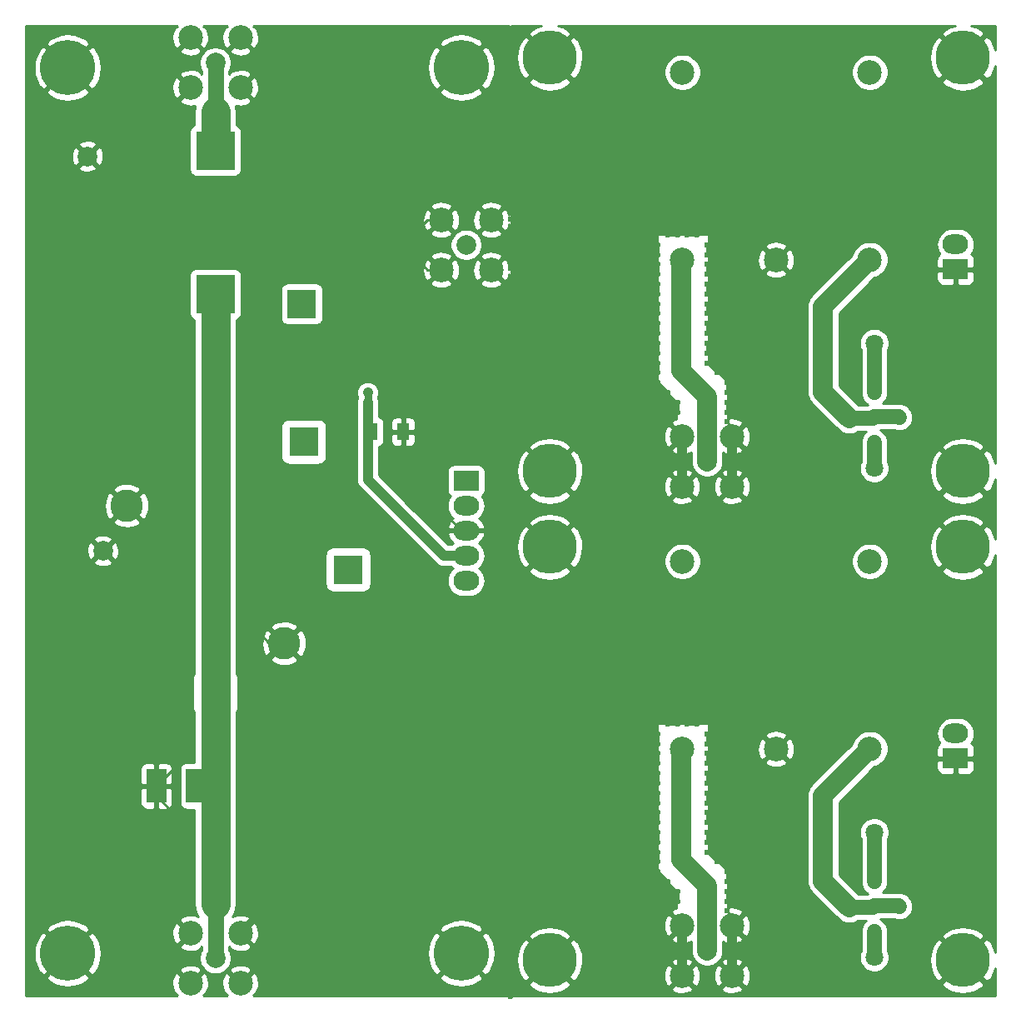
<source format=gtl>
G04 #@! TF.GenerationSoftware,KiCad,Pcbnew,(5.1.5)-3*
G04 #@! TF.CreationDate,2021-12-07T14:22:12+01:00*
G04 #@! TF.ProjectId,dual_ocxo_themis,6475616c-5f6f-4637-986f-5f7468656d69,rev?*
G04 #@! TF.SameCoordinates,Original*
G04 #@! TF.FileFunction,Copper,L1,Top*
G04 #@! TF.FilePolarity,Positive*
%FSLAX46Y46*%
G04 Gerber Fmt 4.6, Leading zero omitted, Abs format (unit mm)*
G04 Created by KiCad (PCBNEW (5.1.5)-3) date 2021-12-07 14:22:12*
%MOMM*%
%LPD*%
G04 APERTURE LIST*
%ADD10C,0.600000*%
%ADD11C,5.500000*%
%ADD12R,2.600000X2.000000*%
%ADD13O,2.600000X2.000000*%
%ADD14C,1.998980*%
%ADD15C,2.499360*%
%ADD16C,2.500000*%
%ADD17C,1.800000*%
%ADD18C,1.440000*%
%ADD19R,4.000000X4.000000*%
%ADD20C,2.000000*%
%ADD21R,3.000000X3.000000*%
%ADD22R,2.000000X3.500000*%
%ADD23C,5.600000*%
%ADD24C,3.300000*%
%ADD25R,1.245000X1.800000*%
%ADD26C,0.600000*%
%ADD27C,0.800000*%
%ADD28C,1.000000*%
%ADD29C,0.250000*%
%ADD30C,1.500000*%
%ADD31C,2.000000*%
%ADD32C,1.600000*%
%ADD33C,3.000000*%
%ADD34C,0.254000*%
G04 APERTURE END LIST*
D10*
X122000000Y-94000000D03*
X121000000Y-94000000D03*
X120000000Y-94000000D03*
X119000000Y-94000000D03*
X118000000Y-94000000D03*
X117000000Y-94000000D03*
X116000000Y-94000000D03*
X115000000Y-94000000D03*
X114000000Y-94000000D03*
X113000000Y-94000000D03*
X112000000Y-94000000D03*
X111000000Y-94000000D03*
X122000000Y-93000000D03*
X121000000Y-93000000D03*
X120000000Y-93000000D03*
X119000000Y-93000000D03*
X118000000Y-93000000D03*
X117000000Y-93000000D03*
X116000000Y-93000000D03*
X115000000Y-93000000D03*
X114000000Y-93000000D03*
X113000000Y-93000000D03*
X112000000Y-93000000D03*
D11*
X126000000Y-91000000D03*
X84000000Y-49000000D03*
D10*
X129000000Y-87000000D03*
X128000000Y-87000000D03*
X129000000Y-86000000D03*
X128000000Y-86000000D03*
X129000000Y-85000000D03*
X128000000Y-85000000D03*
X129000000Y-84000000D03*
X128000000Y-84000000D03*
X129000000Y-83000000D03*
X128000000Y-83000000D03*
X129000000Y-82000000D03*
X128000000Y-82000000D03*
X129000000Y-81000000D03*
X128000000Y-81000000D03*
X129000000Y-80000000D03*
X128000000Y-80000000D03*
X129000000Y-79000000D03*
X128000000Y-79000000D03*
X129000000Y-78000000D03*
X128000000Y-78000000D03*
X129000000Y-77000000D03*
X128000000Y-77000000D03*
X129000000Y-76000000D03*
X128000000Y-76000000D03*
X129000000Y-75000000D03*
X128000000Y-75000000D03*
X129000000Y-74000000D03*
X128000000Y-74000000D03*
X129000000Y-73000000D03*
X128000000Y-73000000D03*
X129000000Y-72000000D03*
X128000000Y-72000000D03*
X129000000Y-71000000D03*
X128000000Y-71000000D03*
X129000000Y-70000000D03*
X128000000Y-70000000D03*
X129000000Y-69000000D03*
X128000000Y-69000000D03*
X129000000Y-68000000D03*
X128000000Y-68000000D03*
X129000000Y-67000000D03*
X128000000Y-67000000D03*
X129000000Y-66000000D03*
X128000000Y-66000000D03*
X129000000Y-65000000D03*
X128000000Y-65000000D03*
X129000000Y-64000000D03*
X128000000Y-64000000D03*
X129000000Y-63000000D03*
X128000000Y-63000000D03*
X129000000Y-62000000D03*
X128000000Y-62000000D03*
X129000000Y-61000000D03*
X128000000Y-61000000D03*
X129000000Y-60000000D03*
X128000000Y-60000000D03*
X129000000Y-59000000D03*
X128000000Y-59000000D03*
X129000000Y-58000000D03*
X128000000Y-58000000D03*
X129000000Y-57000000D03*
X128000000Y-57000000D03*
X129000000Y-56000000D03*
X128000000Y-56000000D03*
X129000000Y-55000000D03*
X128000000Y-55000000D03*
X129000000Y-54000000D03*
X128000000Y-54000000D03*
X129000000Y-53000000D03*
X128000000Y-53000000D03*
X122000000Y-47000000D03*
X121000000Y-47000000D03*
X120000000Y-47000000D03*
X119000000Y-47000000D03*
X118000000Y-47000000D03*
X117000000Y-47000000D03*
X116000000Y-47000000D03*
X115000000Y-47000000D03*
X114000000Y-47000000D03*
X113000000Y-47000000D03*
X112000000Y-47000000D03*
X111000000Y-47000000D03*
X110000000Y-47000000D03*
X109000000Y-47000000D03*
X108000000Y-47000000D03*
X107000000Y-47000000D03*
X106000000Y-47000000D03*
X105000000Y-47000000D03*
X104000000Y-47000000D03*
X103000000Y-47000000D03*
X102000000Y-47000000D03*
X101000000Y-47000000D03*
X100000000Y-47000000D03*
X99000000Y-47000000D03*
X98000000Y-47000000D03*
X97000000Y-47000000D03*
X96000000Y-47000000D03*
X95000000Y-47000000D03*
X94000000Y-47000000D03*
X93000000Y-47000000D03*
X92000000Y-47000000D03*
X91000000Y-47000000D03*
X90000000Y-47000000D03*
X89000000Y-47000000D03*
X88000000Y-47000000D03*
X122000000Y-46000000D03*
X121000000Y-46000000D03*
X120000000Y-46000000D03*
X119000000Y-46000000D03*
X118000000Y-46000000D03*
X117000000Y-46000000D03*
X116000000Y-46000000D03*
X115000000Y-46000000D03*
X114000000Y-46000000D03*
X113000000Y-46000000D03*
X112000000Y-46000000D03*
X111000000Y-46000000D03*
X110000000Y-46000000D03*
X109000000Y-46000000D03*
X108000000Y-46000000D03*
X107000000Y-46000000D03*
X106000000Y-46000000D03*
X105000000Y-46000000D03*
X104000000Y-46000000D03*
X103000000Y-46000000D03*
X102000000Y-46000000D03*
X101000000Y-46000000D03*
X100000000Y-46000000D03*
X99000000Y-46000000D03*
X98000000Y-46000000D03*
X97000000Y-46000000D03*
X96000000Y-46000000D03*
X95000000Y-46000000D03*
X94000000Y-46000000D03*
X93000000Y-46000000D03*
X92000000Y-46000000D03*
X91000000Y-46000000D03*
X90000000Y-46000000D03*
X89000000Y-46000000D03*
X88000000Y-46000000D03*
X128000000Y-87000000D03*
X128000000Y-86000000D03*
X128000000Y-85000000D03*
X128000000Y-84000000D03*
X128000000Y-83000000D03*
X128000000Y-82000000D03*
X128000000Y-81000000D03*
X128000000Y-80000000D03*
X128000000Y-79000000D03*
X128000000Y-78000000D03*
X128000000Y-77000000D03*
X128000000Y-76000000D03*
X128000000Y-75000000D03*
X128000000Y-74000000D03*
X95000000Y-94000000D03*
X94000000Y-94000000D03*
X93000000Y-94000000D03*
X92000000Y-94000000D03*
X91000000Y-94000000D03*
X90000000Y-94000000D03*
X89000000Y-94000000D03*
X88000000Y-94000000D03*
X95000000Y-93000000D03*
X94000000Y-93000000D03*
X93000000Y-93000000D03*
X92000000Y-93000000D03*
X91000000Y-93000000D03*
X90000000Y-93000000D03*
X89000000Y-93000000D03*
X88000000Y-93000000D03*
X111000000Y-94000000D03*
X110000000Y-94000000D03*
X109000000Y-94000000D03*
X108000000Y-94000000D03*
X107000000Y-94000000D03*
X106000000Y-94000000D03*
X105000000Y-94000000D03*
X111000000Y-93000000D03*
X110000000Y-93000000D03*
X109000000Y-93000000D03*
X108000000Y-93000000D03*
X107000000Y-93000000D03*
X106000000Y-93000000D03*
X105000000Y-93000000D03*
X82000000Y-87000000D03*
X81000000Y-87000000D03*
X82000000Y-86000000D03*
X81000000Y-86000000D03*
X82000000Y-85000000D03*
X81000000Y-85000000D03*
X82000000Y-84000000D03*
X81000000Y-84000000D03*
X82000000Y-83000000D03*
X81000000Y-83000000D03*
X82000000Y-82000000D03*
X81000000Y-82000000D03*
X82000000Y-81000000D03*
X81000000Y-81000000D03*
X82000000Y-80000000D03*
X81000000Y-80000000D03*
X82000000Y-79000000D03*
X81000000Y-79000000D03*
X82000000Y-78000000D03*
X81000000Y-78000000D03*
X82000000Y-77000000D03*
X81000000Y-77000000D03*
X82000000Y-76000000D03*
X81000000Y-76000000D03*
X82000000Y-75000000D03*
X81000000Y-75000000D03*
X82000000Y-74000000D03*
X81000000Y-74000000D03*
X82000000Y-73000000D03*
X81000000Y-73000000D03*
X82000000Y-72000000D03*
X81000000Y-72000000D03*
X82000000Y-71000000D03*
X81000000Y-71000000D03*
X82000000Y-70000000D03*
X81000000Y-70000000D03*
X82000000Y-69000000D03*
X81000000Y-69000000D03*
X82000000Y-68000000D03*
X81000000Y-68000000D03*
X82000000Y-67000000D03*
X81000000Y-67000000D03*
X82000000Y-66000000D03*
X81000000Y-66000000D03*
X82000000Y-65000000D03*
X81000000Y-65000000D03*
X82000000Y-64000000D03*
X81000000Y-64000000D03*
X82000000Y-63000000D03*
X81000000Y-63000000D03*
X82000000Y-62000000D03*
X81000000Y-62000000D03*
X82000000Y-61000000D03*
X81000000Y-61000000D03*
X82000000Y-60000000D03*
X81000000Y-60000000D03*
X82000000Y-59000000D03*
X81000000Y-59000000D03*
X82000000Y-58000000D03*
X81000000Y-58000000D03*
X82000000Y-57000000D03*
X81000000Y-57000000D03*
X82000000Y-56000000D03*
X81000000Y-56000000D03*
X82000000Y-55000000D03*
X81000000Y-55000000D03*
X82000000Y-54000000D03*
X81000000Y-54000000D03*
X82000000Y-53000000D03*
D12*
X125250000Y-70500000D03*
D13*
X125250000Y-67960000D03*
D11*
X126000000Y-49000000D03*
D14*
X100000000Y-90000000D03*
D15*
X102540000Y-87460000D03*
X102540000Y-92540000D03*
X97460000Y-92540000D03*
X97460000Y-87460000D03*
D11*
X84000000Y-91000000D03*
D16*
X97475000Y-50475000D03*
X116525000Y-50475000D03*
X116525000Y-69525000D03*
X97475000Y-69525000D03*
X107000000Y-69525000D03*
D17*
X117000000Y-78000000D03*
X114460000Y-85620000D03*
X117000000Y-90700000D03*
D18*
X117000000Y-83000000D03*
X119540000Y-85540000D03*
X117000000Y-88080000D03*
X117000000Y-88100000D03*
X117000000Y-85460000D03*
X117000000Y-83000000D03*
D10*
X81000000Y-53000000D03*
X122000000Y-143700000D03*
X121000000Y-143700000D03*
X120000000Y-143700000D03*
X119000000Y-143700000D03*
X118000000Y-143700000D03*
X117000000Y-143700000D03*
X116000000Y-143700000D03*
X115000000Y-143700000D03*
X114000000Y-143700000D03*
X113000000Y-143700000D03*
X112000000Y-143700000D03*
X111000000Y-143700000D03*
X122000000Y-142700000D03*
X121000000Y-142700000D03*
X120000000Y-142700000D03*
X119000000Y-142700000D03*
X118000000Y-142700000D03*
X117000000Y-142700000D03*
X116000000Y-142700000D03*
X115000000Y-142700000D03*
X114000000Y-142700000D03*
X113000000Y-142700000D03*
X112000000Y-142700000D03*
D11*
X126000000Y-140700000D03*
X84000000Y-98700000D03*
D10*
X129000000Y-136700000D03*
X128000000Y-136700000D03*
X129000000Y-135700000D03*
X128000000Y-135700000D03*
X129000000Y-134700000D03*
X128000000Y-134700000D03*
X129000000Y-133700000D03*
X128000000Y-133700000D03*
X129000000Y-132700000D03*
X128000000Y-132700000D03*
X129000000Y-131700000D03*
X128000000Y-131700000D03*
X129000000Y-130700000D03*
X128000000Y-130700000D03*
X129000000Y-129700000D03*
X128000000Y-129700000D03*
X129000000Y-128700000D03*
X128000000Y-128700000D03*
X129000000Y-127700000D03*
X128000000Y-127700000D03*
X129000000Y-126700000D03*
X128000000Y-126700000D03*
X129000000Y-125700000D03*
X128000000Y-125700000D03*
X129000000Y-124700000D03*
X128000000Y-124700000D03*
X129000000Y-123700000D03*
X128000000Y-123700000D03*
X129000000Y-122700000D03*
X128000000Y-122700000D03*
X129000000Y-121700000D03*
X128000000Y-121700000D03*
X129000000Y-120700000D03*
X128000000Y-120700000D03*
X129000000Y-119700000D03*
X128000000Y-119700000D03*
X129000000Y-118700000D03*
X128000000Y-118700000D03*
X129000000Y-117700000D03*
X128000000Y-117700000D03*
X129000000Y-116700000D03*
X128000000Y-116700000D03*
X129000000Y-115700000D03*
X128000000Y-115700000D03*
X129000000Y-114700000D03*
X128000000Y-114700000D03*
X129000000Y-113700000D03*
X128000000Y-113700000D03*
X129000000Y-112700000D03*
X128000000Y-112700000D03*
X129000000Y-111700000D03*
X128000000Y-111700000D03*
X129000000Y-110700000D03*
X128000000Y-110700000D03*
X129000000Y-109700000D03*
X128000000Y-109700000D03*
X129000000Y-108700000D03*
X128000000Y-108700000D03*
X129000000Y-107700000D03*
X128000000Y-107700000D03*
X129000000Y-106700000D03*
X128000000Y-106700000D03*
X129000000Y-105700000D03*
X128000000Y-105700000D03*
X129000000Y-104700000D03*
X128000000Y-104700000D03*
X129000000Y-103700000D03*
X128000000Y-103700000D03*
X129000000Y-102700000D03*
X128000000Y-102700000D03*
X122000000Y-96700000D03*
X121000000Y-96700000D03*
X120000000Y-96700000D03*
X119000000Y-96700000D03*
X118000000Y-96700000D03*
X117000000Y-96700000D03*
X116000000Y-96700000D03*
X115000000Y-96700000D03*
X114000000Y-96700000D03*
X113000000Y-96700000D03*
X112000000Y-96700000D03*
X111000000Y-96700000D03*
X110000000Y-96700000D03*
X109000000Y-96700000D03*
X108000000Y-96700000D03*
X107000000Y-96700000D03*
X106000000Y-96700000D03*
X105000000Y-96700000D03*
X104000000Y-96700000D03*
X103000000Y-96700000D03*
X102000000Y-96700000D03*
X101000000Y-96700000D03*
X100000000Y-96700000D03*
X99000000Y-96700000D03*
X98000000Y-96700000D03*
X97000000Y-96700000D03*
X96000000Y-96700000D03*
X95000000Y-96700000D03*
X94000000Y-96700000D03*
X93000000Y-96700000D03*
X92000000Y-96700000D03*
X91000000Y-96700000D03*
X90000000Y-96700000D03*
X89000000Y-96700000D03*
X88000000Y-96700000D03*
X122000000Y-95700000D03*
X121000000Y-95700000D03*
X120000000Y-95700000D03*
X119000000Y-95700000D03*
X118000000Y-95700000D03*
X117000000Y-95700000D03*
X116000000Y-95700000D03*
X115000000Y-95700000D03*
X114000000Y-95700000D03*
X113000000Y-95700000D03*
X112000000Y-95700000D03*
X111000000Y-95700000D03*
X110000000Y-95700000D03*
X109000000Y-95700000D03*
X108000000Y-95700000D03*
X107000000Y-95700000D03*
X106000000Y-95700000D03*
X105000000Y-95700000D03*
X104000000Y-95700000D03*
X103000000Y-95700000D03*
X102000000Y-95700000D03*
X101000000Y-95700000D03*
X100000000Y-95700000D03*
X99000000Y-95700000D03*
X98000000Y-95700000D03*
X97000000Y-95700000D03*
X96000000Y-95700000D03*
X95000000Y-95700000D03*
X94000000Y-95700000D03*
X93000000Y-95700000D03*
X92000000Y-95700000D03*
X91000000Y-95700000D03*
X90000000Y-95700000D03*
X89000000Y-95700000D03*
X88000000Y-95700000D03*
X128000000Y-136700000D03*
X128000000Y-135700000D03*
X128000000Y-134700000D03*
X128000000Y-133700000D03*
X128000000Y-132700000D03*
X128000000Y-131700000D03*
X128000000Y-130700000D03*
X128000000Y-129700000D03*
X128000000Y-128700000D03*
X128000000Y-127700000D03*
X128000000Y-126700000D03*
X128000000Y-125700000D03*
X128000000Y-124700000D03*
X128000000Y-123700000D03*
X95000000Y-143700000D03*
X94000000Y-143700000D03*
X93000000Y-143700000D03*
X92000000Y-143700000D03*
X91000000Y-143700000D03*
X90000000Y-143700000D03*
X89000000Y-143700000D03*
X88000000Y-143700000D03*
X95000000Y-142700000D03*
X94000000Y-142700000D03*
X93000000Y-142700000D03*
X92000000Y-142700000D03*
X91000000Y-142700000D03*
X90000000Y-142700000D03*
X89000000Y-142700000D03*
X88000000Y-142700000D03*
X111000000Y-143700000D03*
X110000000Y-143700000D03*
X109000000Y-143700000D03*
X108000000Y-143700000D03*
X107000000Y-143700000D03*
X106000000Y-143700000D03*
X105000000Y-143700000D03*
X111000000Y-142700000D03*
X110000000Y-142700000D03*
X109000000Y-142700000D03*
X108000000Y-142700000D03*
X107000000Y-142700000D03*
X106000000Y-142700000D03*
X105000000Y-142700000D03*
X82000000Y-136700000D03*
X81000000Y-136700000D03*
X82000000Y-135700000D03*
X81000000Y-135700000D03*
X82000000Y-134700000D03*
X81000000Y-134700000D03*
X82000000Y-133700000D03*
X81000000Y-133700000D03*
X82000000Y-132700000D03*
X81000000Y-132700000D03*
X82000000Y-131700000D03*
X81000000Y-131700000D03*
X82000000Y-130700000D03*
X81000000Y-130700000D03*
X82000000Y-129700000D03*
X81000000Y-129700000D03*
X82000000Y-128700000D03*
X81000000Y-128700000D03*
X82000000Y-127700000D03*
X81000000Y-127700000D03*
X82000000Y-126700000D03*
X81000000Y-126700000D03*
X82000000Y-125700000D03*
X81000000Y-125700000D03*
X82000000Y-124700000D03*
X81000000Y-124700000D03*
X82000000Y-123700000D03*
X81000000Y-123700000D03*
X82000000Y-122700000D03*
X81000000Y-122700000D03*
X82000000Y-121700000D03*
X81000000Y-121700000D03*
X82000000Y-120700000D03*
X81000000Y-120700000D03*
X82000000Y-119700000D03*
X81000000Y-119700000D03*
X82000000Y-118700000D03*
X81000000Y-118700000D03*
X82000000Y-117700000D03*
X81000000Y-117700000D03*
X82000000Y-116700000D03*
X81000000Y-116700000D03*
X82000000Y-115700000D03*
X81000000Y-115700000D03*
X82000000Y-114700000D03*
X81000000Y-114700000D03*
X82000000Y-113700000D03*
X81000000Y-113700000D03*
X82000000Y-112700000D03*
X81000000Y-112700000D03*
X82000000Y-111700000D03*
X81000000Y-111700000D03*
X82000000Y-110700000D03*
X81000000Y-110700000D03*
X82000000Y-109700000D03*
X81000000Y-109700000D03*
X82000000Y-108700000D03*
X81000000Y-108700000D03*
X82000000Y-107700000D03*
X81000000Y-107700000D03*
X82000000Y-106700000D03*
X81000000Y-106700000D03*
X82000000Y-105700000D03*
X81000000Y-105700000D03*
X82000000Y-104700000D03*
X81000000Y-104700000D03*
X82000000Y-103700000D03*
X81000000Y-103700000D03*
X82000000Y-102700000D03*
D12*
X125250000Y-120200000D03*
D13*
X125250000Y-117660000D03*
D11*
X126000000Y-98700000D03*
D14*
X100000000Y-139700000D03*
D15*
X102540000Y-137160000D03*
X102540000Y-142240000D03*
X97460000Y-142240000D03*
X97460000Y-137160000D03*
D11*
X84000000Y-140700000D03*
D16*
X97475000Y-100175000D03*
X116525000Y-100175000D03*
X116525000Y-119225000D03*
X97475000Y-119225000D03*
X107000000Y-119225000D03*
D17*
X117000000Y-127700000D03*
X114460000Y-135320000D03*
X117000000Y-140400000D03*
D18*
X117000000Y-132700000D03*
X119540000Y-135240000D03*
X117000000Y-137780000D03*
X117000000Y-137800000D03*
X117000000Y-135160000D03*
X117000000Y-132700000D03*
D10*
X81000000Y-102700000D03*
X57000000Y-141000000D03*
D19*
X50000000Y-73020000D03*
X50000000Y-58415000D03*
D20*
X37000000Y-59000000D03*
D21*
X58800000Y-74000000D03*
D10*
X36000000Y-82000000D03*
X38000000Y-82000000D03*
X40000000Y-82000000D03*
X42000000Y-82000000D03*
X44000000Y-82000000D03*
X44000000Y-70000000D03*
X44000000Y-68000000D03*
X44000000Y-66000000D03*
X44000000Y-64000000D03*
X44000000Y-62000000D03*
X45000000Y-103000000D03*
X45000000Y-105000000D03*
X45000000Y-107000000D03*
X45000000Y-109000000D03*
X45000000Y-111000000D03*
X45000000Y-113000000D03*
X45000000Y-115000000D03*
X45000000Y-117000000D03*
X45000000Y-119000000D03*
X45000000Y-143000000D03*
X43000000Y-103000000D03*
X43000000Y-105000000D03*
X43000000Y-107000000D03*
X43000000Y-143000000D03*
X41000000Y-103000000D03*
X41000000Y-105000000D03*
X41000000Y-121000000D03*
X41000000Y-123000000D03*
X41000000Y-125000000D03*
X41000000Y-143000000D03*
X39000000Y-103000000D03*
X39000000Y-105000000D03*
X39000000Y-143000000D03*
X37000000Y-103000000D03*
X37000000Y-105000000D03*
X71000000Y-102000000D03*
X71000000Y-104000000D03*
X71000000Y-106000000D03*
X71000000Y-108000000D03*
X69000000Y-102000000D03*
X69000000Y-104000000D03*
X69000000Y-106000000D03*
X69000000Y-108000000D03*
X78000000Y-84000000D03*
X78000000Y-86000000D03*
X78000000Y-88000000D03*
X76000000Y-84000000D03*
X76000000Y-86000000D03*
X76000000Y-88000000D03*
X78000000Y-54000000D03*
X78000000Y-56000000D03*
X78000000Y-58000000D03*
X78000000Y-60000000D03*
X78000000Y-62000000D03*
X78000000Y-111000000D03*
X78000000Y-113000000D03*
X78000000Y-115000000D03*
X78000000Y-117000000D03*
X78000000Y-119000000D03*
X78000000Y-121000000D03*
X78000000Y-123000000D03*
X78000000Y-125000000D03*
X78000000Y-127000000D03*
X78000000Y-129000000D03*
X78000000Y-131000000D03*
X78000000Y-133000000D03*
X78000000Y-135000000D03*
X76000000Y-111000000D03*
X69000000Y-111000000D03*
X71000000Y-111000000D03*
X73000000Y-111000000D03*
X67000000Y-111000000D03*
X67000000Y-143000000D03*
X65000000Y-111000000D03*
X65000000Y-143000000D03*
X63000000Y-111000000D03*
X63000000Y-143000000D03*
X61000000Y-111000000D03*
X61000000Y-143000000D03*
X59000000Y-111000000D03*
X59000000Y-143000000D03*
X57000000Y-111000000D03*
X57000000Y-113000000D03*
X57000000Y-115000000D03*
X57000000Y-117000000D03*
X57000000Y-119000000D03*
X57000000Y-121000000D03*
X57000000Y-123000000D03*
X57000000Y-125000000D03*
X57000000Y-127000000D03*
X57000000Y-129000000D03*
X57000000Y-131000000D03*
X57000000Y-133000000D03*
X57000000Y-135000000D03*
X57000000Y-137000000D03*
X57000000Y-139000000D03*
X57000000Y-143000000D03*
X71000000Y-47000000D03*
X45000000Y-47000000D03*
X69000000Y-47000000D03*
X43000000Y-47000000D03*
X67000000Y-47000000D03*
X41000000Y-47000000D03*
X65000000Y-47000000D03*
X63000000Y-47000000D03*
X61000000Y-47000000D03*
X59000000Y-47000000D03*
X57000000Y-47000000D03*
X32000000Y-54000000D03*
X32000000Y-56000000D03*
X32000000Y-58000000D03*
X32000000Y-60000000D03*
X32000000Y-62000000D03*
X32000000Y-64000000D03*
X32000000Y-66000000D03*
X32000000Y-68000000D03*
X32000000Y-70000000D03*
X32000000Y-72000000D03*
X32000000Y-74000000D03*
X32000000Y-76000000D03*
X32000000Y-78000000D03*
X32000000Y-80000000D03*
X32000000Y-82000000D03*
X32000000Y-84000000D03*
X32000000Y-86000000D03*
X32000000Y-88000000D03*
X32000000Y-90000000D03*
X32000000Y-92000000D03*
X32000000Y-94000000D03*
X32000000Y-96000000D03*
X32000000Y-98000000D03*
X32000000Y-100000000D03*
X32000000Y-102000000D03*
X32000000Y-104000000D03*
X32000000Y-106000000D03*
X32000000Y-108000000D03*
X32000000Y-110000000D03*
X32000000Y-112000000D03*
X32000000Y-114000000D03*
X32000000Y-116000000D03*
X32000000Y-118000000D03*
X32000000Y-120000000D03*
X32000000Y-122000000D03*
X32000000Y-124000000D03*
X32000000Y-126000000D03*
X32000000Y-128000000D03*
X32000000Y-130000000D03*
X32000000Y-132000000D03*
X32000000Y-134000000D03*
D21*
X50000000Y-113500000D03*
D20*
X38570000Y-99095000D03*
D21*
X63500000Y-101000000D03*
X59000000Y-88000000D03*
D14*
X50000000Y-140500000D03*
D15*
X47460000Y-137960000D03*
X52540000Y-137960000D03*
X52540000Y-143040000D03*
X47460000Y-143040000D03*
D22*
X44000000Y-123000000D03*
X48000000Y-123000000D03*
D12*
X75500000Y-91960000D03*
D13*
X75500000Y-94500000D03*
X75500000Y-97040000D03*
X75500000Y-99580000D03*
X75500000Y-102120000D03*
D23*
X75000000Y-140000000D03*
X75000000Y-50000000D03*
X35000000Y-140000000D03*
X35000000Y-50000000D03*
D24*
X41000000Y-94500000D03*
X57000000Y-108500000D03*
D14*
X50000000Y-49500000D03*
D15*
X47460000Y-46960000D03*
X52540000Y-46960000D03*
X52540000Y-52040000D03*
X47460000Y-52040000D03*
D14*
X75500000Y-68000000D03*
D15*
X78040000Y-65460000D03*
X78040000Y-70540000D03*
X72960000Y-70540000D03*
X72960000Y-65460000D03*
D10*
X32000000Y-136000000D03*
D25*
X69092500Y-87000000D03*
X65907500Y-87000000D03*
D10*
X65500000Y-84000000D03*
X65500000Y-83000000D03*
X97000000Y-85000000D03*
X97000000Y-84000000D03*
X96000000Y-83000000D03*
X95000000Y-82000000D03*
X95000000Y-81000000D03*
X95000000Y-80000000D03*
X95000000Y-79000000D03*
X95000000Y-78000000D03*
X95000000Y-77000000D03*
X95000000Y-76000000D03*
X95000000Y-75000000D03*
X95000000Y-74000000D03*
X95000000Y-73000000D03*
X95000000Y-72000000D03*
X95000000Y-71000000D03*
X95000000Y-70000000D03*
X95000000Y-69000000D03*
X95000000Y-68000000D03*
X96000000Y-67000000D03*
X97000000Y-67000000D03*
X98000000Y-67000000D03*
X99000000Y-67000000D03*
X100000000Y-68000000D03*
X100000000Y-69000000D03*
X100000000Y-70000000D03*
X100000000Y-71000000D03*
X100000000Y-72000000D03*
X100000000Y-73000000D03*
X100000000Y-74000000D03*
X100000000Y-75000000D03*
X100000000Y-76000000D03*
X100000000Y-77000000D03*
X100000000Y-78000000D03*
X100000000Y-79000000D03*
X100000000Y-80000000D03*
X101000000Y-81000000D03*
X102000000Y-82000000D03*
X102000000Y-83000000D03*
X102000000Y-84000000D03*
X102000000Y-85000000D03*
X102000000Y-86000000D03*
X102500000Y-57000000D03*
X102500000Y-55000000D03*
X102500000Y-53000000D03*
X102500000Y-51000000D03*
X102500000Y-49000000D03*
X104500000Y-49000000D03*
X106500000Y-49000000D03*
X108500000Y-49000000D03*
X110500000Y-49000000D03*
X111500000Y-51000000D03*
X111500000Y-53000000D03*
X111500000Y-55000000D03*
X111500000Y-57000000D03*
X97000000Y-134700000D03*
X97000000Y-133700000D03*
X96000000Y-132700000D03*
X95000000Y-131700000D03*
X95000000Y-130700000D03*
X95000000Y-129700000D03*
X95000000Y-128700000D03*
X95000000Y-127700000D03*
X95000000Y-126700000D03*
X95000000Y-125700000D03*
X95000000Y-124700000D03*
X95000000Y-123700000D03*
X95000000Y-122700000D03*
X95000000Y-121700000D03*
X95000000Y-120700000D03*
X95000000Y-119700000D03*
X95000000Y-118700000D03*
X95000000Y-117700000D03*
X96000000Y-116700000D03*
X97000000Y-116700000D03*
X98000000Y-116700000D03*
X99000000Y-116700000D03*
X100000000Y-117700000D03*
X100000000Y-118700000D03*
X100000000Y-119700000D03*
X100000000Y-120700000D03*
X100000000Y-121700000D03*
X100000000Y-122700000D03*
X100000000Y-123700000D03*
X100000000Y-124700000D03*
X100000000Y-125700000D03*
X100000000Y-126700000D03*
X100000000Y-127700000D03*
X100000000Y-128700000D03*
X100000000Y-129700000D03*
X101000000Y-130700000D03*
X102000000Y-131700000D03*
X102000000Y-132700000D03*
X102000000Y-133700000D03*
X102000000Y-134700000D03*
X102000000Y-135700000D03*
X102500000Y-106700000D03*
X102500000Y-104700000D03*
X102500000Y-102700000D03*
X102500000Y-100700000D03*
X102500000Y-98700000D03*
X104500000Y-98700000D03*
X106500000Y-98700000D03*
X108500000Y-98700000D03*
X110500000Y-98700000D03*
X111500000Y-100700000D03*
X111500000Y-102700000D03*
X111500000Y-104700000D03*
X111500000Y-106700000D03*
X80000000Y-46400000D03*
X80000000Y-47400000D03*
X80000000Y-48400000D03*
X80000000Y-49400000D03*
X80000000Y-50400000D03*
X80000000Y-51400000D03*
X80000000Y-52400000D03*
X80000000Y-53400000D03*
X80000000Y-54400000D03*
X80000000Y-55400000D03*
X80000000Y-56400000D03*
X80000000Y-57400000D03*
X80000000Y-58400000D03*
X80000000Y-59400000D03*
X80000000Y-60400000D03*
X80000000Y-61400000D03*
X80000000Y-62400000D03*
X80000000Y-63400000D03*
X80000000Y-64400000D03*
X80000000Y-65400000D03*
X80000000Y-66400000D03*
X80000000Y-67400000D03*
X80000000Y-68400000D03*
X80000000Y-69400000D03*
X80000000Y-70400000D03*
X80000000Y-71400000D03*
X80000000Y-72400000D03*
X80000000Y-73400000D03*
X80000000Y-74400000D03*
X80000000Y-75400000D03*
X80000000Y-76400000D03*
X80000000Y-77400000D03*
X80000000Y-78400000D03*
X80000000Y-79400000D03*
X80000000Y-80400000D03*
X80000000Y-81400000D03*
X80000000Y-82400000D03*
X80000000Y-83400000D03*
X80000000Y-84400000D03*
X80000000Y-85400000D03*
X80000000Y-86400000D03*
X80000000Y-87400000D03*
X80000000Y-88400000D03*
X80000000Y-89400000D03*
X80000000Y-90400000D03*
X80000000Y-91400000D03*
X80000000Y-92400000D03*
X80000000Y-93400000D03*
X80000000Y-94400000D03*
X80000000Y-95400000D03*
X80000000Y-96400000D03*
X80000000Y-97400000D03*
X80000000Y-98400000D03*
X80000000Y-99400000D03*
X80000000Y-100400000D03*
X80000000Y-101400000D03*
X80000000Y-102400000D03*
X80000000Y-103400000D03*
X80000000Y-104400000D03*
X80000000Y-105400000D03*
X80000000Y-106400000D03*
X80000000Y-107400000D03*
X80000000Y-108400000D03*
X80000000Y-109400000D03*
X80000000Y-110400000D03*
X80000000Y-111400000D03*
X80000000Y-112400000D03*
X80000000Y-113400000D03*
X80000000Y-114400000D03*
X80000000Y-115400000D03*
X80000000Y-116400000D03*
X80000000Y-117400000D03*
X80000000Y-118400000D03*
X80000000Y-119400000D03*
X80000000Y-120400000D03*
X80000000Y-121400000D03*
X80000000Y-122400000D03*
X80000000Y-123400000D03*
X80000000Y-124400000D03*
X80000000Y-125400000D03*
X80000000Y-126400000D03*
X80000000Y-127400000D03*
X80000000Y-128400000D03*
X80000000Y-129400000D03*
X80000000Y-130400000D03*
X80000000Y-131400000D03*
X80000000Y-132400000D03*
X80000000Y-133400000D03*
X80000000Y-134400000D03*
X80000000Y-135400000D03*
X80000000Y-136400000D03*
X80000000Y-137400000D03*
X80000000Y-138400000D03*
X80000000Y-139400000D03*
X80000000Y-140400000D03*
X80000000Y-141400000D03*
X80000000Y-142400000D03*
X80000000Y-143400000D03*
X80000000Y-144400000D03*
X56000000Y-92000000D03*
X61500000Y-81000000D03*
X61500000Y-80000000D03*
X61500000Y-79000000D03*
X61500000Y-78000000D03*
X54000000Y-136000000D03*
X54000000Y-135000000D03*
X54000000Y-134000000D03*
X54000000Y-133000000D03*
X54000000Y-132000000D03*
X54000000Y-131000000D03*
X54000000Y-130000000D03*
X54000000Y-129000000D03*
X54000000Y-128000000D03*
X54000000Y-127000000D03*
X54000000Y-126000000D03*
X54000000Y-125000000D03*
X54000000Y-124000000D03*
X54000000Y-123000000D03*
X54000000Y-122000000D03*
X54000000Y-121000000D03*
X54000000Y-120000000D03*
X54000000Y-119000000D03*
X54000000Y-118000000D03*
X54000000Y-117000000D03*
X54000000Y-116000000D03*
X54000000Y-115000000D03*
X54000000Y-114000000D03*
X54000000Y-113000000D03*
X54000000Y-112000000D03*
X54000000Y-111000000D03*
X54000000Y-99000000D03*
X54000000Y-94000000D03*
X54000000Y-93000000D03*
X54000000Y-92000000D03*
X54000000Y-91000000D03*
X54000000Y-90000000D03*
X54000000Y-89000000D03*
X54000000Y-88000000D03*
X54000000Y-87000000D03*
X54000000Y-86000000D03*
X54000000Y-85000000D03*
X54000000Y-84000000D03*
X54000000Y-83000000D03*
X54000000Y-82000000D03*
X54000000Y-81000000D03*
X54000000Y-80000000D03*
X54000000Y-79000000D03*
X54000000Y-78000000D03*
X54000000Y-77000000D03*
X54000000Y-76000000D03*
X54000000Y-75000000D03*
X54000000Y-74000000D03*
X54000000Y-73000000D03*
X54000000Y-72000000D03*
X54000000Y-71000000D03*
X54000000Y-70000000D03*
X54000000Y-69000000D03*
X54000000Y-68000000D03*
X54000000Y-67000000D03*
X54000000Y-66000000D03*
X54000000Y-65000000D03*
X54000000Y-64000000D03*
X54000000Y-63000000D03*
X54000000Y-62000000D03*
X54000000Y-61000000D03*
X54000000Y-60000000D03*
X54000000Y-59000000D03*
X54000000Y-58000000D03*
X54000000Y-57000000D03*
X54000000Y-56000000D03*
X54000000Y-55000000D03*
X54000000Y-54000000D03*
X54000000Y-98000004D03*
X54000000Y-96999990D03*
X54000000Y-95999994D03*
X54000000Y-107000000D03*
X54000000Y-106000000D03*
X54000000Y-105000000D03*
X54000000Y-104000000D03*
X54000000Y-103000000D03*
X54000000Y-102000000D03*
X54000000Y-101000000D03*
X54000000Y-100000000D03*
X46000000Y-136000000D03*
X46000000Y-135000000D03*
X46000000Y-134000000D03*
X46000000Y-133000000D03*
X46000000Y-132000000D03*
X46000000Y-131000000D03*
X46000000Y-130000000D03*
X46000000Y-129000000D03*
X46000000Y-128000000D03*
X46000000Y-127000000D03*
X46000000Y-126000000D03*
X46000000Y-120000000D03*
X46000000Y-119000000D03*
X46000000Y-118000000D03*
X46000000Y-117000000D03*
X46000000Y-116000000D03*
X46000000Y-115000000D03*
X46000000Y-114000000D03*
X46000000Y-113000000D03*
X46000000Y-112000000D03*
X46000000Y-111000000D03*
X46000000Y-110000000D03*
X46000000Y-109000000D03*
X46000000Y-108000000D03*
X46000000Y-107000000D03*
X46000000Y-106000000D03*
X46000000Y-105000000D03*
X46000000Y-104000000D03*
X46000000Y-103000000D03*
X46000000Y-102000000D03*
X46000000Y-101000000D03*
X46000000Y-100000000D03*
X46000000Y-99000000D03*
X46000000Y-98000000D03*
X46000000Y-97000000D03*
X46000000Y-96000000D03*
X46000000Y-95000000D03*
X46000000Y-94000000D03*
X46000000Y-93000000D03*
X46000000Y-92000000D03*
X46000000Y-91000000D03*
X46000000Y-90000000D03*
X46000000Y-89000000D03*
X46000000Y-88000000D03*
X46000000Y-87000000D03*
X46000000Y-86000000D03*
X46000000Y-85000000D03*
X46000000Y-84000000D03*
X46000000Y-83000000D03*
X46000000Y-82000000D03*
X46000000Y-81000000D03*
X46000000Y-80000000D03*
X46000000Y-79000000D03*
X46000000Y-78000000D03*
X46000000Y-77000000D03*
X46000000Y-76000000D03*
X46000000Y-75000000D03*
X46000000Y-74000000D03*
X46000000Y-73000000D03*
X46000000Y-72000000D03*
X46000000Y-71000000D03*
X46000000Y-70000000D03*
X46000000Y-69000000D03*
X46000000Y-68000000D03*
X46000000Y-67000000D03*
X46000000Y-66000000D03*
X46000000Y-65000000D03*
X46000000Y-64000000D03*
X46000000Y-63000000D03*
X46000000Y-62000000D03*
X46000000Y-61000000D03*
X46000000Y-60000000D03*
X46000000Y-59000000D03*
X46000000Y-58000000D03*
X46000000Y-57000000D03*
X46000000Y-56000000D03*
X46000000Y-55000000D03*
X46000000Y-54000000D03*
X62000000Y-87000000D03*
X62000000Y-88000000D03*
X62000000Y-89000000D03*
X62000000Y-90000000D03*
X57000000Y-91000000D03*
X62000000Y-91000000D03*
X61000000Y-91000000D03*
X60000000Y-91000000D03*
X59000000Y-91000000D03*
X58000000Y-91000000D03*
X62000000Y-93000000D03*
X62000000Y-92000000D03*
X62000000Y-70000000D03*
X63000000Y-70000000D03*
X64000000Y-70000000D03*
X65000000Y-70000000D03*
X66000000Y-70000000D03*
X67000000Y-70000000D03*
X68000000Y-70000000D03*
X69000000Y-70000000D03*
X70000000Y-70000000D03*
X71000000Y-70000000D03*
X71000000Y-66000000D03*
X70000000Y-66000000D03*
X69000000Y-66000000D03*
X69000000Y-65000000D03*
X69000000Y-64000000D03*
X69000000Y-63000000D03*
X69000000Y-62000000D03*
X69000000Y-61000000D03*
X68000000Y-61000000D03*
X67000000Y-61000000D03*
X66000000Y-61000000D03*
X65000000Y-66000000D03*
X65000000Y-65000000D03*
X65000000Y-64000000D03*
X56000000Y-91000000D03*
X64000000Y-61000000D03*
X63000000Y-61000000D03*
X62000000Y-61000000D03*
X61000000Y-61000000D03*
X65000000Y-61000000D03*
X65000000Y-62000000D03*
X65000000Y-63000000D03*
X61000000Y-108000000D03*
X62000000Y-108000000D03*
X63000000Y-108000000D03*
X64000000Y-108000000D03*
X65000000Y-108000000D03*
X66000000Y-108000000D03*
X67000000Y-108000000D03*
X67000000Y-107000000D03*
X67000000Y-106000000D03*
X67000000Y-105000000D03*
X67000000Y-104000000D03*
X67000000Y-103000000D03*
X67000000Y-102000000D03*
X67000000Y-101000000D03*
X67000000Y-100000000D03*
X67000000Y-99000000D03*
X67000000Y-98000000D03*
X67000000Y-97000000D03*
X67000000Y-96000000D03*
X71000000Y-93000000D03*
X71000000Y-92000000D03*
X71000000Y-91000000D03*
X71000000Y-90000000D03*
X71000000Y-89000000D03*
X61000000Y-62000000D03*
X61000000Y-63000000D03*
X61000000Y-65000000D03*
X61000000Y-66000000D03*
X60000000Y-66000000D03*
X59000000Y-67000000D03*
X58000000Y-68500000D03*
X57000000Y-70000000D03*
X56000000Y-71000000D03*
X56000000Y-72000000D03*
X56000000Y-73000000D03*
X56000000Y-74000000D03*
X56000000Y-75000000D03*
X56000000Y-76000000D03*
X56000000Y-77000000D03*
X56000000Y-78000000D03*
X56000000Y-79000000D03*
X56000000Y-80000000D03*
X56000000Y-81000000D03*
X56000000Y-82000000D03*
X56000000Y-83000000D03*
X56000000Y-84000000D03*
X56000000Y-85000000D03*
X56000000Y-86000000D03*
X56000000Y-87000000D03*
X56000000Y-88000000D03*
X56000000Y-89000000D03*
X56000000Y-90000000D03*
D26*
X65500000Y-84000000D02*
X65500000Y-86592500D01*
X65500000Y-86592500D02*
X65907500Y-87000000D01*
D27*
X65500000Y-83000000D02*
X65500000Y-84000000D01*
D28*
X65500000Y-83000000D02*
X65500000Y-83000000D01*
X75500000Y-99580000D02*
X73200000Y-99580000D01*
X73200000Y-99580000D02*
X65500000Y-91880000D01*
X65500000Y-91880000D02*
X65500000Y-84000000D01*
D29*
X102540000Y-87460000D02*
X102540000Y-86540000D01*
X102540000Y-86540000D02*
X102000000Y-86000000D01*
X97000000Y-84000000D02*
X97000000Y-85000000D01*
X95000000Y-82000000D02*
X96000000Y-83000000D01*
X95000000Y-80000000D02*
X95000000Y-81000000D01*
X95000000Y-78000000D02*
X95000000Y-79000000D01*
X95000000Y-76000000D02*
X95000000Y-77000000D01*
X95000000Y-74000000D02*
X95000000Y-75000000D01*
X95000000Y-72000000D02*
X95000000Y-73000000D01*
X95000000Y-70000000D02*
X95000000Y-71000000D01*
X95000000Y-68000000D02*
X95000000Y-69000000D01*
X97000000Y-67000000D02*
X96000000Y-67000000D01*
X99000000Y-67000000D02*
X98000000Y-67000000D01*
X100000000Y-69000000D02*
X100000000Y-68000000D01*
X100000000Y-71000000D02*
X100000000Y-70000000D01*
X100000000Y-73000000D02*
X100000000Y-72000000D01*
X100000000Y-75000000D02*
X100000000Y-74000000D01*
X100000000Y-77000000D02*
X100000000Y-76000000D01*
X100000000Y-79000000D02*
X100000000Y-78000000D01*
X101000000Y-81000000D02*
X100000000Y-80000000D01*
X102000000Y-83000000D02*
X102000000Y-82000000D01*
X102000000Y-85000000D02*
X102000000Y-84000000D01*
D28*
X97460000Y-87460000D02*
X97460000Y-92540000D01*
X102540000Y-87460000D02*
X102540000Y-92540000D01*
D29*
X102500000Y-57000000D02*
X102500000Y-55000000D01*
X102500000Y-53000000D02*
X102500000Y-51000000D01*
X102500000Y-49000000D02*
X104500000Y-49000000D01*
X106500000Y-49000000D02*
X108500000Y-49000000D01*
X110500000Y-49000000D02*
X111500000Y-49000000D01*
X111500000Y-49000000D02*
X111500000Y-51000000D01*
X111500000Y-53000000D02*
X111500000Y-55000000D01*
X126000000Y-49000000D02*
X124000000Y-49000000D01*
X102540000Y-137160000D02*
X102540000Y-136240000D01*
X102540000Y-136240000D02*
X102000000Y-135700000D01*
X97000000Y-133700000D02*
X97000000Y-134700000D01*
X95000000Y-131700000D02*
X96000000Y-132700000D01*
X95000000Y-129700000D02*
X95000000Y-130700000D01*
X95000000Y-127700000D02*
X95000000Y-128700000D01*
X95000000Y-125700000D02*
X95000000Y-126700000D01*
X95000000Y-123700000D02*
X95000000Y-124700000D01*
X95000000Y-121700000D02*
X95000000Y-122700000D01*
X95000000Y-119700000D02*
X95000000Y-120700000D01*
X95000000Y-117700000D02*
X95000000Y-118700000D01*
X97000000Y-116700000D02*
X96000000Y-116700000D01*
X99000000Y-116700000D02*
X98000000Y-116700000D01*
X100000000Y-118700000D02*
X100000000Y-117700000D01*
X100000000Y-120700000D02*
X100000000Y-119700000D01*
X100000000Y-122700000D02*
X100000000Y-121700000D01*
X100000000Y-124700000D02*
X100000000Y-123700000D01*
X100000000Y-126700000D02*
X100000000Y-125700000D01*
X100000000Y-128700000D02*
X100000000Y-127700000D01*
X101000000Y-130700000D02*
X100000000Y-129700000D01*
X102000000Y-132700000D02*
X102000000Y-131700000D01*
X102000000Y-134700000D02*
X102000000Y-133700000D01*
D28*
X97460000Y-137160000D02*
X97460000Y-142240000D01*
X102540000Y-137160000D02*
X102540000Y-142240000D01*
D29*
X102500000Y-106700000D02*
X102500000Y-104700000D01*
X102500000Y-102700000D02*
X102500000Y-100700000D01*
X102500000Y-98700000D02*
X104500000Y-98700000D01*
X106500000Y-98700000D02*
X108500000Y-98700000D01*
X110500000Y-98700000D02*
X111500000Y-98700000D01*
X111500000Y-98700000D02*
X111500000Y-100700000D01*
X111500000Y-102700000D02*
X111500000Y-104700000D01*
X126000000Y-98700000D02*
X124000000Y-98700000D01*
X56000000Y-92000000D02*
X56000000Y-91000000D01*
X61500000Y-80000000D02*
X61500000Y-81000000D01*
X61500000Y-78000000D02*
X61500000Y-79000000D01*
X57000000Y-108500000D02*
X56500000Y-108500000D01*
X56500000Y-108500000D02*
X54000000Y-111000000D01*
X54000000Y-136000000D02*
X52540000Y-137460000D01*
X54000000Y-134000000D02*
X54000000Y-135000000D01*
X54000000Y-132000000D02*
X54000000Y-133000000D01*
X54000000Y-130000000D02*
X54000000Y-131000000D01*
X54000000Y-128000000D02*
X54000000Y-129000000D01*
X54000000Y-126000000D02*
X54000000Y-127000000D01*
X54000000Y-124000000D02*
X54000000Y-125000000D01*
X54000000Y-122000000D02*
X54000000Y-123000000D01*
X54000000Y-120000000D02*
X54000000Y-121000000D01*
X54000000Y-118000000D02*
X54000000Y-119000000D01*
X54000000Y-116000000D02*
X54000000Y-117000000D01*
X54000000Y-114000000D02*
X54000000Y-115000000D01*
X54000000Y-112000000D02*
X54000000Y-113000000D01*
X52540000Y-137460000D02*
X52540000Y-137960000D01*
X54000000Y-99000000D02*
X54000000Y-100000000D01*
X54000000Y-92000000D02*
X54000000Y-93000000D01*
X54000000Y-90000000D02*
X54000000Y-91000000D01*
X54000000Y-88000000D02*
X54000000Y-89000000D01*
X54000000Y-86000000D02*
X54000000Y-87000000D01*
X54000000Y-84000000D02*
X54000000Y-85000000D01*
X54000000Y-82000000D02*
X54000000Y-83000000D01*
X54000000Y-80000000D02*
X54000000Y-81000000D01*
X54000000Y-78000000D02*
X54000000Y-79000000D01*
X54000000Y-76000000D02*
X54000000Y-77000000D01*
X54000000Y-74000000D02*
X54000000Y-75000000D01*
X54000000Y-72000000D02*
X54000000Y-73000000D01*
X54000000Y-70000000D02*
X54000000Y-71000000D01*
X54000000Y-68000000D02*
X54000000Y-69000000D01*
X54000000Y-66000000D02*
X54000000Y-67000000D01*
X54000000Y-64000000D02*
X54000000Y-65000000D01*
X54000000Y-62000000D02*
X54000000Y-63000000D01*
X54000000Y-60000000D02*
X54000000Y-61000000D01*
X54000000Y-58000000D02*
X54000000Y-59000000D01*
X54000000Y-56000000D02*
X54000000Y-57000000D01*
X54000000Y-54000000D02*
X54000000Y-55000000D01*
X54000000Y-98000004D02*
X54000000Y-96999990D01*
X54000000Y-94000000D02*
X54000000Y-95999994D01*
X54000000Y-107000000D02*
X55500000Y-108500000D01*
X54000000Y-105000000D02*
X54000000Y-106000000D01*
X54000000Y-103000000D02*
X54000000Y-104000000D01*
X54000000Y-101000000D02*
X54000000Y-102000000D01*
X55500000Y-108500000D02*
X57000000Y-108500000D01*
X44000000Y-123000000D02*
X44000000Y-124000000D01*
X44000000Y-124000000D02*
X46000000Y-126000000D01*
X46000000Y-135000000D02*
X46000000Y-136000000D01*
X46000000Y-133000000D02*
X46000000Y-134000000D01*
X46000000Y-131000000D02*
X46000000Y-132000000D01*
X46000000Y-129000000D02*
X46000000Y-130000000D01*
X46000000Y-127000000D02*
X46000000Y-128000000D01*
X46000000Y-120000000D02*
X46000000Y-121000000D01*
X46000000Y-118000000D02*
X46000000Y-119000000D01*
X46000000Y-116000000D02*
X46000000Y-117000000D01*
X46000000Y-114000000D02*
X46000000Y-115000000D01*
X46000000Y-112000000D02*
X46000000Y-113000000D01*
X46000000Y-110000000D02*
X46000000Y-111000000D01*
X46000000Y-108000000D02*
X46000000Y-109000000D01*
X46000000Y-106000000D02*
X46000000Y-107000000D01*
X46000000Y-104000000D02*
X46000000Y-105000000D01*
X46000000Y-102000000D02*
X46000000Y-103000000D01*
X46000000Y-100000000D02*
X46000000Y-101000000D01*
X46000000Y-98000000D02*
X46000000Y-99000000D01*
X46000000Y-96000000D02*
X46000000Y-97000000D01*
X46000000Y-94000000D02*
X46000000Y-95000000D01*
X46000000Y-92000000D02*
X46000000Y-93000000D01*
X46000000Y-90000000D02*
X46000000Y-91000000D01*
X46000000Y-88000000D02*
X46000000Y-89000000D01*
X46000000Y-86000000D02*
X46000000Y-87000000D01*
X46000000Y-84000000D02*
X46000000Y-85000000D01*
X46000000Y-82000000D02*
X46000000Y-83000000D01*
X46000000Y-80000000D02*
X46000000Y-81000000D01*
X46000000Y-78000000D02*
X46000000Y-79000000D01*
X46000000Y-76000000D02*
X46000000Y-77000000D01*
X46000000Y-74000000D02*
X46000000Y-75000000D01*
X46000000Y-72000000D02*
X46000000Y-73000000D01*
X46000000Y-70000000D02*
X46000000Y-71000000D01*
X46000000Y-68000000D02*
X46000000Y-69000000D01*
X46000000Y-66000000D02*
X46000000Y-67000000D01*
X46000000Y-64000000D02*
X46000000Y-65000000D01*
X46000000Y-62000000D02*
X46000000Y-63000000D01*
X46000000Y-60000000D02*
X46000000Y-61000000D01*
X46000000Y-58000000D02*
X46000000Y-59000000D01*
X46000000Y-56000000D02*
X46000000Y-57000000D01*
X46000000Y-54000000D02*
X46000000Y-55000000D01*
X46000000Y-121000000D02*
X44000000Y-123000000D01*
X62000000Y-91000000D02*
X62000000Y-90000000D01*
X62000000Y-89000000D02*
X62000000Y-88000000D01*
X62000000Y-91000000D02*
X62000000Y-92000000D01*
X56000000Y-91000000D02*
X57000000Y-91000000D01*
X60000000Y-91000000D02*
X61000000Y-91000000D01*
X58000000Y-91000000D02*
X59000000Y-91000000D01*
X72960000Y-70540000D02*
X71540000Y-70540000D01*
X64000000Y-70000000D02*
X63000000Y-70000000D01*
X66000000Y-70000000D02*
X65000000Y-70000000D01*
X68000000Y-70000000D02*
X67000000Y-70000000D01*
X70000000Y-70000000D02*
X69000000Y-70000000D01*
X71540000Y-70540000D02*
X71000000Y-70000000D01*
X71540000Y-65460000D02*
X72960000Y-65460000D01*
X71000000Y-66000000D02*
X71540000Y-65460000D01*
X69000000Y-66000000D02*
X70000000Y-66000000D01*
X69000000Y-64000000D02*
X69000000Y-65000000D01*
X69000000Y-62000000D02*
X69000000Y-63000000D01*
X68000000Y-61000000D02*
X69000000Y-61000000D01*
X66000000Y-61000000D02*
X67000000Y-61000000D01*
X65000000Y-63000000D02*
X65000000Y-64000000D01*
X65000000Y-65000000D02*
X65000000Y-66000000D01*
X63000000Y-61000000D02*
X64000000Y-61000000D01*
X61000000Y-61000000D02*
X62000000Y-61000000D01*
X65000000Y-61000000D02*
X65000000Y-62000000D01*
X65000000Y-63000000D02*
X64650000Y-62650000D01*
X63000000Y-108000000D02*
X62000000Y-108000000D01*
X65000000Y-108000000D02*
X64000000Y-108000000D01*
X67000000Y-108000000D02*
X66000000Y-108000000D01*
X67000000Y-106000000D02*
X67000000Y-107000000D01*
X67000000Y-104000000D02*
X67000000Y-105000000D01*
X67000000Y-102000000D02*
X67000000Y-103000000D01*
X67000000Y-100000000D02*
X67000000Y-101000000D01*
X67000000Y-98000000D02*
X67000000Y-99000000D01*
X67000000Y-96000000D02*
X67000000Y-97000000D01*
X75500000Y-97040000D02*
X75040000Y-97040000D01*
X75040000Y-97040000D02*
X71000000Y-93000000D01*
X71000000Y-92000000D02*
X71000000Y-91000000D01*
X71000000Y-90000000D02*
X71000000Y-89000000D01*
X61000000Y-63000000D02*
X61000000Y-62000000D01*
X61000000Y-66000000D02*
X61000000Y-65000000D01*
X59000000Y-67000000D02*
X60000000Y-66000000D01*
X58000000Y-69000000D02*
X58000000Y-68500000D01*
X57000000Y-70000000D02*
X58000000Y-69000000D01*
X56000000Y-72000000D02*
X56000000Y-71000000D01*
X56000000Y-74000000D02*
X56000000Y-73000000D01*
X56000000Y-76000000D02*
X56000000Y-75000000D01*
X56000000Y-78000000D02*
X56000000Y-77000000D01*
X56000000Y-80000000D02*
X56000000Y-79000000D01*
X56000000Y-82000000D02*
X56000000Y-81000000D01*
X56000000Y-84000000D02*
X56000000Y-83000000D01*
X56000000Y-86000000D02*
X56000000Y-85000000D01*
X56000000Y-88000000D02*
X56000000Y-87000000D01*
X56000000Y-90000000D02*
X56000000Y-89000000D01*
X64650000Y-62650000D02*
X63000000Y-62650000D01*
X42750000Y-123000000D02*
X41000000Y-123000000D01*
X44000000Y-123000000D02*
X42750000Y-123000000D01*
D30*
X117000000Y-85460000D02*
X119460000Y-85460000D01*
X119460000Y-85460000D02*
X119540000Y-85540000D01*
X119460000Y-85460000D02*
X119540000Y-85540000D01*
X114460000Y-85620000D02*
X116840000Y-85620000D01*
X116840000Y-85620000D02*
X117000000Y-85460000D01*
D31*
X114460000Y-85620000D02*
X111800000Y-82960000D01*
X111800000Y-82960000D02*
X111800000Y-74250000D01*
X111800000Y-74250000D02*
X116525000Y-69525000D01*
D30*
X117000000Y-135160000D02*
X119460000Y-135160000D01*
X119460000Y-135160000D02*
X119540000Y-135240000D01*
X119460000Y-135160000D02*
X119540000Y-135240000D01*
X114460000Y-135320000D02*
X116840000Y-135320000D01*
X116840000Y-135320000D02*
X117000000Y-135160000D01*
D31*
X114460000Y-135320000D02*
X111800000Y-132660000D01*
X111800000Y-132660000D02*
X111800000Y-123950000D01*
X111800000Y-123950000D02*
X116525000Y-119225000D01*
X100000000Y-90000000D02*
X100000000Y-83400000D01*
X100000000Y-83400000D02*
X97400000Y-80800000D01*
X97400000Y-80800000D02*
X97400000Y-69600000D01*
X97400000Y-69600000D02*
X97475000Y-69525000D01*
X100000000Y-139700000D02*
X100000000Y-133100000D01*
X100000000Y-133100000D02*
X97400000Y-130500000D01*
X97400000Y-130500000D02*
X97400000Y-119300000D01*
X97400000Y-119300000D02*
X97475000Y-119225000D01*
D30*
X117000000Y-83000000D02*
X117000000Y-78000000D01*
X117000000Y-132700000D02*
X117000000Y-127700000D01*
X117000000Y-90700000D02*
X117000000Y-88080000D01*
X117000000Y-140400000D02*
X117000000Y-137780000D01*
D28*
X50000000Y-113500000D02*
X50000000Y-121000000D01*
X50000000Y-121000000D02*
X48000000Y-123000000D01*
X48000000Y-123000000D02*
X50000000Y-123000000D01*
X50000000Y-123000000D02*
X50500000Y-123000000D01*
X50500000Y-123000000D02*
X50000000Y-123000000D01*
D32*
X50000000Y-140500000D02*
X50000000Y-135000000D01*
D33*
X50000000Y-135000000D02*
X50000000Y-123000000D01*
X50000000Y-123000000D02*
X50000000Y-72620000D01*
D32*
X50000000Y-49500000D02*
X50000000Y-54500000D01*
D33*
X50000000Y-54500000D02*
X50000000Y-58015000D01*
D34*
G36*
X82704395Y-45855038D02*
G01*
X82115738Y-46168228D01*
X82104859Y-46175497D01*
X81798677Y-46619072D01*
X84000000Y-48820395D01*
X86201323Y-46619072D01*
X85895141Y-46175497D01*
X85307694Y-45860046D01*
X84816464Y-45710000D01*
X125185854Y-45710000D01*
X124704395Y-45855038D01*
X124115738Y-46168228D01*
X124104859Y-46175497D01*
X123798677Y-46619072D01*
X126000000Y-48820395D01*
X128201323Y-46619072D01*
X127895141Y-46175497D01*
X127307694Y-45860046D01*
X126816464Y-45710000D01*
X129290000Y-45710000D01*
X129290000Y-48185854D01*
X129144962Y-47704395D01*
X128831772Y-47115738D01*
X128824503Y-47104859D01*
X128380928Y-46798677D01*
X126179605Y-49000000D01*
X128380928Y-51201323D01*
X128824503Y-50895141D01*
X129139954Y-50307694D01*
X129290000Y-49816464D01*
X129290000Y-90185856D01*
X129144962Y-89704395D01*
X128831772Y-89115738D01*
X128824503Y-89104859D01*
X128380928Y-88798677D01*
X126179605Y-91000000D01*
X128380928Y-93201323D01*
X128824503Y-92895141D01*
X129139954Y-92307694D01*
X129290000Y-91816463D01*
X129290001Y-94873000D01*
X80127000Y-94873000D01*
X80127000Y-93380928D01*
X81798677Y-93380928D01*
X82104859Y-93824503D01*
X82692306Y-94139954D01*
X83330008Y-94334740D01*
X83993457Y-94401372D01*
X84657158Y-94337292D01*
X85295605Y-94144962D01*
X85843654Y-93853377D01*
X96326229Y-93853377D01*
X96452104Y-94143315D01*
X96784262Y-94309139D01*
X97142387Y-94406975D01*
X97512719Y-94433065D01*
X97881025Y-94386405D01*
X98233151Y-94268789D01*
X98467896Y-94143315D01*
X98593771Y-93853377D01*
X101406229Y-93853377D01*
X101532104Y-94143315D01*
X101864262Y-94309139D01*
X102222387Y-94406975D01*
X102592719Y-94433065D01*
X102961025Y-94386405D01*
X103313151Y-94268789D01*
X103547896Y-94143315D01*
X103673771Y-93853377D01*
X102540000Y-92719605D01*
X101406229Y-93853377D01*
X98593771Y-93853377D01*
X97460000Y-92719605D01*
X96326229Y-93853377D01*
X85843654Y-93853377D01*
X85884262Y-93831772D01*
X85895141Y-93824503D01*
X86201323Y-93380928D01*
X84000000Y-91179605D01*
X81798677Y-93380928D01*
X80127000Y-93380928D01*
X80127000Y-90993457D01*
X80598628Y-90993457D01*
X80662708Y-91657158D01*
X80855038Y-92295605D01*
X81168228Y-92884262D01*
X81175497Y-92895141D01*
X81619072Y-93201323D01*
X83820395Y-91000000D01*
X84179605Y-91000000D01*
X86380928Y-93201323D01*
X86824503Y-92895141D01*
X86986899Y-92592719D01*
X95566935Y-92592719D01*
X95613595Y-92961025D01*
X95731211Y-93313151D01*
X95856685Y-93547896D01*
X96146623Y-93673771D01*
X97280395Y-92540000D01*
X97639605Y-92540000D01*
X98773377Y-93673771D01*
X99063315Y-93547896D01*
X99229139Y-93215738D01*
X99326975Y-92857613D01*
X99345636Y-92592719D01*
X100646935Y-92592719D01*
X100693595Y-92961025D01*
X100811211Y-93313151D01*
X100936685Y-93547896D01*
X101226623Y-93673771D01*
X102360395Y-92540000D01*
X102719605Y-92540000D01*
X103853377Y-93673771D01*
X104143315Y-93547896D01*
X104226670Y-93380928D01*
X123798677Y-93380928D01*
X124104859Y-93824503D01*
X124692306Y-94139954D01*
X125330008Y-94334740D01*
X125993457Y-94401372D01*
X126657158Y-94337292D01*
X127295605Y-94144962D01*
X127884262Y-93831772D01*
X127895141Y-93824503D01*
X128201323Y-93380928D01*
X126000000Y-91179605D01*
X123798677Y-93380928D01*
X104226670Y-93380928D01*
X104309139Y-93215738D01*
X104406975Y-92857613D01*
X104433065Y-92487281D01*
X104386405Y-92118975D01*
X104268789Y-91766849D01*
X104143315Y-91532104D01*
X103853377Y-91406229D01*
X102719605Y-92540000D01*
X102360395Y-92540000D01*
X101226623Y-91406229D01*
X100936685Y-91532104D01*
X100770861Y-91864262D01*
X100673025Y-92222387D01*
X100646935Y-92592719D01*
X99345636Y-92592719D01*
X99353065Y-92487281D01*
X99306405Y-92118975D01*
X99188789Y-91766849D01*
X99063315Y-91532104D01*
X98773377Y-91406229D01*
X97639605Y-92540000D01*
X97280395Y-92540000D01*
X96146623Y-91406229D01*
X95856685Y-91532104D01*
X95690861Y-91864262D01*
X95593025Y-92222387D01*
X95566935Y-92592719D01*
X86986899Y-92592719D01*
X87139954Y-92307694D01*
X87334740Y-91669992D01*
X87379268Y-91226623D01*
X96326229Y-91226623D01*
X97460000Y-92360395D01*
X98593771Y-91226623D01*
X98467896Y-90936685D01*
X98135738Y-90770861D01*
X97777613Y-90673025D01*
X97407281Y-90646935D01*
X97038975Y-90693595D01*
X96686849Y-90811211D01*
X96452104Y-90936685D01*
X96326229Y-91226623D01*
X87379268Y-91226623D01*
X87401372Y-91006543D01*
X87337292Y-90342842D01*
X87144962Y-89704395D01*
X86831772Y-89115738D01*
X86824503Y-89104859D01*
X86380928Y-88798677D01*
X84179605Y-91000000D01*
X83820395Y-91000000D01*
X81619072Y-88798677D01*
X81175497Y-89104859D01*
X80860046Y-89692306D01*
X80665260Y-90330008D01*
X80598628Y-90993457D01*
X80127000Y-90993457D01*
X80127000Y-88619072D01*
X81798677Y-88619072D01*
X84000000Y-90820395D01*
X86201323Y-88619072D01*
X85895141Y-88175497D01*
X85307694Y-87860046D01*
X84669992Y-87665260D01*
X84006543Y-87598628D01*
X83342842Y-87662708D01*
X82704395Y-87855038D01*
X82115738Y-88168228D01*
X82104859Y-88175497D01*
X81798677Y-88619072D01*
X80127000Y-88619072D01*
X80127000Y-87512719D01*
X95566935Y-87512719D01*
X95613595Y-87881025D01*
X95731211Y-88233151D01*
X95856685Y-88467896D01*
X96146623Y-88593771D01*
X97280395Y-87460000D01*
X96146623Y-86326229D01*
X95856685Y-86452104D01*
X95690861Y-86784262D01*
X95593025Y-87142387D01*
X95566935Y-87512719D01*
X80127000Y-87512719D01*
X80127000Y-67000000D01*
X94873000Y-67000000D01*
X94873000Y-82000000D01*
X94875440Y-82024776D01*
X94882667Y-82048601D01*
X94894403Y-82070557D01*
X94910197Y-82089803D01*
X96873000Y-84052606D01*
X96873000Y-85669033D01*
X96686849Y-85731211D01*
X96452104Y-85856685D01*
X96326229Y-86146623D01*
X97460000Y-87280395D01*
X97474143Y-87266253D01*
X97653748Y-87445858D01*
X97639605Y-87460000D01*
X97653748Y-87474143D01*
X97474142Y-87653748D01*
X97460000Y-87639605D01*
X96326229Y-88773377D01*
X96452104Y-89063315D01*
X96784262Y-89229139D01*
X97142387Y-89326975D01*
X97512719Y-89353065D01*
X97881025Y-89306405D01*
X98233151Y-89188789D01*
X98365000Y-89118314D01*
X98365000Y-90080321D01*
X98365510Y-90085499D01*
X98365510Y-90160983D01*
X98380236Y-90235017D01*
X98388657Y-90320515D01*
X98413595Y-90402725D01*
X98428322Y-90476763D01*
X98457211Y-90546507D01*
X98482148Y-90628714D01*
X98522643Y-90704474D01*
X98551533Y-90774222D01*
X98593476Y-90836994D01*
X98633969Y-90912751D01*
X98688466Y-90979156D01*
X98730408Y-91041927D01*
X98783786Y-91095305D01*
X98838286Y-91161714D01*
X98904696Y-91216215D01*
X98958073Y-91269592D01*
X99020840Y-91311532D01*
X99087248Y-91366031D01*
X99163010Y-91406526D01*
X99225778Y-91448467D01*
X99295522Y-91477356D01*
X99371285Y-91517852D01*
X99453495Y-91542790D01*
X99523237Y-91571678D01*
X99597272Y-91586404D01*
X99679484Y-91611343D01*
X99764983Y-91619764D01*
X99839017Y-91634490D01*
X99914500Y-91634490D01*
X100000000Y-91642911D01*
X100085500Y-91634490D01*
X100160983Y-91634490D01*
X100235017Y-91619764D01*
X100320515Y-91611343D01*
X100402725Y-91586405D01*
X100476763Y-91571678D01*
X100546507Y-91542789D01*
X100628714Y-91517852D01*
X100704474Y-91477357D01*
X100774222Y-91448467D01*
X100836994Y-91406524D01*
X100912751Y-91366031D01*
X100979156Y-91311534D01*
X101041927Y-91269592D01*
X101084896Y-91226623D01*
X101406229Y-91226623D01*
X102540000Y-92360395D01*
X103673771Y-91226623D01*
X103547896Y-90936685D01*
X103215738Y-90770861D01*
X102857613Y-90673025D01*
X102487281Y-90646935D01*
X102118975Y-90693595D01*
X101766849Y-90811211D01*
X101532104Y-90936685D01*
X101406229Y-91226623D01*
X101084896Y-91226623D01*
X101095305Y-91216214D01*
X101161714Y-91161714D01*
X101216215Y-91095304D01*
X101269592Y-91041927D01*
X101311532Y-90979160D01*
X101366031Y-90912752D01*
X101406526Y-90836990D01*
X101448467Y-90774222D01*
X101477356Y-90704478D01*
X101517852Y-90628715D01*
X101542790Y-90546505D01*
X101571678Y-90476763D01*
X101586404Y-90402728D01*
X101611343Y-90320516D01*
X101619764Y-90235016D01*
X101634490Y-90160983D01*
X101634490Y-90085500D01*
X101635000Y-90080322D01*
X101635000Y-89114684D01*
X101864262Y-89229139D01*
X102222387Y-89326975D01*
X102592719Y-89353065D01*
X102961025Y-89306405D01*
X103313151Y-89188789D01*
X103547896Y-89063315D01*
X103673771Y-88773377D01*
X102540000Y-87639605D01*
X102525858Y-87653748D01*
X102346252Y-87474142D01*
X102360395Y-87460000D01*
X102719605Y-87460000D01*
X103853377Y-88593771D01*
X104143315Y-88467896D01*
X104309139Y-88135738D01*
X104406975Y-87777613D01*
X104433065Y-87407281D01*
X104386405Y-87038975D01*
X104268789Y-86686849D01*
X104143315Y-86452104D01*
X103853377Y-86326229D01*
X102719605Y-87460000D01*
X102360395Y-87460000D01*
X102346252Y-87445858D01*
X102525858Y-87266252D01*
X102540000Y-87280395D01*
X103673771Y-86146623D01*
X103547896Y-85856685D01*
X103215738Y-85690861D01*
X102857613Y-85593025D01*
X102487281Y-85566935D01*
X102127000Y-85612578D01*
X102127000Y-82000000D01*
X102124560Y-81975224D01*
X102117333Y-81951399D01*
X102105597Y-81929443D01*
X102089803Y-81910197D01*
X100127000Y-79947394D01*
X100127000Y-74250000D01*
X110157089Y-74250000D01*
X110165001Y-74330329D01*
X110165000Y-82879680D01*
X110157089Y-82960000D01*
X110165000Y-83040319D01*
X110165000Y-83040321D01*
X110188657Y-83280515D01*
X110282148Y-83588714D01*
X110433969Y-83872751D01*
X110638286Y-84121714D01*
X110700687Y-84172925D01*
X113360676Y-86832915D01*
X113547247Y-86986030D01*
X113831285Y-87137852D01*
X114139483Y-87231342D01*
X114459999Y-87262911D01*
X114780516Y-87231342D01*
X115088714Y-87137852D01*
X115337262Y-87005000D01*
X116126705Y-87005000D01*
X116015920Y-87095919D01*
X115842844Y-87306812D01*
X115714237Y-87547419D01*
X115635041Y-87808493D01*
X115615001Y-88011963D01*
X115615000Y-90032538D01*
X115523989Y-90252257D01*
X115465000Y-90548816D01*
X115465000Y-90851184D01*
X115523989Y-91147743D01*
X115639701Y-91427095D01*
X115807688Y-91678505D01*
X116021495Y-91892312D01*
X116272905Y-92060299D01*
X116552257Y-92176011D01*
X116848816Y-92235000D01*
X117151184Y-92235000D01*
X117447743Y-92176011D01*
X117727095Y-92060299D01*
X117978505Y-91892312D01*
X118192312Y-91678505D01*
X118360299Y-91427095D01*
X118476011Y-91147743D01*
X118506700Y-90993457D01*
X122598628Y-90993457D01*
X122662708Y-91657158D01*
X122855038Y-92295605D01*
X123168228Y-92884262D01*
X123175497Y-92895141D01*
X123619072Y-93201323D01*
X125820395Y-91000000D01*
X123619072Y-88798677D01*
X123175497Y-89104859D01*
X122860046Y-89692306D01*
X122665260Y-90330008D01*
X122598628Y-90993457D01*
X118506700Y-90993457D01*
X118535000Y-90851184D01*
X118535000Y-90548816D01*
X118476011Y-90252257D01*
X118385000Y-90032538D01*
X118385000Y-88619072D01*
X123798677Y-88619072D01*
X126000000Y-90820395D01*
X128201323Y-88619072D01*
X127895141Y-88175497D01*
X127307694Y-87860046D01*
X126669992Y-87665260D01*
X126006543Y-87598628D01*
X125342842Y-87662708D01*
X124704395Y-87855038D01*
X124115738Y-88168228D01*
X124104859Y-88175497D01*
X123798677Y-88619072D01*
X118385000Y-88619072D01*
X118385000Y-88011963D01*
X118364960Y-87808493D01*
X118285764Y-87547419D01*
X118157157Y-87306812D01*
X117984081Y-87095919D01*
X117773188Y-86922843D01*
X117627554Y-86845000D01*
X119070833Y-86845000D01*
X119268493Y-86904959D01*
X119539999Y-86931700D01*
X119811507Y-86904959D01*
X120072580Y-86825764D01*
X120313187Y-86697156D01*
X120524081Y-86524081D01*
X120697156Y-86313187D01*
X120825764Y-86072580D01*
X120904959Y-85811507D01*
X120931700Y-85539999D01*
X120904959Y-85268493D01*
X120825764Y-85007420D01*
X120697156Y-84766812D01*
X120567452Y-84608767D01*
X120487454Y-84528769D01*
X120444081Y-84475919D01*
X120233188Y-84302843D01*
X119992581Y-84174236D01*
X119731507Y-84095040D01*
X119528037Y-84075000D01*
X119528029Y-84075000D01*
X119460000Y-84068300D01*
X119391971Y-84075000D01*
X117873295Y-84075000D01*
X117984080Y-83984081D01*
X118157157Y-83773188D01*
X118285764Y-83532581D01*
X118364960Y-83271507D01*
X118385000Y-83068037D01*
X118385000Y-78667462D01*
X118476011Y-78447743D01*
X118535000Y-78151184D01*
X118535000Y-77848816D01*
X118476011Y-77552257D01*
X118360299Y-77272905D01*
X118192312Y-77021495D01*
X117978505Y-76807688D01*
X117727095Y-76639701D01*
X117447743Y-76523989D01*
X117151184Y-76465000D01*
X116848816Y-76465000D01*
X116552257Y-76523989D01*
X116272905Y-76639701D01*
X116021495Y-76807688D01*
X115807688Y-77021495D01*
X115639701Y-77272905D01*
X115523989Y-77552257D01*
X115465000Y-77848816D01*
X115465000Y-78151184D01*
X115523989Y-78447743D01*
X115615001Y-78667464D01*
X115615000Y-83068036D01*
X115635040Y-83271506D01*
X115714236Y-83532580D01*
X115842843Y-83773187D01*
X116015919Y-83984080D01*
X116226812Y-84157157D01*
X116363092Y-84230000D01*
X116353737Y-84235000D01*
X115387239Y-84235000D01*
X113435000Y-82282762D01*
X113435000Y-74927238D01*
X116862238Y-71500000D01*
X123311928Y-71500000D01*
X123324188Y-71624482D01*
X123360498Y-71744180D01*
X123419463Y-71854494D01*
X123498815Y-71951185D01*
X123595506Y-72030537D01*
X123705820Y-72089502D01*
X123825518Y-72125812D01*
X123950000Y-72138072D01*
X124964250Y-72135000D01*
X125123000Y-71976250D01*
X125123000Y-70627000D01*
X125377000Y-70627000D01*
X125377000Y-71976250D01*
X125535750Y-72135000D01*
X126550000Y-72138072D01*
X126674482Y-72125812D01*
X126794180Y-72089502D01*
X126904494Y-72030537D01*
X127001185Y-71951185D01*
X127080537Y-71854494D01*
X127139502Y-71744180D01*
X127175812Y-71624482D01*
X127188072Y-71500000D01*
X127185000Y-70785750D01*
X127026250Y-70627000D01*
X125377000Y-70627000D01*
X125123000Y-70627000D01*
X123473750Y-70627000D01*
X123315000Y-70785750D01*
X123311928Y-71500000D01*
X116862238Y-71500000D01*
X117012224Y-71350015D01*
X117074834Y-71337561D01*
X117417882Y-71195466D01*
X117726618Y-70989175D01*
X117989175Y-70726618D01*
X118195466Y-70417882D01*
X118337561Y-70074834D01*
X118410000Y-69710656D01*
X118410000Y-69339344D01*
X118337561Y-68975166D01*
X118195466Y-68632118D01*
X117989175Y-68323382D01*
X117726618Y-68060825D01*
X117575723Y-67960000D01*
X123307089Y-67960000D01*
X123338657Y-68280516D01*
X123432148Y-68588715D01*
X123583969Y-68872752D01*
X123642655Y-68944261D01*
X123595506Y-68969463D01*
X123498815Y-69048815D01*
X123419463Y-69145506D01*
X123360498Y-69255820D01*
X123324188Y-69375518D01*
X123311928Y-69500000D01*
X123315000Y-70214250D01*
X123473750Y-70373000D01*
X125123000Y-70373000D01*
X125123000Y-70353000D01*
X125377000Y-70353000D01*
X125377000Y-70373000D01*
X127026250Y-70373000D01*
X127185000Y-70214250D01*
X127188072Y-69500000D01*
X127175812Y-69375518D01*
X127139502Y-69255820D01*
X127080537Y-69145506D01*
X127001185Y-69048815D01*
X126904494Y-68969463D01*
X126857345Y-68944261D01*
X126916031Y-68872752D01*
X127067852Y-68588715D01*
X127161343Y-68280516D01*
X127192911Y-67960000D01*
X127161343Y-67639484D01*
X127067852Y-67331285D01*
X126916031Y-67047248D01*
X126711714Y-66798286D01*
X126462752Y-66593969D01*
X126178715Y-66442148D01*
X125870516Y-66348657D01*
X125630322Y-66325000D01*
X124869678Y-66325000D01*
X124629484Y-66348657D01*
X124321285Y-66442148D01*
X124037248Y-66593969D01*
X123788286Y-66798286D01*
X123583969Y-67047248D01*
X123432148Y-67331285D01*
X123338657Y-67639484D01*
X123307089Y-67960000D01*
X117575723Y-67960000D01*
X117417882Y-67854534D01*
X117074834Y-67712439D01*
X116710656Y-67640000D01*
X116339344Y-67640000D01*
X115975166Y-67712439D01*
X115632118Y-67854534D01*
X115323382Y-68060825D01*
X115060825Y-68323382D01*
X114854534Y-68632118D01*
X114712439Y-68975166D01*
X114699985Y-69037776D01*
X110700682Y-73037080D01*
X110638287Y-73088286D01*
X110433970Y-73337248D01*
X110282148Y-73621286D01*
X110188658Y-73929484D01*
X110157089Y-74250000D01*
X100127000Y-74250000D01*
X100127000Y-70838605D01*
X105866000Y-70838605D01*
X105991914Y-71128577D01*
X106324126Y-71294433D01*
X106682312Y-71392290D01*
X107052706Y-71418389D01*
X107421075Y-71371725D01*
X107773262Y-71254094D01*
X108008086Y-71128577D01*
X108134000Y-70838605D01*
X107000000Y-69704605D01*
X105866000Y-70838605D01*
X100127000Y-70838605D01*
X100127000Y-69577706D01*
X105106611Y-69577706D01*
X105153275Y-69946075D01*
X105270906Y-70298262D01*
X105396423Y-70533086D01*
X105686395Y-70659000D01*
X106820395Y-69525000D01*
X107179605Y-69525000D01*
X108313605Y-70659000D01*
X108603577Y-70533086D01*
X108769433Y-70200874D01*
X108867290Y-69842688D01*
X108893389Y-69472294D01*
X108846725Y-69103925D01*
X108729094Y-68751738D01*
X108603577Y-68516914D01*
X108313605Y-68391000D01*
X107179605Y-69525000D01*
X106820395Y-69525000D01*
X105686395Y-68391000D01*
X105396423Y-68516914D01*
X105230567Y-68849126D01*
X105132710Y-69207312D01*
X105106611Y-69577706D01*
X100127000Y-69577706D01*
X100127000Y-68211395D01*
X105866000Y-68211395D01*
X107000000Y-69345395D01*
X108134000Y-68211395D01*
X108008086Y-67921423D01*
X107675874Y-67755567D01*
X107317688Y-67657710D01*
X106947294Y-67631611D01*
X106578925Y-67678275D01*
X106226738Y-67795906D01*
X105991914Y-67921423D01*
X105866000Y-68211395D01*
X100127000Y-68211395D01*
X100127000Y-67000000D01*
X100124560Y-66975224D01*
X100117333Y-66951399D01*
X100105597Y-66929443D01*
X100089803Y-66910197D01*
X100070557Y-66894403D01*
X100048601Y-66882667D01*
X100024776Y-66875440D01*
X100000000Y-66873000D01*
X95000000Y-66873000D01*
X94975224Y-66875440D01*
X94951399Y-66882667D01*
X94929443Y-66894403D01*
X94910197Y-66910197D01*
X94894403Y-66929443D01*
X94882667Y-66951399D01*
X94875440Y-66975224D01*
X94873000Y-67000000D01*
X80127000Y-67000000D01*
X80127000Y-51380928D01*
X81798677Y-51380928D01*
X82104859Y-51824503D01*
X82692306Y-52139954D01*
X83330008Y-52334740D01*
X83993457Y-52401372D01*
X84657158Y-52337292D01*
X85295605Y-52144962D01*
X85884262Y-51831772D01*
X85895141Y-51824503D01*
X86201323Y-51380928D01*
X84000000Y-49179605D01*
X81798677Y-51380928D01*
X80127000Y-51380928D01*
X80127000Y-48993457D01*
X80598628Y-48993457D01*
X80662708Y-49657158D01*
X80855038Y-50295605D01*
X81168228Y-50884262D01*
X81175497Y-50895141D01*
X81619072Y-51201323D01*
X83820395Y-49000000D01*
X84179605Y-49000000D01*
X86380928Y-51201323D01*
X86824503Y-50895141D01*
X87139954Y-50307694D01*
X87145559Y-50289344D01*
X95590000Y-50289344D01*
X95590000Y-50660656D01*
X95662439Y-51024834D01*
X95804534Y-51367882D01*
X96010825Y-51676618D01*
X96273382Y-51939175D01*
X96582118Y-52145466D01*
X96925166Y-52287561D01*
X97289344Y-52360000D01*
X97660656Y-52360000D01*
X98024834Y-52287561D01*
X98367882Y-52145466D01*
X98676618Y-51939175D01*
X98939175Y-51676618D01*
X99145466Y-51367882D01*
X99287561Y-51024834D01*
X99360000Y-50660656D01*
X99360000Y-50289344D01*
X114640000Y-50289344D01*
X114640000Y-50660656D01*
X114712439Y-51024834D01*
X114854534Y-51367882D01*
X115060825Y-51676618D01*
X115323382Y-51939175D01*
X115632118Y-52145466D01*
X115975166Y-52287561D01*
X116339344Y-52360000D01*
X116710656Y-52360000D01*
X117074834Y-52287561D01*
X117417882Y-52145466D01*
X117726618Y-51939175D01*
X117989175Y-51676618D01*
X118186748Y-51380928D01*
X123798677Y-51380928D01*
X124104859Y-51824503D01*
X124692306Y-52139954D01*
X125330008Y-52334740D01*
X125993457Y-52401372D01*
X126657158Y-52337292D01*
X127295605Y-52144962D01*
X127884262Y-51831772D01*
X127895141Y-51824503D01*
X128201323Y-51380928D01*
X126000000Y-49179605D01*
X123798677Y-51380928D01*
X118186748Y-51380928D01*
X118195466Y-51367882D01*
X118337561Y-51024834D01*
X118410000Y-50660656D01*
X118410000Y-50289344D01*
X118337561Y-49925166D01*
X118195466Y-49582118D01*
X117989175Y-49273382D01*
X117726618Y-49010825D01*
X117700625Y-48993457D01*
X122598628Y-48993457D01*
X122662708Y-49657158D01*
X122855038Y-50295605D01*
X123168228Y-50884262D01*
X123175497Y-50895141D01*
X123619072Y-51201323D01*
X125820395Y-49000000D01*
X123619072Y-46798677D01*
X123175497Y-47104859D01*
X122860046Y-47692306D01*
X122665260Y-48330008D01*
X122598628Y-48993457D01*
X117700625Y-48993457D01*
X117417882Y-48804534D01*
X117074834Y-48662439D01*
X116710656Y-48590000D01*
X116339344Y-48590000D01*
X115975166Y-48662439D01*
X115632118Y-48804534D01*
X115323382Y-49010825D01*
X115060825Y-49273382D01*
X114854534Y-49582118D01*
X114712439Y-49925166D01*
X114640000Y-50289344D01*
X99360000Y-50289344D01*
X99287561Y-49925166D01*
X99145466Y-49582118D01*
X98939175Y-49273382D01*
X98676618Y-49010825D01*
X98367882Y-48804534D01*
X98024834Y-48662439D01*
X97660656Y-48590000D01*
X97289344Y-48590000D01*
X96925166Y-48662439D01*
X96582118Y-48804534D01*
X96273382Y-49010825D01*
X96010825Y-49273382D01*
X95804534Y-49582118D01*
X95662439Y-49925166D01*
X95590000Y-50289344D01*
X87145559Y-50289344D01*
X87334740Y-49669992D01*
X87401372Y-49006543D01*
X87337292Y-48342842D01*
X87144962Y-47704395D01*
X86831772Y-47115738D01*
X86824503Y-47104859D01*
X86380928Y-46798677D01*
X84179605Y-49000000D01*
X83820395Y-49000000D01*
X81619072Y-46798677D01*
X81175497Y-47104859D01*
X80860046Y-47692306D01*
X80665260Y-48330008D01*
X80598628Y-48993457D01*
X80127000Y-48993457D01*
X80127000Y-45710000D01*
X83185854Y-45710000D01*
X82704395Y-45855038D01*
G37*
X82704395Y-45855038D02*
X82115738Y-46168228D01*
X82104859Y-46175497D01*
X81798677Y-46619072D01*
X84000000Y-48820395D01*
X86201323Y-46619072D01*
X85895141Y-46175497D01*
X85307694Y-45860046D01*
X84816464Y-45710000D01*
X125185854Y-45710000D01*
X124704395Y-45855038D01*
X124115738Y-46168228D01*
X124104859Y-46175497D01*
X123798677Y-46619072D01*
X126000000Y-48820395D01*
X128201323Y-46619072D01*
X127895141Y-46175497D01*
X127307694Y-45860046D01*
X126816464Y-45710000D01*
X129290000Y-45710000D01*
X129290000Y-48185854D01*
X129144962Y-47704395D01*
X128831772Y-47115738D01*
X128824503Y-47104859D01*
X128380928Y-46798677D01*
X126179605Y-49000000D01*
X128380928Y-51201323D01*
X128824503Y-50895141D01*
X129139954Y-50307694D01*
X129290000Y-49816464D01*
X129290000Y-90185856D01*
X129144962Y-89704395D01*
X128831772Y-89115738D01*
X128824503Y-89104859D01*
X128380928Y-88798677D01*
X126179605Y-91000000D01*
X128380928Y-93201323D01*
X128824503Y-92895141D01*
X129139954Y-92307694D01*
X129290000Y-91816463D01*
X129290001Y-94873000D01*
X80127000Y-94873000D01*
X80127000Y-93380928D01*
X81798677Y-93380928D01*
X82104859Y-93824503D01*
X82692306Y-94139954D01*
X83330008Y-94334740D01*
X83993457Y-94401372D01*
X84657158Y-94337292D01*
X85295605Y-94144962D01*
X85843654Y-93853377D01*
X96326229Y-93853377D01*
X96452104Y-94143315D01*
X96784262Y-94309139D01*
X97142387Y-94406975D01*
X97512719Y-94433065D01*
X97881025Y-94386405D01*
X98233151Y-94268789D01*
X98467896Y-94143315D01*
X98593771Y-93853377D01*
X101406229Y-93853377D01*
X101532104Y-94143315D01*
X101864262Y-94309139D01*
X102222387Y-94406975D01*
X102592719Y-94433065D01*
X102961025Y-94386405D01*
X103313151Y-94268789D01*
X103547896Y-94143315D01*
X103673771Y-93853377D01*
X102540000Y-92719605D01*
X101406229Y-93853377D01*
X98593771Y-93853377D01*
X97460000Y-92719605D01*
X96326229Y-93853377D01*
X85843654Y-93853377D01*
X85884262Y-93831772D01*
X85895141Y-93824503D01*
X86201323Y-93380928D01*
X84000000Y-91179605D01*
X81798677Y-93380928D01*
X80127000Y-93380928D01*
X80127000Y-90993457D01*
X80598628Y-90993457D01*
X80662708Y-91657158D01*
X80855038Y-92295605D01*
X81168228Y-92884262D01*
X81175497Y-92895141D01*
X81619072Y-93201323D01*
X83820395Y-91000000D01*
X84179605Y-91000000D01*
X86380928Y-93201323D01*
X86824503Y-92895141D01*
X86986899Y-92592719D01*
X95566935Y-92592719D01*
X95613595Y-92961025D01*
X95731211Y-93313151D01*
X95856685Y-93547896D01*
X96146623Y-93673771D01*
X97280395Y-92540000D01*
X97639605Y-92540000D01*
X98773377Y-93673771D01*
X99063315Y-93547896D01*
X99229139Y-93215738D01*
X99326975Y-92857613D01*
X99345636Y-92592719D01*
X100646935Y-92592719D01*
X100693595Y-92961025D01*
X100811211Y-93313151D01*
X100936685Y-93547896D01*
X101226623Y-93673771D01*
X102360395Y-92540000D01*
X102719605Y-92540000D01*
X103853377Y-93673771D01*
X104143315Y-93547896D01*
X104226670Y-93380928D01*
X123798677Y-93380928D01*
X124104859Y-93824503D01*
X124692306Y-94139954D01*
X125330008Y-94334740D01*
X125993457Y-94401372D01*
X126657158Y-94337292D01*
X127295605Y-94144962D01*
X127884262Y-93831772D01*
X127895141Y-93824503D01*
X128201323Y-93380928D01*
X126000000Y-91179605D01*
X123798677Y-93380928D01*
X104226670Y-93380928D01*
X104309139Y-93215738D01*
X104406975Y-92857613D01*
X104433065Y-92487281D01*
X104386405Y-92118975D01*
X104268789Y-91766849D01*
X104143315Y-91532104D01*
X103853377Y-91406229D01*
X102719605Y-92540000D01*
X102360395Y-92540000D01*
X101226623Y-91406229D01*
X100936685Y-91532104D01*
X100770861Y-91864262D01*
X100673025Y-92222387D01*
X100646935Y-92592719D01*
X99345636Y-92592719D01*
X99353065Y-92487281D01*
X99306405Y-92118975D01*
X99188789Y-91766849D01*
X99063315Y-91532104D01*
X98773377Y-91406229D01*
X97639605Y-92540000D01*
X97280395Y-92540000D01*
X96146623Y-91406229D01*
X95856685Y-91532104D01*
X95690861Y-91864262D01*
X95593025Y-92222387D01*
X95566935Y-92592719D01*
X86986899Y-92592719D01*
X87139954Y-92307694D01*
X87334740Y-91669992D01*
X87379268Y-91226623D01*
X96326229Y-91226623D01*
X97460000Y-92360395D01*
X98593771Y-91226623D01*
X98467896Y-90936685D01*
X98135738Y-90770861D01*
X97777613Y-90673025D01*
X97407281Y-90646935D01*
X97038975Y-90693595D01*
X96686849Y-90811211D01*
X96452104Y-90936685D01*
X96326229Y-91226623D01*
X87379268Y-91226623D01*
X87401372Y-91006543D01*
X87337292Y-90342842D01*
X87144962Y-89704395D01*
X86831772Y-89115738D01*
X86824503Y-89104859D01*
X86380928Y-88798677D01*
X84179605Y-91000000D01*
X83820395Y-91000000D01*
X81619072Y-88798677D01*
X81175497Y-89104859D01*
X80860046Y-89692306D01*
X80665260Y-90330008D01*
X80598628Y-90993457D01*
X80127000Y-90993457D01*
X80127000Y-88619072D01*
X81798677Y-88619072D01*
X84000000Y-90820395D01*
X86201323Y-88619072D01*
X85895141Y-88175497D01*
X85307694Y-87860046D01*
X84669992Y-87665260D01*
X84006543Y-87598628D01*
X83342842Y-87662708D01*
X82704395Y-87855038D01*
X82115738Y-88168228D01*
X82104859Y-88175497D01*
X81798677Y-88619072D01*
X80127000Y-88619072D01*
X80127000Y-87512719D01*
X95566935Y-87512719D01*
X95613595Y-87881025D01*
X95731211Y-88233151D01*
X95856685Y-88467896D01*
X96146623Y-88593771D01*
X97280395Y-87460000D01*
X96146623Y-86326229D01*
X95856685Y-86452104D01*
X95690861Y-86784262D01*
X95593025Y-87142387D01*
X95566935Y-87512719D01*
X80127000Y-87512719D01*
X80127000Y-67000000D01*
X94873000Y-67000000D01*
X94873000Y-82000000D01*
X94875440Y-82024776D01*
X94882667Y-82048601D01*
X94894403Y-82070557D01*
X94910197Y-82089803D01*
X96873000Y-84052606D01*
X96873000Y-85669033D01*
X96686849Y-85731211D01*
X96452104Y-85856685D01*
X96326229Y-86146623D01*
X97460000Y-87280395D01*
X97474143Y-87266253D01*
X97653748Y-87445858D01*
X97639605Y-87460000D01*
X97653748Y-87474143D01*
X97474142Y-87653748D01*
X97460000Y-87639605D01*
X96326229Y-88773377D01*
X96452104Y-89063315D01*
X96784262Y-89229139D01*
X97142387Y-89326975D01*
X97512719Y-89353065D01*
X97881025Y-89306405D01*
X98233151Y-89188789D01*
X98365000Y-89118314D01*
X98365000Y-90080321D01*
X98365510Y-90085499D01*
X98365510Y-90160983D01*
X98380236Y-90235017D01*
X98388657Y-90320515D01*
X98413595Y-90402725D01*
X98428322Y-90476763D01*
X98457211Y-90546507D01*
X98482148Y-90628714D01*
X98522643Y-90704474D01*
X98551533Y-90774222D01*
X98593476Y-90836994D01*
X98633969Y-90912751D01*
X98688466Y-90979156D01*
X98730408Y-91041927D01*
X98783786Y-91095305D01*
X98838286Y-91161714D01*
X98904696Y-91216215D01*
X98958073Y-91269592D01*
X99020840Y-91311532D01*
X99087248Y-91366031D01*
X99163010Y-91406526D01*
X99225778Y-91448467D01*
X99295522Y-91477356D01*
X99371285Y-91517852D01*
X99453495Y-91542790D01*
X99523237Y-91571678D01*
X99597272Y-91586404D01*
X99679484Y-91611343D01*
X99764983Y-91619764D01*
X99839017Y-91634490D01*
X99914500Y-91634490D01*
X100000000Y-91642911D01*
X100085500Y-91634490D01*
X100160983Y-91634490D01*
X100235017Y-91619764D01*
X100320515Y-91611343D01*
X100402725Y-91586405D01*
X100476763Y-91571678D01*
X100546507Y-91542789D01*
X100628714Y-91517852D01*
X100704474Y-91477357D01*
X100774222Y-91448467D01*
X100836994Y-91406524D01*
X100912751Y-91366031D01*
X100979156Y-91311534D01*
X101041927Y-91269592D01*
X101084896Y-91226623D01*
X101406229Y-91226623D01*
X102540000Y-92360395D01*
X103673771Y-91226623D01*
X103547896Y-90936685D01*
X103215738Y-90770861D01*
X102857613Y-90673025D01*
X102487281Y-90646935D01*
X102118975Y-90693595D01*
X101766849Y-90811211D01*
X101532104Y-90936685D01*
X101406229Y-91226623D01*
X101084896Y-91226623D01*
X101095305Y-91216214D01*
X101161714Y-91161714D01*
X101216215Y-91095304D01*
X101269592Y-91041927D01*
X101311532Y-90979160D01*
X101366031Y-90912752D01*
X101406526Y-90836990D01*
X101448467Y-90774222D01*
X101477356Y-90704478D01*
X101517852Y-90628715D01*
X101542790Y-90546505D01*
X101571678Y-90476763D01*
X101586404Y-90402728D01*
X101611343Y-90320516D01*
X101619764Y-90235016D01*
X101634490Y-90160983D01*
X101634490Y-90085500D01*
X101635000Y-90080322D01*
X101635000Y-89114684D01*
X101864262Y-89229139D01*
X102222387Y-89326975D01*
X102592719Y-89353065D01*
X102961025Y-89306405D01*
X103313151Y-89188789D01*
X103547896Y-89063315D01*
X103673771Y-88773377D01*
X102540000Y-87639605D01*
X102525858Y-87653748D01*
X102346252Y-87474142D01*
X102360395Y-87460000D01*
X102719605Y-87460000D01*
X103853377Y-88593771D01*
X104143315Y-88467896D01*
X104309139Y-88135738D01*
X104406975Y-87777613D01*
X104433065Y-87407281D01*
X104386405Y-87038975D01*
X104268789Y-86686849D01*
X104143315Y-86452104D01*
X103853377Y-86326229D01*
X102719605Y-87460000D01*
X102360395Y-87460000D01*
X102346252Y-87445858D01*
X102525858Y-87266252D01*
X102540000Y-87280395D01*
X103673771Y-86146623D01*
X103547896Y-85856685D01*
X103215738Y-85690861D01*
X102857613Y-85593025D01*
X102487281Y-85566935D01*
X102127000Y-85612578D01*
X102127000Y-82000000D01*
X102124560Y-81975224D01*
X102117333Y-81951399D01*
X102105597Y-81929443D01*
X102089803Y-81910197D01*
X100127000Y-79947394D01*
X100127000Y-74250000D01*
X110157089Y-74250000D01*
X110165001Y-74330329D01*
X110165000Y-82879680D01*
X110157089Y-82960000D01*
X110165000Y-83040319D01*
X110165000Y-83040321D01*
X110188657Y-83280515D01*
X110282148Y-83588714D01*
X110433969Y-83872751D01*
X110638286Y-84121714D01*
X110700687Y-84172925D01*
X113360676Y-86832915D01*
X113547247Y-86986030D01*
X113831285Y-87137852D01*
X114139483Y-87231342D01*
X114459999Y-87262911D01*
X114780516Y-87231342D01*
X115088714Y-87137852D01*
X115337262Y-87005000D01*
X116126705Y-87005000D01*
X116015920Y-87095919D01*
X115842844Y-87306812D01*
X115714237Y-87547419D01*
X115635041Y-87808493D01*
X115615001Y-88011963D01*
X115615000Y-90032538D01*
X115523989Y-90252257D01*
X115465000Y-90548816D01*
X115465000Y-90851184D01*
X115523989Y-91147743D01*
X115639701Y-91427095D01*
X115807688Y-91678505D01*
X116021495Y-91892312D01*
X116272905Y-92060299D01*
X116552257Y-92176011D01*
X116848816Y-92235000D01*
X117151184Y-92235000D01*
X117447743Y-92176011D01*
X117727095Y-92060299D01*
X117978505Y-91892312D01*
X118192312Y-91678505D01*
X118360299Y-91427095D01*
X118476011Y-91147743D01*
X118506700Y-90993457D01*
X122598628Y-90993457D01*
X122662708Y-91657158D01*
X122855038Y-92295605D01*
X123168228Y-92884262D01*
X123175497Y-92895141D01*
X123619072Y-93201323D01*
X125820395Y-91000000D01*
X123619072Y-88798677D01*
X123175497Y-89104859D01*
X122860046Y-89692306D01*
X122665260Y-90330008D01*
X122598628Y-90993457D01*
X118506700Y-90993457D01*
X118535000Y-90851184D01*
X118535000Y-90548816D01*
X118476011Y-90252257D01*
X118385000Y-90032538D01*
X118385000Y-88619072D01*
X123798677Y-88619072D01*
X126000000Y-90820395D01*
X128201323Y-88619072D01*
X127895141Y-88175497D01*
X127307694Y-87860046D01*
X126669992Y-87665260D01*
X126006543Y-87598628D01*
X125342842Y-87662708D01*
X124704395Y-87855038D01*
X124115738Y-88168228D01*
X124104859Y-88175497D01*
X123798677Y-88619072D01*
X118385000Y-88619072D01*
X118385000Y-88011963D01*
X118364960Y-87808493D01*
X118285764Y-87547419D01*
X118157157Y-87306812D01*
X117984081Y-87095919D01*
X117773188Y-86922843D01*
X117627554Y-86845000D01*
X119070833Y-86845000D01*
X119268493Y-86904959D01*
X119539999Y-86931700D01*
X119811507Y-86904959D01*
X120072580Y-86825764D01*
X120313187Y-86697156D01*
X120524081Y-86524081D01*
X120697156Y-86313187D01*
X120825764Y-86072580D01*
X120904959Y-85811507D01*
X120931700Y-85539999D01*
X120904959Y-85268493D01*
X120825764Y-85007420D01*
X120697156Y-84766812D01*
X120567452Y-84608767D01*
X120487454Y-84528769D01*
X120444081Y-84475919D01*
X120233188Y-84302843D01*
X119992581Y-84174236D01*
X119731507Y-84095040D01*
X119528037Y-84075000D01*
X119528029Y-84075000D01*
X119460000Y-84068300D01*
X119391971Y-84075000D01*
X117873295Y-84075000D01*
X117984080Y-83984081D01*
X118157157Y-83773188D01*
X118285764Y-83532581D01*
X118364960Y-83271507D01*
X118385000Y-83068037D01*
X118385000Y-78667462D01*
X118476011Y-78447743D01*
X118535000Y-78151184D01*
X118535000Y-77848816D01*
X118476011Y-77552257D01*
X118360299Y-77272905D01*
X118192312Y-77021495D01*
X117978505Y-76807688D01*
X117727095Y-76639701D01*
X117447743Y-76523989D01*
X117151184Y-76465000D01*
X116848816Y-76465000D01*
X116552257Y-76523989D01*
X116272905Y-76639701D01*
X116021495Y-76807688D01*
X115807688Y-77021495D01*
X115639701Y-77272905D01*
X115523989Y-77552257D01*
X115465000Y-77848816D01*
X115465000Y-78151184D01*
X115523989Y-78447743D01*
X115615001Y-78667464D01*
X115615000Y-83068036D01*
X115635040Y-83271506D01*
X115714236Y-83532580D01*
X115842843Y-83773187D01*
X116015919Y-83984080D01*
X116226812Y-84157157D01*
X116363092Y-84230000D01*
X116353737Y-84235000D01*
X115387239Y-84235000D01*
X113435000Y-82282762D01*
X113435000Y-74927238D01*
X116862238Y-71500000D01*
X123311928Y-71500000D01*
X123324188Y-71624482D01*
X123360498Y-71744180D01*
X123419463Y-71854494D01*
X123498815Y-71951185D01*
X123595506Y-72030537D01*
X123705820Y-72089502D01*
X123825518Y-72125812D01*
X123950000Y-72138072D01*
X124964250Y-72135000D01*
X125123000Y-71976250D01*
X125123000Y-70627000D01*
X125377000Y-70627000D01*
X125377000Y-71976250D01*
X125535750Y-72135000D01*
X126550000Y-72138072D01*
X126674482Y-72125812D01*
X126794180Y-72089502D01*
X126904494Y-72030537D01*
X127001185Y-71951185D01*
X127080537Y-71854494D01*
X127139502Y-71744180D01*
X127175812Y-71624482D01*
X127188072Y-71500000D01*
X127185000Y-70785750D01*
X127026250Y-70627000D01*
X125377000Y-70627000D01*
X125123000Y-70627000D01*
X123473750Y-70627000D01*
X123315000Y-70785750D01*
X123311928Y-71500000D01*
X116862238Y-71500000D01*
X117012224Y-71350015D01*
X117074834Y-71337561D01*
X117417882Y-71195466D01*
X117726618Y-70989175D01*
X117989175Y-70726618D01*
X118195466Y-70417882D01*
X118337561Y-70074834D01*
X118410000Y-69710656D01*
X118410000Y-69339344D01*
X118337561Y-68975166D01*
X118195466Y-68632118D01*
X117989175Y-68323382D01*
X117726618Y-68060825D01*
X117575723Y-67960000D01*
X123307089Y-67960000D01*
X123338657Y-68280516D01*
X123432148Y-68588715D01*
X123583969Y-68872752D01*
X123642655Y-68944261D01*
X123595506Y-68969463D01*
X123498815Y-69048815D01*
X123419463Y-69145506D01*
X123360498Y-69255820D01*
X123324188Y-69375518D01*
X123311928Y-69500000D01*
X123315000Y-70214250D01*
X123473750Y-70373000D01*
X125123000Y-70373000D01*
X125123000Y-70353000D01*
X125377000Y-70353000D01*
X125377000Y-70373000D01*
X127026250Y-70373000D01*
X127185000Y-70214250D01*
X127188072Y-69500000D01*
X127175812Y-69375518D01*
X127139502Y-69255820D01*
X127080537Y-69145506D01*
X127001185Y-69048815D01*
X126904494Y-68969463D01*
X126857345Y-68944261D01*
X126916031Y-68872752D01*
X127067852Y-68588715D01*
X127161343Y-68280516D01*
X127192911Y-67960000D01*
X127161343Y-67639484D01*
X127067852Y-67331285D01*
X126916031Y-67047248D01*
X126711714Y-66798286D01*
X126462752Y-66593969D01*
X126178715Y-66442148D01*
X125870516Y-66348657D01*
X125630322Y-66325000D01*
X124869678Y-66325000D01*
X124629484Y-66348657D01*
X124321285Y-66442148D01*
X124037248Y-66593969D01*
X123788286Y-66798286D01*
X123583969Y-67047248D01*
X123432148Y-67331285D01*
X123338657Y-67639484D01*
X123307089Y-67960000D01*
X117575723Y-67960000D01*
X117417882Y-67854534D01*
X117074834Y-67712439D01*
X116710656Y-67640000D01*
X116339344Y-67640000D01*
X115975166Y-67712439D01*
X115632118Y-67854534D01*
X115323382Y-68060825D01*
X115060825Y-68323382D01*
X114854534Y-68632118D01*
X114712439Y-68975166D01*
X114699985Y-69037776D01*
X110700682Y-73037080D01*
X110638287Y-73088286D01*
X110433970Y-73337248D01*
X110282148Y-73621286D01*
X110188658Y-73929484D01*
X110157089Y-74250000D01*
X100127000Y-74250000D01*
X100127000Y-70838605D01*
X105866000Y-70838605D01*
X105991914Y-71128577D01*
X106324126Y-71294433D01*
X106682312Y-71392290D01*
X107052706Y-71418389D01*
X107421075Y-71371725D01*
X107773262Y-71254094D01*
X108008086Y-71128577D01*
X108134000Y-70838605D01*
X107000000Y-69704605D01*
X105866000Y-70838605D01*
X100127000Y-70838605D01*
X100127000Y-69577706D01*
X105106611Y-69577706D01*
X105153275Y-69946075D01*
X105270906Y-70298262D01*
X105396423Y-70533086D01*
X105686395Y-70659000D01*
X106820395Y-69525000D01*
X107179605Y-69525000D01*
X108313605Y-70659000D01*
X108603577Y-70533086D01*
X108769433Y-70200874D01*
X108867290Y-69842688D01*
X108893389Y-69472294D01*
X108846725Y-69103925D01*
X108729094Y-68751738D01*
X108603577Y-68516914D01*
X108313605Y-68391000D01*
X107179605Y-69525000D01*
X106820395Y-69525000D01*
X105686395Y-68391000D01*
X105396423Y-68516914D01*
X105230567Y-68849126D01*
X105132710Y-69207312D01*
X105106611Y-69577706D01*
X100127000Y-69577706D01*
X100127000Y-68211395D01*
X105866000Y-68211395D01*
X107000000Y-69345395D01*
X108134000Y-68211395D01*
X108008086Y-67921423D01*
X107675874Y-67755567D01*
X107317688Y-67657710D01*
X106947294Y-67631611D01*
X106578925Y-67678275D01*
X106226738Y-67795906D01*
X105991914Y-67921423D01*
X105866000Y-68211395D01*
X100127000Y-68211395D01*
X100127000Y-67000000D01*
X100124560Y-66975224D01*
X100117333Y-66951399D01*
X100105597Y-66929443D01*
X100089803Y-66910197D01*
X100070557Y-66894403D01*
X100048601Y-66882667D01*
X100024776Y-66875440D01*
X100000000Y-66873000D01*
X95000000Y-66873000D01*
X94975224Y-66875440D01*
X94951399Y-66882667D01*
X94929443Y-66894403D01*
X94910197Y-66910197D01*
X94894403Y-66929443D01*
X94882667Y-66951399D01*
X94875440Y-66975224D01*
X94873000Y-67000000D01*
X80127000Y-67000000D01*
X80127000Y-51380928D01*
X81798677Y-51380928D01*
X82104859Y-51824503D01*
X82692306Y-52139954D01*
X83330008Y-52334740D01*
X83993457Y-52401372D01*
X84657158Y-52337292D01*
X85295605Y-52144962D01*
X85884262Y-51831772D01*
X85895141Y-51824503D01*
X86201323Y-51380928D01*
X84000000Y-49179605D01*
X81798677Y-51380928D01*
X80127000Y-51380928D01*
X80127000Y-48993457D01*
X80598628Y-48993457D01*
X80662708Y-49657158D01*
X80855038Y-50295605D01*
X81168228Y-50884262D01*
X81175497Y-50895141D01*
X81619072Y-51201323D01*
X83820395Y-49000000D01*
X84179605Y-49000000D01*
X86380928Y-51201323D01*
X86824503Y-50895141D01*
X87139954Y-50307694D01*
X87145559Y-50289344D01*
X95590000Y-50289344D01*
X95590000Y-50660656D01*
X95662439Y-51024834D01*
X95804534Y-51367882D01*
X96010825Y-51676618D01*
X96273382Y-51939175D01*
X96582118Y-52145466D01*
X96925166Y-52287561D01*
X97289344Y-52360000D01*
X97660656Y-52360000D01*
X98024834Y-52287561D01*
X98367882Y-52145466D01*
X98676618Y-51939175D01*
X98939175Y-51676618D01*
X99145466Y-51367882D01*
X99287561Y-51024834D01*
X99360000Y-50660656D01*
X99360000Y-50289344D01*
X114640000Y-50289344D01*
X114640000Y-50660656D01*
X114712439Y-51024834D01*
X114854534Y-51367882D01*
X115060825Y-51676618D01*
X115323382Y-51939175D01*
X115632118Y-52145466D01*
X115975166Y-52287561D01*
X116339344Y-52360000D01*
X116710656Y-52360000D01*
X117074834Y-52287561D01*
X117417882Y-52145466D01*
X117726618Y-51939175D01*
X117989175Y-51676618D01*
X118186748Y-51380928D01*
X123798677Y-51380928D01*
X124104859Y-51824503D01*
X124692306Y-52139954D01*
X125330008Y-52334740D01*
X125993457Y-52401372D01*
X126657158Y-52337292D01*
X127295605Y-52144962D01*
X127884262Y-51831772D01*
X127895141Y-51824503D01*
X128201323Y-51380928D01*
X126000000Y-49179605D01*
X123798677Y-51380928D01*
X118186748Y-51380928D01*
X118195466Y-51367882D01*
X118337561Y-51024834D01*
X118410000Y-50660656D01*
X118410000Y-50289344D01*
X118337561Y-49925166D01*
X118195466Y-49582118D01*
X117989175Y-49273382D01*
X117726618Y-49010825D01*
X117700625Y-48993457D01*
X122598628Y-48993457D01*
X122662708Y-49657158D01*
X122855038Y-50295605D01*
X123168228Y-50884262D01*
X123175497Y-50895141D01*
X123619072Y-51201323D01*
X125820395Y-49000000D01*
X123619072Y-46798677D01*
X123175497Y-47104859D01*
X122860046Y-47692306D01*
X122665260Y-48330008D01*
X122598628Y-48993457D01*
X117700625Y-48993457D01*
X117417882Y-48804534D01*
X117074834Y-48662439D01*
X116710656Y-48590000D01*
X116339344Y-48590000D01*
X115975166Y-48662439D01*
X115632118Y-48804534D01*
X115323382Y-49010825D01*
X115060825Y-49273382D01*
X114854534Y-49582118D01*
X114712439Y-49925166D01*
X114640000Y-50289344D01*
X99360000Y-50289344D01*
X99287561Y-49925166D01*
X99145466Y-49582118D01*
X98939175Y-49273382D01*
X98676618Y-49010825D01*
X98367882Y-48804534D01*
X98024834Y-48662439D01*
X97660656Y-48590000D01*
X97289344Y-48590000D01*
X96925166Y-48662439D01*
X96582118Y-48804534D01*
X96273382Y-49010825D01*
X96010825Y-49273382D01*
X95804534Y-49582118D01*
X95662439Y-49925166D01*
X95590000Y-50289344D01*
X87145559Y-50289344D01*
X87334740Y-49669992D01*
X87401372Y-49006543D01*
X87337292Y-48342842D01*
X87144962Y-47704395D01*
X86831772Y-47115738D01*
X86824503Y-47104859D01*
X86380928Y-46798677D01*
X84179605Y-49000000D01*
X83820395Y-49000000D01*
X81619072Y-46798677D01*
X81175497Y-47104859D01*
X80860046Y-47692306D01*
X80665260Y-48330008D01*
X80598628Y-48993457D01*
X80127000Y-48993457D01*
X80127000Y-45710000D01*
X83185854Y-45710000D01*
X82704395Y-45855038D01*
G36*
X129290001Y-97885856D02*
G01*
X129144962Y-97404395D01*
X128831772Y-96815738D01*
X128824503Y-96804859D01*
X128380928Y-96498677D01*
X126179605Y-98700000D01*
X128380928Y-100901323D01*
X128824503Y-100595141D01*
X129139954Y-100007694D01*
X129290001Y-99516463D01*
X129290001Y-139885857D01*
X129144962Y-139404395D01*
X128831772Y-138815738D01*
X128824503Y-138804859D01*
X128380928Y-138498677D01*
X126179605Y-140700000D01*
X128380928Y-142901323D01*
X128824503Y-142595141D01*
X129139954Y-142007694D01*
X129290001Y-141516461D01*
X129290001Y-144290000D01*
X80127000Y-144290000D01*
X80127000Y-143080928D01*
X81798677Y-143080928D01*
X82104859Y-143524503D01*
X82692306Y-143839954D01*
X83330008Y-144034740D01*
X83993457Y-144101372D01*
X84657158Y-144037292D01*
X85295605Y-143844962D01*
X85843654Y-143553377D01*
X96326229Y-143553377D01*
X96452104Y-143843315D01*
X96784262Y-144009139D01*
X97142387Y-144106975D01*
X97512719Y-144133065D01*
X97881025Y-144086405D01*
X98233151Y-143968789D01*
X98467896Y-143843315D01*
X98593771Y-143553377D01*
X101406229Y-143553377D01*
X101532104Y-143843315D01*
X101864262Y-144009139D01*
X102222387Y-144106975D01*
X102592719Y-144133065D01*
X102961025Y-144086405D01*
X103313151Y-143968789D01*
X103547896Y-143843315D01*
X103673771Y-143553377D01*
X102540000Y-142419605D01*
X101406229Y-143553377D01*
X98593771Y-143553377D01*
X97460000Y-142419605D01*
X96326229Y-143553377D01*
X85843654Y-143553377D01*
X85884262Y-143531772D01*
X85895141Y-143524503D01*
X86201323Y-143080928D01*
X84000000Y-140879605D01*
X81798677Y-143080928D01*
X80127000Y-143080928D01*
X80127000Y-140693457D01*
X80598628Y-140693457D01*
X80662708Y-141357158D01*
X80855038Y-141995605D01*
X81168228Y-142584262D01*
X81175497Y-142595141D01*
X81619072Y-142901323D01*
X83820395Y-140700000D01*
X84179605Y-140700000D01*
X86380928Y-142901323D01*
X86824503Y-142595141D01*
X86986899Y-142292719D01*
X95566935Y-142292719D01*
X95613595Y-142661025D01*
X95731211Y-143013151D01*
X95856685Y-143247896D01*
X96146623Y-143373771D01*
X97280395Y-142240000D01*
X97639605Y-142240000D01*
X98773377Y-143373771D01*
X99063315Y-143247896D01*
X99229139Y-142915738D01*
X99326975Y-142557613D01*
X99345636Y-142292719D01*
X100646935Y-142292719D01*
X100693595Y-142661025D01*
X100811211Y-143013151D01*
X100936685Y-143247896D01*
X101226623Y-143373771D01*
X102360395Y-142240000D01*
X102719605Y-142240000D01*
X103853377Y-143373771D01*
X104143315Y-143247896D01*
X104226670Y-143080928D01*
X123798677Y-143080928D01*
X124104859Y-143524503D01*
X124692306Y-143839954D01*
X125330008Y-144034740D01*
X125993457Y-144101372D01*
X126657158Y-144037292D01*
X127295605Y-143844962D01*
X127884262Y-143531772D01*
X127895141Y-143524503D01*
X128201323Y-143080928D01*
X126000000Y-140879605D01*
X123798677Y-143080928D01*
X104226670Y-143080928D01*
X104309139Y-142915738D01*
X104406975Y-142557613D01*
X104433065Y-142187281D01*
X104386405Y-141818975D01*
X104268789Y-141466849D01*
X104143315Y-141232104D01*
X103853377Y-141106229D01*
X102719605Y-142240000D01*
X102360395Y-142240000D01*
X101226623Y-141106229D01*
X100936685Y-141232104D01*
X100770861Y-141564262D01*
X100673025Y-141922387D01*
X100646935Y-142292719D01*
X99345636Y-142292719D01*
X99353065Y-142187281D01*
X99306405Y-141818975D01*
X99188789Y-141466849D01*
X99063315Y-141232104D01*
X98773377Y-141106229D01*
X97639605Y-142240000D01*
X97280395Y-142240000D01*
X96146623Y-141106229D01*
X95856685Y-141232104D01*
X95690861Y-141564262D01*
X95593025Y-141922387D01*
X95566935Y-142292719D01*
X86986899Y-142292719D01*
X87139954Y-142007694D01*
X87334740Y-141369992D01*
X87379268Y-140926623D01*
X96326229Y-140926623D01*
X97460000Y-142060395D01*
X98593771Y-140926623D01*
X98467896Y-140636685D01*
X98135738Y-140470861D01*
X97777613Y-140373025D01*
X97407281Y-140346935D01*
X97038975Y-140393595D01*
X96686849Y-140511211D01*
X96452104Y-140636685D01*
X96326229Y-140926623D01*
X87379268Y-140926623D01*
X87401372Y-140706543D01*
X87337292Y-140042842D01*
X87144962Y-139404395D01*
X86831772Y-138815738D01*
X86824503Y-138804859D01*
X86380928Y-138498677D01*
X84179605Y-140700000D01*
X83820395Y-140700000D01*
X81619072Y-138498677D01*
X81175497Y-138804859D01*
X80860046Y-139392306D01*
X80665260Y-140030008D01*
X80598628Y-140693457D01*
X80127000Y-140693457D01*
X80127000Y-138319072D01*
X81798677Y-138319072D01*
X84000000Y-140520395D01*
X86201323Y-138319072D01*
X85895141Y-137875497D01*
X85307694Y-137560046D01*
X84669992Y-137365260D01*
X84006543Y-137298628D01*
X83342842Y-137362708D01*
X82704395Y-137555038D01*
X82115738Y-137868228D01*
X82104859Y-137875497D01*
X81798677Y-138319072D01*
X80127000Y-138319072D01*
X80127000Y-137212719D01*
X95566935Y-137212719D01*
X95613595Y-137581025D01*
X95731211Y-137933151D01*
X95856685Y-138167896D01*
X96146623Y-138293771D01*
X97280395Y-137160000D01*
X96146623Y-136026229D01*
X95856685Y-136152104D01*
X95690861Y-136484262D01*
X95593025Y-136842387D01*
X95566935Y-137212719D01*
X80127000Y-137212719D01*
X80127000Y-116700000D01*
X94873000Y-116700000D01*
X94873000Y-131700000D01*
X94875440Y-131724776D01*
X94882667Y-131748601D01*
X94894403Y-131770557D01*
X94910197Y-131789803D01*
X96873000Y-133752606D01*
X96873000Y-135369033D01*
X96686849Y-135431211D01*
X96452104Y-135556685D01*
X96326229Y-135846623D01*
X97460000Y-136980395D01*
X97474143Y-136966253D01*
X97653748Y-137145858D01*
X97639605Y-137160000D01*
X97653748Y-137174143D01*
X97474142Y-137353748D01*
X97460000Y-137339605D01*
X96326229Y-138473377D01*
X96452104Y-138763315D01*
X96784262Y-138929139D01*
X97142387Y-139026975D01*
X97512719Y-139053065D01*
X97881025Y-139006405D01*
X98233151Y-138888789D01*
X98365000Y-138818314D01*
X98365000Y-139780321D01*
X98365510Y-139785499D01*
X98365510Y-139860983D01*
X98380236Y-139935017D01*
X98388657Y-140020515D01*
X98413595Y-140102725D01*
X98428322Y-140176763D01*
X98457211Y-140246507D01*
X98482148Y-140328714D01*
X98522643Y-140404474D01*
X98551533Y-140474222D01*
X98593476Y-140536994D01*
X98633969Y-140612751D01*
X98688466Y-140679156D01*
X98730408Y-140741927D01*
X98783786Y-140795305D01*
X98838286Y-140861714D01*
X98904696Y-140916215D01*
X98958073Y-140969592D01*
X99020840Y-141011532D01*
X99087248Y-141066031D01*
X99163010Y-141106526D01*
X99225778Y-141148467D01*
X99295522Y-141177356D01*
X99371285Y-141217852D01*
X99453495Y-141242790D01*
X99523237Y-141271678D01*
X99597272Y-141286404D01*
X99679484Y-141311343D01*
X99764983Y-141319764D01*
X99839017Y-141334490D01*
X99914500Y-141334490D01*
X100000000Y-141342911D01*
X100085500Y-141334490D01*
X100160983Y-141334490D01*
X100235017Y-141319764D01*
X100320515Y-141311343D01*
X100402725Y-141286405D01*
X100476763Y-141271678D01*
X100546507Y-141242789D01*
X100628714Y-141217852D01*
X100704474Y-141177357D01*
X100774222Y-141148467D01*
X100836994Y-141106524D01*
X100912751Y-141066031D01*
X100979156Y-141011534D01*
X101041927Y-140969592D01*
X101084896Y-140926623D01*
X101406229Y-140926623D01*
X102540000Y-142060395D01*
X103673771Y-140926623D01*
X103547896Y-140636685D01*
X103215738Y-140470861D01*
X102857613Y-140373025D01*
X102487281Y-140346935D01*
X102118975Y-140393595D01*
X101766849Y-140511211D01*
X101532104Y-140636685D01*
X101406229Y-140926623D01*
X101084896Y-140926623D01*
X101095305Y-140916214D01*
X101161714Y-140861714D01*
X101216215Y-140795304D01*
X101269592Y-140741927D01*
X101311532Y-140679160D01*
X101366031Y-140612752D01*
X101406526Y-140536990D01*
X101448467Y-140474222D01*
X101477356Y-140404478D01*
X101517852Y-140328715D01*
X101542790Y-140246505D01*
X101571678Y-140176763D01*
X101586404Y-140102728D01*
X101611343Y-140020516D01*
X101619764Y-139935016D01*
X101634490Y-139860983D01*
X101634490Y-139785500D01*
X101635000Y-139780322D01*
X101635000Y-138814684D01*
X101864262Y-138929139D01*
X102222387Y-139026975D01*
X102592719Y-139053065D01*
X102961025Y-139006405D01*
X103313151Y-138888789D01*
X103547896Y-138763315D01*
X103673771Y-138473377D01*
X102540000Y-137339605D01*
X102525858Y-137353748D01*
X102346252Y-137174142D01*
X102360395Y-137160000D01*
X102719605Y-137160000D01*
X103853377Y-138293771D01*
X104143315Y-138167896D01*
X104309139Y-137835738D01*
X104406975Y-137477613D01*
X104433065Y-137107281D01*
X104386405Y-136738975D01*
X104268789Y-136386849D01*
X104143315Y-136152104D01*
X103853377Y-136026229D01*
X102719605Y-137160000D01*
X102360395Y-137160000D01*
X102346252Y-137145858D01*
X102525858Y-136966252D01*
X102540000Y-136980395D01*
X103673771Y-135846623D01*
X103547896Y-135556685D01*
X103215738Y-135390861D01*
X102857613Y-135293025D01*
X102487281Y-135266935D01*
X102127000Y-135312578D01*
X102127000Y-131700000D01*
X102124560Y-131675224D01*
X102117333Y-131651399D01*
X102105597Y-131629443D01*
X102089803Y-131610197D01*
X100127000Y-129647394D01*
X100127000Y-123950000D01*
X110157089Y-123950000D01*
X110165001Y-124030329D01*
X110165000Y-132579680D01*
X110157089Y-132660000D01*
X110165000Y-132740319D01*
X110165000Y-132740321D01*
X110188657Y-132980515D01*
X110282148Y-133288714D01*
X110433969Y-133572751D01*
X110638286Y-133821714D01*
X110700687Y-133872925D01*
X113360676Y-136532915D01*
X113547247Y-136686030D01*
X113831285Y-136837852D01*
X114139483Y-136931342D01*
X114459999Y-136962911D01*
X114780516Y-136931342D01*
X115088714Y-136837852D01*
X115337262Y-136705000D01*
X116126705Y-136705000D01*
X116015920Y-136795919D01*
X115842844Y-137006812D01*
X115714237Y-137247419D01*
X115635041Y-137508493D01*
X115615001Y-137711963D01*
X115615000Y-139732538D01*
X115523989Y-139952257D01*
X115465000Y-140248816D01*
X115465000Y-140551184D01*
X115523989Y-140847743D01*
X115639701Y-141127095D01*
X115807688Y-141378505D01*
X116021495Y-141592312D01*
X116272905Y-141760299D01*
X116552257Y-141876011D01*
X116848816Y-141935000D01*
X117151184Y-141935000D01*
X117447743Y-141876011D01*
X117727095Y-141760299D01*
X117978505Y-141592312D01*
X118192312Y-141378505D01*
X118360299Y-141127095D01*
X118476011Y-140847743D01*
X118506700Y-140693457D01*
X122598628Y-140693457D01*
X122662708Y-141357158D01*
X122855038Y-141995605D01*
X123168228Y-142584262D01*
X123175497Y-142595141D01*
X123619072Y-142901323D01*
X125820395Y-140700000D01*
X123619072Y-138498677D01*
X123175497Y-138804859D01*
X122860046Y-139392306D01*
X122665260Y-140030008D01*
X122598628Y-140693457D01*
X118506700Y-140693457D01*
X118535000Y-140551184D01*
X118535000Y-140248816D01*
X118476011Y-139952257D01*
X118385000Y-139732538D01*
X118385000Y-138319072D01*
X123798677Y-138319072D01*
X126000000Y-140520395D01*
X128201323Y-138319072D01*
X127895141Y-137875497D01*
X127307694Y-137560046D01*
X126669992Y-137365260D01*
X126006543Y-137298628D01*
X125342842Y-137362708D01*
X124704395Y-137555038D01*
X124115738Y-137868228D01*
X124104859Y-137875497D01*
X123798677Y-138319072D01*
X118385000Y-138319072D01*
X118385000Y-137711963D01*
X118364960Y-137508493D01*
X118285764Y-137247419D01*
X118157157Y-137006812D01*
X117984081Y-136795919D01*
X117773188Y-136622843D01*
X117627554Y-136545000D01*
X119070833Y-136545000D01*
X119268493Y-136604959D01*
X119539999Y-136631700D01*
X119811507Y-136604959D01*
X120072580Y-136525764D01*
X120313187Y-136397156D01*
X120524081Y-136224081D01*
X120697156Y-136013187D01*
X120825764Y-135772580D01*
X120904959Y-135511507D01*
X120931700Y-135239999D01*
X120904959Y-134968493D01*
X120825764Y-134707420D01*
X120697156Y-134466812D01*
X120567452Y-134308767D01*
X120487454Y-134228769D01*
X120444081Y-134175919D01*
X120233188Y-134002843D01*
X119992581Y-133874236D01*
X119731507Y-133795040D01*
X119528037Y-133775000D01*
X119528029Y-133775000D01*
X119460000Y-133768300D01*
X119391971Y-133775000D01*
X117873295Y-133775000D01*
X117984080Y-133684081D01*
X118157157Y-133473188D01*
X118285764Y-133232581D01*
X118364960Y-132971507D01*
X118385000Y-132768037D01*
X118385000Y-128367462D01*
X118476011Y-128147743D01*
X118535000Y-127851184D01*
X118535000Y-127548816D01*
X118476011Y-127252257D01*
X118360299Y-126972905D01*
X118192312Y-126721495D01*
X117978505Y-126507688D01*
X117727095Y-126339701D01*
X117447743Y-126223989D01*
X117151184Y-126165000D01*
X116848816Y-126165000D01*
X116552257Y-126223989D01*
X116272905Y-126339701D01*
X116021495Y-126507688D01*
X115807688Y-126721495D01*
X115639701Y-126972905D01*
X115523989Y-127252257D01*
X115465000Y-127548816D01*
X115465000Y-127851184D01*
X115523989Y-128147743D01*
X115615001Y-128367464D01*
X115615000Y-132768036D01*
X115635040Y-132971506D01*
X115714236Y-133232580D01*
X115842843Y-133473187D01*
X116015919Y-133684080D01*
X116226812Y-133857157D01*
X116363092Y-133930000D01*
X116353737Y-133935000D01*
X115387239Y-133935000D01*
X113435000Y-131982762D01*
X113435000Y-124627238D01*
X116862238Y-121200000D01*
X123311928Y-121200000D01*
X123324188Y-121324482D01*
X123360498Y-121444180D01*
X123419463Y-121554494D01*
X123498815Y-121651185D01*
X123595506Y-121730537D01*
X123705820Y-121789502D01*
X123825518Y-121825812D01*
X123950000Y-121838072D01*
X124964250Y-121835000D01*
X125123000Y-121676250D01*
X125123000Y-120327000D01*
X125377000Y-120327000D01*
X125377000Y-121676250D01*
X125535750Y-121835000D01*
X126550000Y-121838072D01*
X126674482Y-121825812D01*
X126794180Y-121789502D01*
X126904494Y-121730537D01*
X127001185Y-121651185D01*
X127080537Y-121554494D01*
X127139502Y-121444180D01*
X127175812Y-121324482D01*
X127188072Y-121200000D01*
X127185000Y-120485750D01*
X127026250Y-120327000D01*
X125377000Y-120327000D01*
X125123000Y-120327000D01*
X123473750Y-120327000D01*
X123315000Y-120485750D01*
X123311928Y-121200000D01*
X116862238Y-121200000D01*
X117012224Y-121050015D01*
X117074834Y-121037561D01*
X117417882Y-120895466D01*
X117726618Y-120689175D01*
X117989175Y-120426618D01*
X118195466Y-120117882D01*
X118337561Y-119774834D01*
X118410000Y-119410656D01*
X118410000Y-119039344D01*
X118337561Y-118675166D01*
X118195466Y-118332118D01*
X117989175Y-118023382D01*
X117726618Y-117760825D01*
X117575723Y-117660000D01*
X123307089Y-117660000D01*
X123338657Y-117980516D01*
X123432148Y-118288715D01*
X123583969Y-118572752D01*
X123642655Y-118644261D01*
X123595506Y-118669463D01*
X123498815Y-118748815D01*
X123419463Y-118845506D01*
X123360498Y-118955820D01*
X123324188Y-119075518D01*
X123311928Y-119200000D01*
X123315000Y-119914250D01*
X123473750Y-120073000D01*
X125123000Y-120073000D01*
X125123000Y-120053000D01*
X125377000Y-120053000D01*
X125377000Y-120073000D01*
X127026250Y-120073000D01*
X127185000Y-119914250D01*
X127188072Y-119200000D01*
X127175812Y-119075518D01*
X127139502Y-118955820D01*
X127080537Y-118845506D01*
X127001185Y-118748815D01*
X126904494Y-118669463D01*
X126857345Y-118644261D01*
X126916031Y-118572752D01*
X127067852Y-118288715D01*
X127161343Y-117980516D01*
X127192911Y-117660000D01*
X127161343Y-117339484D01*
X127067852Y-117031285D01*
X126916031Y-116747248D01*
X126711714Y-116498286D01*
X126462752Y-116293969D01*
X126178715Y-116142148D01*
X125870516Y-116048657D01*
X125630322Y-116025000D01*
X124869678Y-116025000D01*
X124629484Y-116048657D01*
X124321285Y-116142148D01*
X124037248Y-116293969D01*
X123788286Y-116498286D01*
X123583969Y-116747248D01*
X123432148Y-117031285D01*
X123338657Y-117339484D01*
X123307089Y-117660000D01*
X117575723Y-117660000D01*
X117417882Y-117554534D01*
X117074834Y-117412439D01*
X116710656Y-117340000D01*
X116339344Y-117340000D01*
X115975166Y-117412439D01*
X115632118Y-117554534D01*
X115323382Y-117760825D01*
X115060825Y-118023382D01*
X114854534Y-118332118D01*
X114712439Y-118675166D01*
X114699985Y-118737776D01*
X110700682Y-122737080D01*
X110638287Y-122788286D01*
X110433970Y-123037248D01*
X110282148Y-123321286D01*
X110188658Y-123629484D01*
X110157089Y-123950000D01*
X100127000Y-123950000D01*
X100127000Y-120538605D01*
X105866000Y-120538605D01*
X105991914Y-120828577D01*
X106324126Y-120994433D01*
X106682312Y-121092290D01*
X107052706Y-121118389D01*
X107421075Y-121071725D01*
X107773262Y-120954094D01*
X108008086Y-120828577D01*
X108134000Y-120538605D01*
X107000000Y-119404605D01*
X105866000Y-120538605D01*
X100127000Y-120538605D01*
X100127000Y-119277706D01*
X105106611Y-119277706D01*
X105153275Y-119646075D01*
X105270906Y-119998262D01*
X105396423Y-120233086D01*
X105686395Y-120359000D01*
X106820395Y-119225000D01*
X107179605Y-119225000D01*
X108313605Y-120359000D01*
X108603577Y-120233086D01*
X108769433Y-119900874D01*
X108867290Y-119542688D01*
X108893389Y-119172294D01*
X108846725Y-118803925D01*
X108729094Y-118451738D01*
X108603577Y-118216914D01*
X108313605Y-118091000D01*
X107179605Y-119225000D01*
X106820395Y-119225000D01*
X105686395Y-118091000D01*
X105396423Y-118216914D01*
X105230567Y-118549126D01*
X105132710Y-118907312D01*
X105106611Y-119277706D01*
X100127000Y-119277706D01*
X100127000Y-117911395D01*
X105866000Y-117911395D01*
X107000000Y-119045395D01*
X108134000Y-117911395D01*
X108008086Y-117621423D01*
X107675874Y-117455567D01*
X107317688Y-117357710D01*
X106947294Y-117331611D01*
X106578925Y-117378275D01*
X106226738Y-117495906D01*
X105991914Y-117621423D01*
X105866000Y-117911395D01*
X100127000Y-117911395D01*
X100127000Y-116700000D01*
X100124560Y-116675224D01*
X100117333Y-116651399D01*
X100105597Y-116629443D01*
X100089803Y-116610197D01*
X100070557Y-116594403D01*
X100048601Y-116582667D01*
X100024776Y-116575440D01*
X100000000Y-116573000D01*
X95000000Y-116573000D01*
X94975224Y-116575440D01*
X94951399Y-116582667D01*
X94929443Y-116594403D01*
X94910197Y-116610197D01*
X94894403Y-116629443D01*
X94882667Y-116651399D01*
X94875440Y-116675224D01*
X94873000Y-116700000D01*
X80127000Y-116700000D01*
X80127000Y-101080928D01*
X81798677Y-101080928D01*
X82104859Y-101524503D01*
X82692306Y-101839954D01*
X83330008Y-102034740D01*
X83993457Y-102101372D01*
X84657158Y-102037292D01*
X85295605Y-101844962D01*
X85884262Y-101531772D01*
X85895141Y-101524503D01*
X86201323Y-101080928D01*
X84000000Y-98879605D01*
X81798677Y-101080928D01*
X80127000Y-101080928D01*
X80127000Y-98693457D01*
X80598628Y-98693457D01*
X80662708Y-99357158D01*
X80855038Y-99995605D01*
X81168228Y-100584262D01*
X81175497Y-100595141D01*
X81619072Y-100901323D01*
X83820395Y-98700000D01*
X84179605Y-98700000D01*
X86380928Y-100901323D01*
X86824503Y-100595141D01*
X87139954Y-100007694D01*
X87145559Y-99989344D01*
X95590000Y-99989344D01*
X95590000Y-100360656D01*
X95662439Y-100724834D01*
X95804534Y-101067882D01*
X96010825Y-101376618D01*
X96273382Y-101639175D01*
X96582118Y-101845466D01*
X96925166Y-101987561D01*
X97289344Y-102060000D01*
X97660656Y-102060000D01*
X98024834Y-101987561D01*
X98367882Y-101845466D01*
X98676618Y-101639175D01*
X98939175Y-101376618D01*
X99145466Y-101067882D01*
X99287561Y-100724834D01*
X99360000Y-100360656D01*
X99360000Y-99989344D01*
X114640000Y-99989344D01*
X114640000Y-100360656D01*
X114712439Y-100724834D01*
X114854534Y-101067882D01*
X115060825Y-101376618D01*
X115323382Y-101639175D01*
X115632118Y-101845466D01*
X115975166Y-101987561D01*
X116339344Y-102060000D01*
X116710656Y-102060000D01*
X117074834Y-101987561D01*
X117417882Y-101845466D01*
X117726618Y-101639175D01*
X117989175Y-101376618D01*
X118186748Y-101080928D01*
X123798677Y-101080928D01*
X124104859Y-101524503D01*
X124692306Y-101839954D01*
X125330008Y-102034740D01*
X125993457Y-102101372D01*
X126657158Y-102037292D01*
X127295605Y-101844962D01*
X127884262Y-101531772D01*
X127895141Y-101524503D01*
X128201323Y-101080928D01*
X126000000Y-98879605D01*
X123798677Y-101080928D01*
X118186748Y-101080928D01*
X118195466Y-101067882D01*
X118337561Y-100724834D01*
X118410000Y-100360656D01*
X118410000Y-99989344D01*
X118337561Y-99625166D01*
X118195466Y-99282118D01*
X117989175Y-98973382D01*
X117726618Y-98710825D01*
X117700625Y-98693457D01*
X122598628Y-98693457D01*
X122662708Y-99357158D01*
X122855038Y-99995605D01*
X123168228Y-100584262D01*
X123175497Y-100595141D01*
X123619072Y-100901323D01*
X125820395Y-98700000D01*
X123619072Y-96498677D01*
X123175497Y-96804859D01*
X122860046Y-97392306D01*
X122665260Y-98030008D01*
X122598628Y-98693457D01*
X117700625Y-98693457D01*
X117417882Y-98504534D01*
X117074834Y-98362439D01*
X116710656Y-98290000D01*
X116339344Y-98290000D01*
X115975166Y-98362439D01*
X115632118Y-98504534D01*
X115323382Y-98710825D01*
X115060825Y-98973382D01*
X114854534Y-99282118D01*
X114712439Y-99625166D01*
X114640000Y-99989344D01*
X99360000Y-99989344D01*
X99287561Y-99625166D01*
X99145466Y-99282118D01*
X98939175Y-98973382D01*
X98676618Y-98710825D01*
X98367882Y-98504534D01*
X98024834Y-98362439D01*
X97660656Y-98290000D01*
X97289344Y-98290000D01*
X96925166Y-98362439D01*
X96582118Y-98504534D01*
X96273382Y-98710825D01*
X96010825Y-98973382D01*
X95804534Y-99282118D01*
X95662439Y-99625166D01*
X95590000Y-99989344D01*
X87145559Y-99989344D01*
X87334740Y-99369992D01*
X87401372Y-98706543D01*
X87337292Y-98042842D01*
X87144962Y-97404395D01*
X86831772Y-96815738D01*
X86824503Y-96804859D01*
X86380928Y-96498677D01*
X84179605Y-98700000D01*
X83820395Y-98700000D01*
X81619072Y-96498677D01*
X81175497Y-96804859D01*
X80860046Y-97392306D01*
X80665260Y-98030008D01*
X80598628Y-98693457D01*
X80127000Y-98693457D01*
X80127000Y-96319072D01*
X81798677Y-96319072D01*
X84000000Y-98520395D01*
X86201323Y-96319072D01*
X123798677Y-96319072D01*
X126000000Y-98520395D01*
X128201323Y-96319072D01*
X127895141Y-95875497D01*
X127307694Y-95560046D01*
X126669992Y-95365260D01*
X126006543Y-95298628D01*
X125342842Y-95362708D01*
X124704395Y-95555038D01*
X124115738Y-95868228D01*
X124104859Y-95875497D01*
X123798677Y-96319072D01*
X86201323Y-96319072D01*
X85895141Y-95875497D01*
X85307694Y-95560046D01*
X84669992Y-95365260D01*
X84006543Y-95298628D01*
X83342842Y-95362708D01*
X82704395Y-95555038D01*
X82115738Y-95868228D01*
X82104859Y-95875497D01*
X81798677Y-96319072D01*
X80127000Y-96319072D01*
X80127000Y-94827000D01*
X129290000Y-94827000D01*
X129290001Y-97885856D01*
G37*
X129290001Y-97885856D02*
X129144962Y-97404395D01*
X128831772Y-96815738D01*
X128824503Y-96804859D01*
X128380928Y-96498677D01*
X126179605Y-98700000D01*
X128380928Y-100901323D01*
X128824503Y-100595141D01*
X129139954Y-100007694D01*
X129290001Y-99516463D01*
X129290001Y-139885857D01*
X129144962Y-139404395D01*
X128831772Y-138815738D01*
X128824503Y-138804859D01*
X128380928Y-138498677D01*
X126179605Y-140700000D01*
X128380928Y-142901323D01*
X128824503Y-142595141D01*
X129139954Y-142007694D01*
X129290001Y-141516461D01*
X129290001Y-144290000D01*
X80127000Y-144290000D01*
X80127000Y-143080928D01*
X81798677Y-143080928D01*
X82104859Y-143524503D01*
X82692306Y-143839954D01*
X83330008Y-144034740D01*
X83993457Y-144101372D01*
X84657158Y-144037292D01*
X85295605Y-143844962D01*
X85843654Y-143553377D01*
X96326229Y-143553377D01*
X96452104Y-143843315D01*
X96784262Y-144009139D01*
X97142387Y-144106975D01*
X97512719Y-144133065D01*
X97881025Y-144086405D01*
X98233151Y-143968789D01*
X98467896Y-143843315D01*
X98593771Y-143553377D01*
X101406229Y-143553377D01*
X101532104Y-143843315D01*
X101864262Y-144009139D01*
X102222387Y-144106975D01*
X102592719Y-144133065D01*
X102961025Y-144086405D01*
X103313151Y-143968789D01*
X103547896Y-143843315D01*
X103673771Y-143553377D01*
X102540000Y-142419605D01*
X101406229Y-143553377D01*
X98593771Y-143553377D01*
X97460000Y-142419605D01*
X96326229Y-143553377D01*
X85843654Y-143553377D01*
X85884262Y-143531772D01*
X85895141Y-143524503D01*
X86201323Y-143080928D01*
X84000000Y-140879605D01*
X81798677Y-143080928D01*
X80127000Y-143080928D01*
X80127000Y-140693457D01*
X80598628Y-140693457D01*
X80662708Y-141357158D01*
X80855038Y-141995605D01*
X81168228Y-142584262D01*
X81175497Y-142595141D01*
X81619072Y-142901323D01*
X83820395Y-140700000D01*
X84179605Y-140700000D01*
X86380928Y-142901323D01*
X86824503Y-142595141D01*
X86986899Y-142292719D01*
X95566935Y-142292719D01*
X95613595Y-142661025D01*
X95731211Y-143013151D01*
X95856685Y-143247896D01*
X96146623Y-143373771D01*
X97280395Y-142240000D01*
X97639605Y-142240000D01*
X98773377Y-143373771D01*
X99063315Y-143247896D01*
X99229139Y-142915738D01*
X99326975Y-142557613D01*
X99345636Y-142292719D01*
X100646935Y-142292719D01*
X100693595Y-142661025D01*
X100811211Y-143013151D01*
X100936685Y-143247896D01*
X101226623Y-143373771D01*
X102360395Y-142240000D01*
X102719605Y-142240000D01*
X103853377Y-143373771D01*
X104143315Y-143247896D01*
X104226670Y-143080928D01*
X123798677Y-143080928D01*
X124104859Y-143524503D01*
X124692306Y-143839954D01*
X125330008Y-144034740D01*
X125993457Y-144101372D01*
X126657158Y-144037292D01*
X127295605Y-143844962D01*
X127884262Y-143531772D01*
X127895141Y-143524503D01*
X128201323Y-143080928D01*
X126000000Y-140879605D01*
X123798677Y-143080928D01*
X104226670Y-143080928D01*
X104309139Y-142915738D01*
X104406975Y-142557613D01*
X104433065Y-142187281D01*
X104386405Y-141818975D01*
X104268789Y-141466849D01*
X104143315Y-141232104D01*
X103853377Y-141106229D01*
X102719605Y-142240000D01*
X102360395Y-142240000D01*
X101226623Y-141106229D01*
X100936685Y-141232104D01*
X100770861Y-141564262D01*
X100673025Y-141922387D01*
X100646935Y-142292719D01*
X99345636Y-142292719D01*
X99353065Y-142187281D01*
X99306405Y-141818975D01*
X99188789Y-141466849D01*
X99063315Y-141232104D01*
X98773377Y-141106229D01*
X97639605Y-142240000D01*
X97280395Y-142240000D01*
X96146623Y-141106229D01*
X95856685Y-141232104D01*
X95690861Y-141564262D01*
X95593025Y-141922387D01*
X95566935Y-142292719D01*
X86986899Y-142292719D01*
X87139954Y-142007694D01*
X87334740Y-141369992D01*
X87379268Y-140926623D01*
X96326229Y-140926623D01*
X97460000Y-142060395D01*
X98593771Y-140926623D01*
X98467896Y-140636685D01*
X98135738Y-140470861D01*
X97777613Y-140373025D01*
X97407281Y-140346935D01*
X97038975Y-140393595D01*
X96686849Y-140511211D01*
X96452104Y-140636685D01*
X96326229Y-140926623D01*
X87379268Y-140926623D01*
X87401372Y-140706543D01*
X87337292Y-140042842D01*
X87144962Y-139404395D01*
X86831772Y-138815738D01*
X86824503Y-138804859D01*
X86380928Y-138498677D01*
X84179605Y-140700000D01*
X83820395Y-140700000D01*
X81619072Y-138498677D01*
X81175497Y-138804859D01*
X80860046Y-139392306D01*
X80665260Y-140030008D01*
X80598628Y-140693457D01*
X80127000Y-140693457D01*
X80127000Y-138319072D01*
X81798677Y-138319072D01*
X84000000Y-140520395D01*
X86201323Y-138319072D01*
X85895141Y-137875497D01*
X85307694Y-137560046D01*
X84669992Y-137365260D01*
X84006543Y-137298628D01*
X83342842Y-137362708D01*
X82704395Y-137555038D01*
X82115738Y-137868228D01*
X82104859Y-137875497D01*
X81798677Y-138319072D01*
X80127000Y-138319072D01*
X80127000Y-137212719D01*
X95566935Y-137212719D01*
X95613595Y-137581025D01*
X95731211Y-137933151D01*
X95856685Y-138167896D01*
X96146623Y-138293771D01*
X97280395Y-137160000D01*
X96146623Y-136026229D01*
X95856685Y-136152104D01*
X95690861Y-136484262D01*
X95593025Y-136842387D01*
X95566935Y-137212719D01*
X80127000Y-137212719D01*
X80127000Y-116700000D01*
X94873000Y-116700000D01*
X94873000Y-131700000D01*
X94875440Y-131724776D01*
X94882667Y-131748601D01*
X94894403Y-131770557D01*
X94910197Y-131789803D01*
X96873000Y-133752606D01*
X96873000Y-135369033D01*
X96686849Y-135431211D01*
X96452104Y-135556685D01*
X96326229Y-135846623D01*
X97460000Y-136980395D01*
X97474143Y-136966253D01*
X97653748Y-137145858D01*
X97639605Y-137160000D01*
X97653748Y-137174143D01*
X97474142Y-137353748D01*
X97460000Y-137339605D01*
X96326229Y-138473377D01*
X96452104Y-138763315D01*
X96784262Y-138929139D01*
X97142387Y-139026975D01*
X97512719Y-139053065D01*
X97881025Y-139006405D01*
X98233151Y-138888789D01*
X98365000Y-138818314D01*
X98365000Y-139780321D01*
X98365510Y-139785499D01*
X98365510Y-139860983D01*
X98380236Y-139935017D01*
X98388657Y-140020515D01*
X98413595Y-140102725D01*
X98428322Y-140176763D01*
X98457211Y-140246507D01*
X98482148Y-140328714D01*
X98522643Y-140404474D01*
X98551533Y-140474222D01*
X98593476Y-140536994D01*
X98633969Y-140612751D01*
X98688466Y-140679156D01*
X98730408Y-140741927D01*
X98783786Y-140795305D01*
X98838286Y-140861714D01*
X98904696Y-140916215D01*
X98958073Y-140969592D01*
X99020840Y-141011532D01*
X99087248Y-141066031D01*
X99163010Y-141106526D01*
X99225778Y-141148467D01*
X99295522Y-141177356D01*
X99371285Y-141217852D01*
X99453495Y-141242790D01*
X99523237Y-141271678D01*
X99597272Y-141286404D01*
X99679484Y-141311343D01*
X99764983Y-141319764D01*
X99839017Y-141334490D01*
X99914500Y-141334490D01*
X100000000Y-141342911D01*
X100085500Y-141334490D01*
X100160983Y-141334490D01*
X100235017Y-141319764D01*
X100320515Y-141311343D01*
X100402725Y-141286405D01*
X100476763Y-141271678D01*
X100546507Y-141242789D01*
X100628714Y-141217852D01*
X100704474Y-141177357D01*
X100774222Y-141148467D01*
X100836994Y-141106524D01*
X100912751Y-141066031D01*
X100979156Y-141011534D01*
X101041927Y-140969592D01*
X101084896Y-140926623D01*
X101406229Y-140926623D01*
X102540000Y-142060395D01*
X103673771Y-140926623D01*
X103547896Y-140636685D01*
X103215738Y-140470861D01*
X102857613Y-140373025D01*
X102487281Y-140346935D01*
X102118975Y-140393595D01*
X101766849Y-140511211D01*
X101532104Y-140636685D01*
X101406229Y-140926623D01*
X101084896Y-140926623D01*
X101095305Y-140916214D01*
X101161714Y-140861714D01*
X101216215Y-140795304D01*
X101269592Y-140741927D01*
X101311532Y-140679160D01*
X101366031Y-140612752D01*
X101406526Y-140536990D01*
X101448467Y-140474222D01*
X101477356Y-140404478D01*
X101517852Y-140328715D01*
X101542790Y-140246505D01*
X101571678Y-140176763D01*
X101586404Y-140102728D01*
X101611343Y-140020516D01*
X101619764Y-139935016D01*
X101634490Y-139860983D01*
X101634490Y-139785500D01*
X101635000Y-139780322D01*
X101635000Y-138814684D01*
X101864262Y-138929139D01*
X102222387Y-139026975D01*
X102592719Y-139053065D01*
X102961025Y-139006405D01*
X103313151Y-138888789D01*
X103547896Y-138763315D01*
X103673771Y-138473377D01*
X102540000Y-137339605D01*
X102525858Y-137353748D01*
X102346252Y-137174142D01*
X102360395Y-137160000D01*
X102719605Y-137160000D01*
X103853377Y-138293771D01*
X104143315Y-138167896D01*
X104309139Y-137835738D01*
X104406975Y-137477613D01*
X104433065Y-137107281D01*
X104386405Y-136738975D01*
X104268789Y-136386849D01*
X104143315Y-136152104D01*
X103853377Y-136026229D01*
X102719605Y-137160000D01*
X102360395Y-137160000D01*
X102346252Y-137145858D01*
X102525858Y-136966252D01*
X102540000Y-136980395D01*
X103673771Y-135846623D01*
X103547896Y-135556685D01*
X103215738Y-135390861D01*
X102857613Y-135293025D01*
X102487281Y-135266935D01*
X102127000Y-135312578D01*
X102127000Y-131700000D01*
X102124560Y-131675224D01*
X102117333Y-131651399D01*
X102105597Y-131629443D01*
X102089803Y-131610197D01*
X100127000Y-129647394D01*
X100127000Y-123950000D01*
X110157089Y-123950000D01*
X110165001Y-124030329D01*
X110165000Y-132579680D01*
X110157089Y-132660000D01*
X110165000Y-132740319D01*
X110165000Y-132740321D01*
X110188657Y-132980515D01*
X110282148Y-133288714D01*
X110433969Y-133572751D01*
X110638286Y-133821714D01*
X110700687Y-133872925D01*
X113360676Y-136532915D01*
X113547247Y-136686030D01*
X113831285Y-136837852D01*
X114139483Y-136931342D01*
X114459999Y-136962911D01*
X114780516Y-136931342D01*
X115088714Y-136837852D01*
X115337262Y-136705000D01*
X116126705Y-136705000D01*
X116015920Y-136795919D01*
X115842844Y-137006812D01*
X115714237Y-137247419D01*
X115635041Y-137508493D01*
X115615001Y-137711963D01*
X115615000Y-139732538D01*
X115523989Y-139952257D01*
X115465000Y-140248816D01*
X115465000Y-140551184D01*
X115523989Y-140847743D01*
X115639701Y-141127095D01*
X115807688Y-141378505D01*
X116021495Y-141592312D01*
X116272905Y-141760299D01*
X116552257Y-141876011D01*
X116848816Y-141935000D01*
X117151184Y-141935000D01*
X117447743Y-141876011D01*
X117727095Y-141760299D01*
X117978505Y-141592312D01*
X118192312Y-141378505D01*
X118360299Y-141127095D01*
X118476011Y-140847743D01*
X118506700Y-140693457D01*
X122598628Y-140693457D01*
X122662708Y-141357158D01*
X122855038Y-141995605D01*
X123168228Y-142584262D01*
X123175497Y-142595141D01*
X123619072Y-142901323D01*
X125820395Y-140700000D01*
X123619072Y-138498677D01*
X123175497Y-138804859D01*
X122860046Y-139392306D01*
X122665260Y-140030008D01*
X122598628Y-140693457D01*
X118506700Y-140693457D01*
X118535000Y-140551184D01*
X118535000Y-140248816D01*
X118476011Y-139952257D01*
X118385000Y-139732538D01*
X118385000Y-138319072D01*
X123798677Y-138319072D01*
X126000000Y-140520395D01*
X128201323Y-138319072D01*
X127895141Y-137875497D01*
X127307694Y-137560046D01*
X126669992Y-137365260D01*
X126006543Y-137298628D01*
X125342842Y-137362708D01*
X124704395Y-137555038D01*
X124115738Y-137868228D01*
X124104859Y-137875497D01*
X123798677Y-138319072D01*
X118385000Y-138319072D01*
X118385000Y-137711963D01*
X118364960Y-137508493D01*
X118285764Y-137247419D01*
X118157157Y-137006812D01*
X117984081Y-136795919D01*
X117773188Y-136622843D01*
X117627554Y-136545000D01*
X119070833Y-136545000D01*
X119268493Y-136604959D01*
X119539999Y-136631700D01*
X119811507Y-136604959D01*
X120072580Y-136525764D01*
X120313187Y-136397156D01*
X120524081Y-136224081D01*
X120697156Y-136013187D01*
X120825764Y-135772580D01*
X120904959Y-135511507D01*
X120931700Y-135239999D01*
X120904959Y-134968493D01*
X120825764Y-134707420D01*
X120697156Y-134466812D01*
X120567452Y-134308767D01*
X120487454Y-134228769D01*
X120444081Y-134175919D01*
X120233188Y-134002843D01*
X119992581Y-133874236D01*
X119731507Y-133795040D01*
X119528037Y-133775000D01*
X119528029Y-133775000D01*
X119460000Y-133768300D01*
X119391971Y-133775000D01*
X117873295Y-133775000D01*
X117984080Y-133684081D01*
X118157157Y-133473188D01*
X118285764Y-133232581D01*
X118364960Y-132971507D01*
X118385000Y-132768037D01*
X118385000Y-128367462D01*
X118476011Y-128147743D01*
X118535000Y-127851184D01*
X118535000Y-127548816D01*
X118476011Y-127252257D01*
X118360299Y-126972905D01*
X118192312Y-126721495D01*
X117978505Y-126507688D01*
X117727095Y-126339701D01*
X117447743Y-126223989D01*
X117151184Y-126165000D01*
X116848816Y-126165000D01*
X116552257Y-126223989D01*
X116272905Y-126339701D01*
X116021495Y-126507688D01*
X115807688Y-126721495D01*
X115639701Y-126972905D01*
X115523989Y-127252257D01*
X115465000Y-127548816D01*
X115465000Y-127851184D01*
X115523989Y-128147743D01*
X115615001Y-128367464D01*
X115615000Y-132768036D01*
X115635040Y-132971506D01*
X115714236Y-133232580D01*
X115842843Y-133473187D01*
X116015919Y-133684080D01*
X116226812Y-133857157D01*
X116363092Y-133930000D01*
X116353737Y-133935000D01*
X115387239Y-133935000D01*
X113435000Y-131982762D01*
X113435000Y-124627238D01*
X116862238Y-121200000D01*
X123311928Y-121200000D01*
X123324188Y-121324482D01*
X123360498Y-121444180D01*
X123419463Y-121554494D01*
X123498815Y-121651185D01*
X123595506Y-121730537D01*
X123705820Y-121789502D01*
X123825518Y-121825812D01*
X123950000Y-121838072D01*
X124964250Y-121835000D01*
X125123000Y-121676250D01*
X125123000Y-120327000D01*
X125377000Y-120327000D01*
X125377000Y-121676250D01*
X125535750Y-121835000D01*
X126550000Y-121838072D01*
X126674482Y-121825812D01*
X126794180Y-121789502D01*
X126904494Y-121730537D01*
X127001185Y-121651185D01*
X127080537Y-121554494D01*
X127139502Y-121444180D01*
X127175812Y-121324482D01*
X127188072Y-121200000D01*
X127185000Y-120485750D01*
X127026250Y-120327000D01*
X125377000Y-120327000D01*
X125123000Y-120327000D01*
X123473750Y-120327000D01*
X123315000Y-120485750D01*
X123311928Y-121200000D01*
X116862238Y-121200000D01*
X117012224Y-121050015D01*
X117074834Y-121037561D01*
X117417882Y-120895466D01*
X117726618Y-120689175D01*
X117989175Y-120426618D01*
X118195466Y-120117882D01*
X118337561Y-119774834D01*
X118410000Y-119410656D01*
X118410000Y-119039344D01*
X118337561Y-118675166D01*
X118195466Y-118332118D01*
X117989175Y-118023382D01*
X117726618Y-117760825D01*
X117575723Y-117660000D01*
X123307089Y-117660000D01*
X123338657Y-117980516D01*
X123432148Y-118288715D01*
X123583969Y-118572752D01*
X123642655Y-118644261D01*
X123595506Y-118669463D01*
X123498815Y-118748815D01*
X123419463Y-118845506D01*
X123360498Y-118955820D01*
X123324188Y-119075518D01*
X123311928Y-119200000D01*
X123315000Y-119914250D01*
X123473750Y-120073000D01*
X125123000Y-120073000D01*
X125123000Y-120053000D01*
X125377000Y-120053000D01*
X125377000Y-120073000D01*
X127026250Y-120073000D01*
X127185000Y-119914250D01*
X127188072Y-119200000D01*
X127175812Y-119075518D01*
X127139502Y-118955820D01*
X127080537Y-118845506D01*
X127001185Y-118748815D01*
X126904494Y-118669463D01*
X126857345Y-118644261D01*
X126916031Y-118572752D01*
X127067852Y-118288715D01*
X127161343Y-117980516D01*
X127192911Y-117660000D01*
X127161343Y-117339484D01*
X127067852Y-117031285D01*
X126916031Y-116747248D01*
X126711714Y-116498286D01*
X126462752Y-116293969D01*
X126178715Y-116142148D01*
X125870516Y-116048657D01*
X125630322Y-116025000D01*
X124869678Y-116025000D01*
X124629484Y-116048657D01*
X124321285Y-116142148D01*
X124037248Y-116293969D01*
X123788286Y-116498286D01*
X123583969Y-116747248D01*
X123432148Y-117031285D01*
X123338657Y-117339484D01*
X123307089Y-117660000D01*
X117575723Y-117660000D01*
X117417882Y-117554534D01*
X117074834Y-117412439D01*
X116710656Y-117340000D01*
X116339344Y-117340000D01*
X115975166Y-117412439D01*
X115632118Y-117554534D01*
X115323382Y-117760825D01*
X115060825Y-118023382D01*
X114854534Y-118332118D01*
X114712439Y-118675166D01*
X114699985Y-118737776D01*
X110700682Y-122737080D01*
X110638287Y-122788286D01*
X110433970Y-123037248D01*
X110282148Y-123321286D01*
X110188658Y-123629484D01*
X110157089Y-123950000D01*
X100127000Y-123950000D01*
X100127000Y-120538605D01*
X105866000Y-120538605D01*
X105991914Y-120828577D01*
X106324126Y-120994433D01*
X106682312Y-121092290D01*
X107052706Y-121118389D01*
X107421075Y-121071725D01*
X107773262Y-120954094D01*
X108008086Y-120828577D01*
X108134000Y-120538605D01*
X107000000Y-119404605D01*
X105866000Y-120538605D01*
X100127000Y-120538605D01*
X100127000Y-119277706D01*
X105106611Y-119277706D01*
X105153275Y-119646075D01*
X105270906Y-119998262D01*
X105396423Y-120233086D01*
X105686395Y-120359000D01*
X106820395Y-119225000D01*
X107179605Y-119225000D01*
X108313605Y-120359000D01*
X108603577Y-120233086D01*
X108769433Y-119900874D01*
X108867290Y-119542688D01*
X108893389Y-119172294D01*
X108846725Y-118803925D01*
X108729094Y-118451738D01*
X108603577Y-118216914D01*
X108313605Y-118091000D01*
X107179605Y-119225000D01*
X106820395Y-119225000D01*
X105686395Y-118091000D01*
X105396423Y-118216914D01*
X105230567Y-118549126D01*
X105132710Y-118907312D01*
X105106611Y-119277706D01*
X100127000Y-119277706D01*
X100127000Y-117911395D01*
X105866000Y-117911395D01*
X107000000Y-119045395D01*
X108134000Y-117911395D01*
X108008086Y-117621423D01*
X107675874Y-117455567D01*
X107317688Y-117357710D01*
X106947294Y-117331611D01*
X106578925Y-117378275D01*
X106226738Y-117495906D01*
X105991914Y-117621423D01*
X105866000Y-117911395D01*
X100127000Y-117911395D01*
X100127000Y-116700000D01*
X100124560Y-116675224D01*
X100117333Y-116651399D01*
X100105597Y-116629443D01*
X100089803Y-116610197D01*
X100070557Y-116594403D01*
X100048601Y-116582667D01*
X100024776Y-116575440D01*
X100000000Y-116573000D01*
X95000000Y-116573000D01*
X94975224Y-116575440D01*
X94951399Y-116582667D01*
X94929443Y-116594403D01*
X94910197Y-116610197D01*
X94894403Y-116629443D01*
X94882667Y-116651399D01*
X94875440Y-116675224D01*
X94873000Y-116700000D01*
X80127000Y-116700000D01*
X80127000Y-101080928D01*
X81798677Y-101080928D01*
X82104859Y-101524503D01*
X82692306Y-101839954D01*
X83330008Y-102034740D01*
X83993457Y-102101372D01*
X84657158Y-102037292D01*
X85295605Y-101844962D01*
X85884262Y-101531772D01*
X85895141Y-101524503D01*
X86201323Y-101080928D01*
X84000000Y-98879605D01*
X81798677Y-101080928D01*
X80127000Y-101080928D01*
X80127000Y-98693457D01*
X80598628Y-98693457D01*
X80662708Y-99357158D01*
X80855038Y-99995605D01*
X81168228Y-100584262D01*
X81175497Y-100595141D01*
X81619072Y-100901323D01*
X83820395Y-98700000D01*
X84179605Y-98700000D01*
X86380928Y-100901323D01*
X86824503Y-100595141D01*
X87139954Y-100007694D01*
X87145559Y-99989344D01*
X95590000Y-99989344D01*
X95590000Y-100360656D01*
X95662439Y-100724834D01*
X95804534Y-101067882D01*
X96010825Y-101376618D01*
X96273382Y-101639175D01*
X96582118Y-101845466D01*
X96925166Y-101987561D01*
X97289344Y-102060000D01*
X97660656Y-102060000D01*
X98024834Y-101987561D01*
X98367882Y-101845466D01*
X98676618Y-101639175D01*
X98939175Y-101376618D01*
X99145466Y-101067882D01*
X99287561Y-100724834D01*
X99360000Y-100360656D01*
X99360000Y-99989344D01*
X114640000Y-99989344D01*
X114640000Y-100360656D01*
X114712439Y-100724834D01*
X114854534Y-101067882D01*
X115060825Y-101376618D01*
X115323382Y-101639175D01*
X115632118Y-101845466D01*
X115975166Y-101987561D01*
X116339344Y-102060000D01*
X116710656Y-102060000D01*
X117074834Y-101987561D01*
X117417882Y-101845466D01*
X117726618Y-101639175D01*
X117989175Y-101376618D01*
X118186748Y-101080928D01*
X123798677Y-101080928D01*
X124104859Y-101524503D01*
X124692306Y-101839954D01*
X125330008Y-102034740D01*
X125993457Y-102101372D01*
X126657158Y-102037292D01*
X127295605Y-101844962D01*
X127884262Y-101531772D01*
X127895141Y-101524503D01*
X128201323Y-101080928D01*
X126000000Y-98879605D01*
X123798677Y-101080928D01*
X118186748Y-101080928D01*
X118195466Y-101067882D01*
X118337561Y-100724834D01*
X118410000Y-100360656D01*
X118410000Y-99989344D01*
X118337561Y-99625166D01*
X118195466Y-99282118D01*
X117989175Y-98973382D01*
X117726618Y-98710825D01*
X117700625Y-98693457D01*
X122598628Y-98693457D01*
X122662708Y-99357158D01*
X122855038Y-99995605D01*
X123168228Y-100584262D01*
X123175497Y-100595141D01*
X123619072Y-100901323D01*
X125820395Y-98700000D01*
X123619072Y-96498677D01*
X123175497Y-96804859D01*
X122860046Y-97392306D01*
X122665260Y-98030008D01*
X122598628Y-98693457D01*
X117700625Y-98693457D01*
X117417882Y-98504534D01*
X117074834Y-98362439D01*
X116710656Y-98290000D01*
X116339344Y-98290000D01*
X115975166Y-98362439D01*
X115632118Y-98504534D01*
X115323382Y-98710825D01*
X115060825Y-98973382D01*
X114854534Y-99282118D01*
X114712439Y-99625166D01*
X114640000Y-99989344D01*
X99360000Y-99989344D01*
X99287561Y-99625166D01*
X99145466Y-99282118D01*
X98939175Y-98973382D01*
X98676618Y-98710825D01*
X98367882Y-98504534D01*
X98024834Y-98362439D01*
X97660656Y-98290000D01*
X97289344Y-98290000D01*
X96925166Y-98362439D01*
X96582118Y-98504534D01*
X96273382Y-98710825D01*
X96010825Y-98973382D01*
X95804534Y-99282118D01*
X95662439Y-99625166D01*
X95590000Y-99989344D01*
X87145559Y-99989344D01*
X87334740Y-99369992D01*
X87401372Y-98706543D01*
X87337292Y-98042842D01*
X87144962Y-97404395D01*
X86831772Y-96815738D01*
X86824503Y-96804859D01*
X86380928Y-96498677D01*
X84179605Y-98700000D01*
X83820395Y-98700000D01*
X81619072Y-96498677D01*
X81175497Y-96804859D01*
X80860046Y-97392306D01*
X80665260Y-98030008D01*
X80598628Y-98693457D01*
X80127000Y-98693457D01*
X80127000Y-96319072D01*
X81798677Y-96319072D01*
X84000000Y-98520395D01*
X86201323Y-96319072D01*
X123798677Y-96319072D01*
X126000000Y-98520395D01*
X128201323Y-96319072D01*
X127895141Y-95875497D01*
X127307694Y-95560046D01*
X126669992Y-95365260D01*
X126006543Y-95298628D01*
X125342842Y-95362708D01*
X124704395Y-95555038D01*
X124115738Y-95868228D01*
X124104859Y-95875497D01*
X123798677Y-96319072D01*
X86201323Y-96319072D01*
X85895141Y-95875497D01*
X85307694Y-95560046D01*
X84669992Y-95365260D01*
X84006543Y-95298628D01*
X83342842Y-95362708D01*
X82704395Y-95555038D01*
X82115738Y-95868228D01*
X82104859Y-95875497D01*
X81798677Y-96319072D01*
X80127000Y-96319072D01*
X80127000Y-94827000D01*
X129290000Y-94827000D01*
X129290001Y-97885856D01*
G36*
X46031512Y-45711120D02*
G01*
X46146622Y-45826230D01*
X45856685Y-45952104D01*
X45690861Y-46284262D01*
X45593025Y-46642387D01*
X45566935Y-47012719D01*
X45613595Y-47381025D01*
X45731211Y-47733151D01*
X45856685Y-47967896D01*
X46146623Y-48093771D01*
X47280395Y-46960000D01*
X47266252Y-46945858D01*
X47445858Y-46766252D01*
X47460000Y-46780395D01*
X47474142Y-46766252D01*
X47653748Y-46945858D01*
X47639605Y-46960000D01*
X48773377Y-48093771D01*
X49063315Y-47967896D01*
X49229139Y-47635738D01*
X49326975Y-47277613D01*
X49353065Y-46907281D01*
X49306405Y-46538975D01*
X49188789Y-46186849D01*
X49063315Y-45952104D01*
X48773378Y-45826230D01*
X48888488Y-45711120D01*
X48887368Y-45710000D01*
X51112632Y-45710000D01*
X51111512Y-45711120D01*
X51226622Y-45826230D01*
X50936685Y-45952104D01*
X50770861Y-46284262D01*
X50673025Y-46642387D01*
X50646935Y-47012719D01*
X50693595Y-47381025D01*
X50811211Y-47733151D01*
X50936685Y-47967896D01*
X51226623Y-48093771D01*
X52360395Y-46960000D01*
X52346252Y-46945858D01*
X52525858Y-46766252D01*
X52540000Y-46780395D01*
X52554142Y-46766252D01*
X52733748Y-46945858D01*
X52719605Y-46960000D01*
X53853377Y-48093771D01*
X54143315Y-47967896D01*
X54309139Y-47635738D01*
X54323404Y-47583519D01*
X72763124Y-47583519D01*
X75000000Y-49820395D01*
X77236876Y-47583519D01*
X76924692Y-47134823D01*
X76328741Y-46814388D01*
X75681727Y-46616374D01*
X75008516Y-46548390D01*
X74334977Y-46613051D01*
X73686994Y-46807870D01*
X73089470Y-47125361D01*
X73075308Y-47134823D01*
X72763124Y-47583519D01*
X54323404Y-47583519D01*
X54406975Y-47277613D01*
X54433065Y-46907281D01*
X54386405Y-46538975D01*
X54268789Y-46186849D01*
X54143315Y-45952104D01*
X53853378Y-45826230D01*
X53968488Y-45711120D01*
X53967368Y-45710000D01*
X79873000Y-45710000D01*
X79873000Y-64998842D01*
X79768789Y-64686849D01*
X79643315Y-64452104D01*
X79353377Y-64326229D01*
X78219605Y-65460000D01*
X79353377Y-66593771D01*
X79643315Y-66467896D01*
X79809139Y-66135738D01*
X79873000Y-65901977D01*
X79873000Y-70078842D01*
X79768789Y-69766849D01*
X79643315Y-69532104D01*
X79353377Y-69406229D01*
X78219605Y-70540000D01*
X79353377Y-71673771D01*
X79643315Y-71547896D01*
X79809139Y-71215738D01*
X79873000Y-70981977D01*
X79873000Y-144290000D01*
X53967368Y-144290000D01*
X53968488Y-144288880D01*
X53853378Y-144173770D01*
X54143315Y-144047896D01*
X54309139Y-143715738D01*
X54406975Y-143357613D01*
X54433065Y-142987281D01*
X54386405Y-142618975D01*
X54318769Y-142416481D01*
X72763124Y-142416481D01*
X73075308Y-142865177D01*
X73671259Y-143185612D01*
X74318273Y-143383626D01*
X74991484Y-143451610D01*
X75665023Y-143386949D01*
X76313006Y-143192130D01*
X76910530Y-142874639D01*
X76924692Y-142865177D01*
X77236876Y-142416481D01*
X75000000Y-140179605D01*
X72763124Y-142416481D01*
X54318769Y-142416481D01*
X54268789Y-142266849D01*
X54143315Y-142032104D01*
X53853377Y-141906229D01*
X52719605Y-143040000D01*
X52733748Y-143054142D01*
X52554142Y-143233748D01*
X52540000Y-143219605D01*
X52525858Y-143233748D01*
X52346252Y-143054142D01*
X52360395Y-143040000D01*
X51226623Y-141906229D01*
X50936685Y-142032104D01*
X50770861Y-142364262D01*
X50673025Y-142722387D01*
X50646935Y-143092719D01*
X50693595Y-143461025D01*
X50811211Y-143813151D01*
X50936685Y-144047896D01*
X51226622Y-144173770D01*
X51111512Y-144288880D01*
X51112632Y-144290000D01*
X48887368Y-144290000D01*
X48888488Y-144288880D01*
X48773378Y-144173770D01*
X49063315Y-144047896D01*
X49229139Y-143715738D01*
X49326975Y-143357613D01*
X49353065Y-142987281D01*
X49306405Y-142618975D01*
X49188789Y-142266849D01*
X49063315Y-142032104D01*
X48773377Y-141906229D01*
X47639605Y-143040000D01*
X47653748Y-143054142D01*
X47474142Y-143233748D01*
X47460000Y-143219605D01*
X47445858Y-143233748D01*
X47266252Y-143054142D01*
X47280395Y-143040000D01*
X46146623Y-141906229D01*
X45856685Y-142032104D01*
X45690861Y-142364262D01*
X45593025Y-142722387D01*
X45566935Y-143092719D01*
X45613595Y-143461025D01*
X45731211Y-143813151D01*
X45856685Y-144047896D01*
X46146622Y-144173770D01*
X46031512Y-144288880D01*
X46032632Y-144290000D01*
X30710000Y-144290000D01*
X30710000Y-142416481D01*
X32763124Y-142416481D01*
X33075308Y-142865177D01*
X33671259Y-143185612D01*
X34318273Y-143383626D01*
X34991484Y-143451610D01*
X35665023Y-143386949D01*
X36313006Y-143192130D01*
X36910530Y-142874639D01*
X36924692Y-142865177D01*
X37236876Y-142416481D01*
X35000000Y-140179605D01*
X32763124Y-142416481D01*
X30710000Y-142416481D01*
X30710000Y-139991484D01*
X31548390Y-139991484D01*
X31613051Y-140665023D01*
X31807870Y-141313006D01*
X32125361Y-141910530D01*
X32134823Y-141924692D01*
X32583519Y-142236876D01*
X34820395Y-140000000D01*
X35179605Y-140000000D01*
X37416481Y-142236876D01*
X37865177Y-141924692D01*
X37971676Y-141726623D01*
X46326229Y-141726623D01*
X47460000Y-142860395D01*
X48593771Y-141726623D01*
X48467896Y-141436685D01*
X48135738Y-141270861D01*
X47777613Y-141173025D01*
X47407281Y-141146935D01*
X47038975Y-141193595D01*
X46686849Y-141311211D01*
X46452104Y-141436685D01*
X46326229Y-141726623D01*
X37971676Y-141726623D01*
X38185612Y-141328741D01*
X38383626Y-140681727D01*
X38451610Y-140008516D01*
X38386949Y-139334977D01*
X38192130Y-138686994D01*
X37874639Y-138089470D01*
X37865177Y-138075308D01*
X37775220Y-138012719D01*
X45566935Y-138012719D01*
X45613595Y-138381025D01*
X45731211Y-138733151D01*
X45856685Y-138967896D01*
X46146623Y-139093771D01*
X47280395Y-137960000D01*
X46146623Y-136826229D01*
X45856685Y-136952104D01*
X45690861Y-137284262D01*
X45593025Y-137642387D01*
X45566935Y-138012719D01*
X37775220Y-138012719D01*
X37416481Y-137763124D01*
X35179605Y-140000000D01*
X34820395Y-140000000D01*
X32583519Y-137763124D01*
X32134823Y-138075308D01*
X31814388Y-138671259D01*
X31616374Y-139318273D01*
X31548390Y-139991484D01*
X30710000Y-139991484D01*
X30710000Y-137583519D01*
X32763124Y-137583519D01*
X35000000Y-139820395D01*
X37236876Y-137583519D01*
X36924692Y-137134823D01*
X36328741Y-136814388D01*
X35780567Y-136646623D01*
X46326229Y-136646623D01*
X47460000Y-137780395D01*
X47474142Y-137766252D01*
X47653748Y-137945858D01*
X47639605Y-137960000D01*
X47653748Y-137974142D01*
X47474142Y-138153748D01*
X47460000Y-138139605D01*
X46326229Y-139273377D01*
X46452104Y-139563315D01*
X46784262Y-139729139D01*
X47142387Y-139826975D01*
X47512719Y-139853065D01*
X47881025Y-139806405D01*
X48233151Y-139688789D01*
X48467896Y-139563315D01*
X48565000Y-139339648D01*
X48565000Y-139705623D01*
X48551533Y-139725778D01*
X48428322Y-140023237D01*
X48365510Y-140339017D01*
X48365510Y-140660983D01*
X48428322Y-140976763D01*
X48551533Y-141274222D01*
X48730408Y-141541927D01*
X48958073Y-141769592D01*
X49225778Y-141948467D01*
X49523237Y-142071678D01*
X49839017Y-142134490D01*
X50160983Y-142134490D01*
X50476763Y-142071678D01*
X50774222Y-141948467D01*
X51041927Y-141769592D01*
X51084896Y-141726623D01*
X51406229Y-141726623D01*
X52540000Y-142860395D01*
X53673771Y-141726623D01*
X53547896Y-141436685D01*
X53215738Y-141270861D01*
X52857613Y-141173025D01*
X52487281Y-141146935D01*
X52118975Y-141193595D01*
X51766849Y-141311211D01*
X51532104Y-141436685D01*
X51406229Y-141726623D01*
X51084896Y-141726623D01*
X51269592Y-141541927D01*
X51448467Y-141274222D01*
X51571678Y-140976763D01*
X51634490Y-140660983D01*
X51634490Y-140339017D01*
X51571678Y-140023237D01*
X51558526Y-139991484D01*
X71548390Y-139991484D01*
X71613051Y-140665023D01*
X71807870Y-141313006D01*
X72125361Y-141910530D01*
X72134823Y-141924692D01*
X72583519Y-142236876D01*
X74820395Y-140000000D01*
X75179605Y-140000000D01*
X77416481Y-142236876D01*
X77865177Y-141924692D01*
X78185612Y-141328741D01*
X78383626Y-140681727D01*
X78451610Y-140008516D01*
X78386949Y-139334977D01*
X78192130Y-138686994D01*
X77874639Y-138089470D01*
X77865177Y-138075308D01*
X77416481Y-137763124D01*
X75179605Y-140000000D01*
X74820395Y-140000000D01*
X72583519Y-137763124D01*
X72134823Y-138075308D01*
X71814388Y-138671259D01*
X71616374Y-139318273D01*
X71548390Y-139991484D01*
X51558526Y-139991484D01*
X51448467Y-139725778D01*
X51435000Y-139705623D01*
X51435000Y-139339648D01*
X51532104Y-139563315D01*
X51864262Y-139729139D01*
X52222387Y-139826975D01*
X52592719Y-139853065D01*
X52961025Y-139806405D01*
X53313151Y-139688789D01*
X53547896Y-139563315D01*
X53673771Y-139273377D01*
X52540000Y-138139605D01*
X52525858Y-138153748D01*
X52346252Y-137974142D01*
X52360395Y-137960000D01*
X52719605Y-137960000D01*
X53853377Y-139093771D01*
X54143315Y-138967896D01*
X54309139Y-138635738D01*
X54406975Y-138277613D01*
X54433065Y-137907281D01*
X54392049Y-137583519D01*
X72763124Y-137583519D01*
X75000000Y-139820395D01*
X77236876Y-137583519D01*
X76924692Y-137134823D01*
X76328741Y-136814388D01*
X75681727Y-136616374D01*
X75008516Y-136548390D01*
X74334977Y-136613051D01*
X73686994Y-136807870D01*
X73089470Y-137125361D01*
X73075308Y-137134823D01*
X72763124Y-137583519D01*
X54392049Y-137583519D01*
X54386405Y-137538975D01*
X54268789Y-137186849D01*
X54143315Y-136952104D01*
X53853377Y-136826229D01*
X52719605Y-137960000D01*
X52360395Y-137960000D01*
X52346252Y-137945858D01*
X52525858Y-137766252D01*
X52540000Y-137780395D01*
X53673771Y-136646623D01*
X53547896Y-136356685D01*
X53215738Y-136190861D01*
X52857613Y-136093025D01*
X52487281Y-136066935D01*
X52118975Y-136113595D01*
X51766849Y-136231211D01*
X51739505Y-136245827D01*
X51783777Y-136191881D01*
X51982026Y-135820982D01*
X52104108Y-135418533D01*
X52135000Y-135104882D01*
X52135000Y-115529856D01*
X52190952Y-115461679D01*
X52267745Y-115318010D01*
X52315034Y-115162120D01*
X52331001Y-115000000D01*
X52331001Y-112000000D01*
X52315034Y-111837880D01*
X52267745Y-111681990D01*
X52190952Y-111538321D01*
X52135000Y-111470144D01*
X52135000Y-110098435D01*
X55581170Y-110098435D01*
X55755223Y-110429354D01*
X56155540Y-110635125D01*
X56588308Y-110758846D01*
X57036898Y-110795759D01*
X57484070Y-110744449D01*
X57912639Y-110606885D01*
X58244777Y-110429354D01*
X58418830Y-110098435D01*
X57000000Y-108679605D01*
X55581170Y-110098435D01*
X52135000Y-110098435D01*
X52135000Y-108536898D01*
X54704241Y-108536898D01*
X54755551Y-108984070D01*
X54893115Y-109412639D01*
X55070646Y-109744777D01*
X55401565Y-109918830D01*
X56820395Y-108500000D01*
X57179605Y-108500000D01*
X58598435Y-109918830D01*
X58929354Y-109744777D01*
X59135125Y-109344460D01*
X59258846Y-108911692D01*
X59295759Y-108463102D01*
X59244449Y-108015930D01*
X59106885Y-107587361D01*
X58929354Y-107255223D01*
X58598435Y-107081170D01*
X57179605Y-108500000D01*
X56820395Y-108500000D01*
X55401565Y-107081170D01*
X55070646Y-107255223D01*
X54864875Y-107655540D01*
X54741154Y-108088308D01*
X54704241Y-108536898D01*
X52135000Y-108536898D01*
X52135000Y-106901565D01*
X55581170Y-106901565D01*
X57000000Y-108320395D01*
X58418830Y-106901565D01*
X58244777Y-106570646D01*
X57844460Y-106364875D01*
X57411692Y-106241154D01*
X56963102Y-106204241D01*
X56515930Y-106255551D01*
X56087361Y-106393115D01*
X55755223Y-106570646D01*
X55581170Y-106901565D01*
X52135000Y-106901565D01*
X52135000Y-99500000D01*
X61168999Y-99500000D01*
X61168999Y-102500000D01*
X61184966Y-102662120D01*
X61232255Y-102818010D01*
X61309048Y-102961679D01*
X61412394Y-103087606D01*
X61538321Y-103190952D01*
X61681990Y-103267745D01*
X61837880Y-103315034D01*
X62000000Y-103331001D01*
X65000000Y-103331001D01*
X65162120Y-103315034D01*
X65318010Y-103267745D01*
X65461679Y-103190952D01*
X65587606Y-103087606D01*
X65690952Y-102961679D01*
X65767745Y-102818010D01*
X65815034Y-102662120D01*
X65831001Y-102500000D01*
X65831001Y-99500000D01*
X65815034Y-99337880D01*
X65767745Y-99181990D01*
X65690952Y-99038321D01*
X65587606Y-98912394D01*
X65461679Y-98809048D01*
X65318010Y-98732255D01*
X65162120Y-98684966D01*
X65000000Y-98668999D01*
X62000000Y-98668999D01*
X61837880Y-98684966D01*
X61681990Y-98732255D01*
X61538321Y-98809048D01*
X61412394Y-98912394D01*
X61309048Y-99038321D01*
X61232255Y-99181990D01*
X61184966Y-99337880D01*
X61168999Y-99500000D01*
X52135000Y-99500000D01*
X52135000Y-86500000D01*
X56668999Y-86500000D01*
X56668999Y-89500000D01*
X56684966Y-89662120D01*
X56732255Y-89818010D01*
X56809048Y-89961679D01*
X56912394Y-90087606D01*
X57038321Y-90190952D01*
X57181990Y-90267745D01*
X57337880Y-90315034D01*
X57500000Y-90331001D01*
X60500000Y-90331001D01*
X60662120Y-90315034D01*
X60818010Y-90267745D01*
X60961679Y-90190952D01*
X61087606Y-90087606D01*
X61190952Y-89961679D01*
X61267745Y-89818010D01*
X61315034Y-89662120D01*
X61331001Y-89500000D01*
X61331001Y-86500000D01*
X61315034Y-86337880D01*
X61267745Y-86181990D01*
X61190952Y-86038321D01*
X61087606Y-85912394D01*
X60961679Y-85809048D01*
X60818010Y-85732255D01*
X60662120Y-85684966D01*
X60500000Y-85668999D01*
X57500000Y-85668999D01*
X57337880Y-85684966D01*
X57181990Y-85732255D01*
X57038321Y-85809048D01*
X56912394Y-85912394D01*
X56809048Y-86038321D01*
X56732255Y-86181990D01*
X56684966Y-86337880D01*
X56668999Y-86500000D01*
X52135000Y-86500000D01*
X52135000Y-83000000D01*
X64359509Y-83000000D01*
X64381423Y-83222499D01*
X64446324Y-83436447D01*
X64465000Y-83471388D01*
X64465001Y-83528613D01*
X64446325Y-83563553D01*
X64381424Y-83777501D01*
X64365001Y-83944248D01*
X64365000Y-91824248D01*
X64359509Y-91880000D01*
X64365000Y-91935751D01*
X64381423Y-92102498D01*
X64446324Y-92316446D01*
X64551716Y-92513623D01*
X64693551Y-92686449D01*
X64736865Y-92721996D01*
X72358009Y-100343141D01*
X72393551Y-100386449D01*
X72566377Y-100528284D01*
X72763553Y-100633676D01*
X72977501Y-100698577D01*
X73144248Y-100715000D01*
X73144257Y-100715000D01*
X73199999Y-100720490D01*
X73255741Y-100715000D01*
X74016362Y-100715000D01*
X74038286Y-100741714D01*
X74170233Y-100850000D01*
X74038286Y-100958286D01*
X73833969Y-101207248D01*
X73682148Y-101491285D01*
X73588657Y-101799484D01*
X73557089Y-102120000D01*
X73588657Y-102440516D01*
X73682148Y-102748715D01*
X73833969Y-103032752D01*
X74038286Y-103281714D01*
X74287248Y-103486031D01*
X74571285Y-103637852D01*
X74879484Y-103731343D01*
X75119678Y-103755000D01*
X75880322Y-103755000D01*
X76120516Y-103731343D01*
X76428715Y-103637852D01*
X76712752Y-103486031D01*
X76961714Y-103281714D01*
X77166031Y-103032752D01*
X77317852Y-102748715D01*
X77411343Y-102440516D01*
X77442911Y-102120000D01*
X77411343Y-101799484D01*
X77317852Y-101491285D01*
X77166031Y-101207248D01*
X76961714Y-100958286D01*
X76829767Y-100850000D01*
X76961714Y-100741714D01*
X77166031Y-100492752D01*
X77317852Y-100208715D01*
X77411343Y-99900516D01*
X77442911Y-99580000D01*
X77411343Y-99259484D01*
X77317852Y-98951285D01*
X77166031Y-98667248D01*
X76961714Y-98418286D01*
X76831858Y-98311716D01*
X77045922Y-98106317D01*
X77230010Y-97842761D01*
X77359144Y-97548355D01*
X77390124Y-97420434D01*
X77270777Y-97167000D01*
X75627000Y-97167000D01*
X75627000Y-97187000D01*
X75373000Y-97187000D01*
X75373000Y-97167000D01*
X73729223Y-97167000D01*
X73609876Y-97420434D01*
X73640856Y-97548355D01*
X73769990Y-97842761D01*
X73954078Y-98106317D01*
X74168142Y-98311716D01*
X74038286Y-98418286D01*
X74016362Y-98445000D01*
X73670132Y-98445000D01*
X69725132Y-94500000D01*
X73557089Y-94500000D01*
X73588657Y-94820516D01*
X73682148Y-95128715D01*
X73833969Y-95412752D01*
X74038286Y-95661714D01*
X74168142Y-95768284D01*
X73954078Y-95973683D01*
X73769990Y-96237239D01*
X73640856Y-96531645D01*
X73609876Y-96659566D01*
X73729223Y-96913000D01*
X75373000Y-96913000D01*
X75373000Y-96893000D01*
X75627000Y-96893000D01*
X75627000Y-96913000D01*
X77270777Y-96913000D01*
X77390124Y-96659566D01*
X77359144Y-96531645D01*
X77230010Y-96237239D01*
X77045922Y-95973683D01*
X76831858Y-95768284D01*
X76961714Y-95661714D01*
X77166031Y-95412752D01*
X77317852Y-95128715D01*
X77411343Y-94820516D01*
X77442911Y-94500000D01*
X77411343Y-94179484D01*
X77317852Y-93871285D01*
X77166031Y-93587248D01*
X77107345Y-93515739D01*
X77154494Y-93490537D01*
X77251185Y-93411185D01*
X77330537Y-93314494D01*
X77389502Y-93204180D01*
X77425812Y-93084482D01*
X77438072Y-92960000D01*
X77438072Y-90960000D01*
X77425812Y-90835518D01*
X77389502Y-90715820D01*
X77330537Y-90605506D01*
X77251185Y-90508815D01*
X77154494Y-90429463D01*
X77044180Y-90370498D01*
X76924482Y-90334188D01*
X76800000Y-90321928D01*
X74200000Y-90321928D01*
X74075518Y-90334188D01*
X73955820Y-90370498D01*
X73845506Y-90429463D01*
X73748815Y-90508815D01*
X73669463Y-90605506D01*
X73610498Y-90715820D01*
X73574188Y-90835518D01*
X73561928Y-90960000D01*
X73561928Y-92960000D01*
X73574188Y-93084482D01*
X73610498Y-93204180D01*
X73669463Y-93314494D01*
X73748815Y-93411185D01*
X73845506Y-93490537D01*
X73892655Y-93515739D01*
X73833969Y-93587248D01*
X73682148Y-93871285D01*
X73588657Y-94179484D01*
X73557089Y-94500000D01*
X69725132Y-94500000D01*
X66635000Y-91409869D01*
X66635000Y-88527731D01*
X66654482Y-88525812D01*
X66774180Y-88489502D01*
X66884494Y-88430537D01*
X66981185Y-88351185D01*
X67060537Y-88254494D01*
X67119502Y-88144180D01*
X67155812Y-88024482D01*
X67168072Y-87900000D01*
X67831928Y-87900000D01*
X67844188Y-88024482D01*
X67880498Y-88144180D01*
X67939463Y-88254494D01*
X68018815Y-88351185D01*
X68115506Y-88430537D01*
X68225820Y-88489502D01*
X68345518Y-88525812D01*
X68470000Y-88538072D01*
X68806750Y-88535000D01*
X68965500Y-88376250D01*
X68965500Y-87127000D01*
X69219500Y-87127000D01*
X69219500Y-88376250D01*
X69378250Y-88535000D01*
X69715000Y-88538072D01*
X69839482Y-88525812D01*
X69959180Y-88489502D01*
X70069494Y-88430537D01*
X70166185Y-88351185D01*
X70245537Y-88254494D01*
X70304502Y-88144180D01*
X70340812Y-88024482D01*
X70353072Y-87900000D01*
X70350000Y-87285750D01*
X70191250Y-87127000D01*
X69219500Y-87127000D01*
X68965500Y-87127000D01*
X67993750Y-87127000D01*
X67835000Y-87285750D01*
X67831928Y-87900000D01*
X67168072Y-87900000D01*
X67168072Y-86100000D01*
X67831928Y-86100000D01*
X67835000Y-86714250D01*
X67993750Y-86873000D01*
X68965500Y-86873000D01*
X68965500Y-85623750D01*
X69219500Y-85623750D01*
X69219500Y-86873000D01*
X70191250Y-86873000D01*
X70350000Y-86714250D01*
X70353072Y-86100000D01*
X70340812Y-85975518D01*
X70304502Y-85855820D01*
X70245537Y-85745506D01*
X70166185Y-85648815D01*
X70069494Y-85569463D01*
X69959180Y-85510498D01*
X69839482Y-85474188D01*
X69715000Y-85461928D01*
X69378250Y-85465000D01*
X69219500Y-85623750D01*
X68965500Y-85623750D01*
X68806750Y-85465000D01*
X68470000Y-85461928D01*
X68345518Y-85474188D01*
X68225820Y-85510498D01*
X68115506Y-85569463D01*
X68018815Y-85648815D01*
X67939463Y-85745506D01*
X67880498Y-85855820D01*
X67844188Y-85975518D01*
X67831928Y-86100000D01*
X67168072Y-86100000D01*
X67155812Y-85975518D01*
X67119502Y-85855820D01*
X67060537Y-85745506D01*
X66981185Y-85648815D01*
X66884494Y-85569463D01*
X66774180Y-85510498D01*
X66654482Y-85474188D01*
X66635000Y-85472269D01*
X66635000Y-83944248D01*
X66618577Y-83777501D01*
X66553676Y-83563553D01*
X66535000Y-83528612D01*
X66535000Y-83471388D01*
X66553676Y-83436447D01*
X66618577Y-83222499D01*
X66640491Y-83000000D01*
X66618577Y-82777501D01*
X66553676Y-82563553D01*
X66448284Y-82366377D01*
X66306449Y-82193551D01*
X66133623Y-82051716D01*
X65936447Y-81946324D01*
X65722499Y-81881423D01*
X65555752Y-81865000D01*
X65444248Y-81865000D01*
X65277501Y-81881423D01*
X65063553Y-81946324D01*
X64866377Y-82051716D01*
X64693551Y-82193551D01*
X64551716Y-82366377D01*
X64446324Y-82563553D01*
X64381423Y-82777501D01*
X64359509Y-83000000D01*
X52135000Y-83000000D01*
X52135000Y-75642621D01*
X52244180Y-75609502D01*
X52354494Y-75550537D01*
X52451185Y-75471185D01*
X52530537Y-75374494D01*
X52589502Y-75264180D01*
X52625812Y-75144482D01*
X52638072Y-75020000D01*
X52638072Y-72500000D01*
X56661928Y-72500000D01*
X56661928Y-75500000D01*
X56674188Y-75624482D01*
X56710498Y-75744180D01*
X56769463Y-75854494D01*
X56848815Y-75951185D01*
X56945506Y-76030537D01*
X57055820Y-76089502D01*
X57175518Y-76125812D01*
X57300000Y-76138072D01*
X60300000Y-76138072D01*
X60424482Y-76125812D01*
X60544180Y-76089502D01*
X60654494Y-76030537D01*
X60751185Y-75951185D01*
X60830537Y-75854494D01*
X60889502Y-75744180D01*
X60925812Y-75624482D01*
X60938072Y-75500000D01*
X60938072Y-72500000D01*
X60925812Y-72375518D01*
X60889502Y-72255820D01*
X60830537Y-72145506D01*
X60751185Y-72048815D01*
X60654494Y-71969463D01*
X60544180Y-71910498D01*
X60424482Y-71874188D01*
X60300000Y-71861928D01*
X57300000Y-71861928D01*
X57175518Y-71874188D01*
X57055820Y-71910498D01*
X56945506Y-71969463D01*
X56848815Y-72048815D01*
X56769463Y-72145506D01*
X56710498Y-72255820D01*
X56674188Y-72375518D01*
X56661928Y-72500000D01*
X52638072Y-72500000D01*
X52638072Y-71853377D01*
X71826229Y-71853377D01*
X71952104Y-72143315D01*
X72284262Y-72309139D01*
X72642387Y-72406975D01*
X73012719Y-72433065D01*
X73381025Y-72386405D01*
X73733151Y-72268789D01*
X73967896Y-72143315D01*
X74093771Y-71853377D01*
X76906229Y-71853377D01*
X77032104Y-72143315D01*
X77364262Y-72309139D01*
X77722387Y-72406975D01*
X78092719Y-72433065D01*
X78461025Y-72386405D01*
X78813151Y-72268789D01*
X79047896Y-72143315D01*
X79173771Y-71853377D01*
X78040000Y-70719605D01*
X76906229Y-71853377D01*
X74093771Y-71853377D01*
X72960000Y-70719605D01*
X71826229Y-71853377D01*
X52638072Y-71853377D01*
X52638072Y-71020000D01*
X52625812Y-70895518D01*
X52589502Y-70775820D01*
X52530537Y-70665506D01*
X52470803Y-70592719D01*
X71066935Y-70592719D01*
X71113595Y-70961025D01*
X71231211Y-71313151D01*
X71356685Y-71547896D01*
X71646623Y-71673771D01*
X72780395Y-70540000D01*
X73139605Y-70540000D01*
X74273377Y-71673771D01*
X74563315Y-71547896D01*
X74729139Y-71215738D01*
X74826975Y-70857613D01*
X74845636Y-70592719D01*
X76146935Y-70592719D01*
X76193595Y-70961025D01*
X76311211Y-71313151D01*
X76436685Y-71547896D01*
X76726623Y-71673771D01*
X77860395Y-70540000D01*
X76726623Y-69406229D01*
X76436685Y-69532104D01*
X76270861Y-69864262D01*
X76173025Y-70222387D01*
X76146935Y-70592719D01*
X74845636Y-70592719D01*
X74853065Y-70487281D01*
X74806405Y-70118975D01*
X74688789Y-69766849D01*
X74563315Y-69532104D01*
X74273377Y-69406229D01*
X73139605Y-70540000D01*
X72780395Y-70540000D01*
X71646623Y-69406229D01*
X71356685Y-69532104D01*
X71190861Y-69864262D01*
X71093025Y-70222387D01*
X71066935Y-70592719D01*
X52470803Y-70592719D01*
X52451185Y-70568815D01*
X52354494Y-70489463D01*
X52244180Y-70430498D01*
X52124482Y-70394188D01*
X52000000Y-70381928D01*
X48000000Y-70381928D01*
X47875518Y-70394188D01*
X47755820Y-70430498D01*
X47645506Y-70489463D01*
X47548815Y-70568815D01*
X47469463Y-70665506D01*
X47410498Y-70775820D01*
X47374188Y-70895518D01*
X47361928Y-71020000D01*
X47361928Y-75020000D01*
X47374188Y-75144482D01*
X47410498Y-75264180D01*
X47469463Y-75374494D01*
X47548815Y-75471185D01*
X47645506Y-75550537D01*
X47755820Y-75609502D01*
X47865001Y-75642622D01*
X47865000Y-111470143D01*
X47809048Y-111538321D01*
X47732255Y-111681990D01*
X47684966Y-111837880D01*
X47668999Y-112000000D01*
X47668999Y-115000000D01*
X47684966Y-115162120D01*
X47732255Y-115318010D01*
X47809048Y-115461679D01*
X47865000Y-115529857D01*
X47865000Y-120611928D01*
X47000000Y-120611928D01*
X46875518Y-120624188D01*
X46755820Y-120660498D01*
X46645506Y-120719463D01*
X46548815Y-120798815D01*
X46469463Y-120895506D01*
X46410498Y-121005820D01*
X46374188Y-121125518D01*
X46361928Y-121250000D01*
X46361928Y-124750000D01*
X46374188Y-124874482D01*
X46410498Y-124994180D01*
X46469463Y-125104494D01*
X46548815Y-125201185D01*
X46645506Y-125280537D01*
X46755820Y-125339502D01*
X46875518Y-125375812D01*
X47000000Y-125388072D01*
X47865001Y-125388072D01*
X47865000Y-135104881D01*
X47895892Y-135418532D01*
X48017974Y-135820981D01*
X48216223Y-136191881D01*
X48270668Y-136258223D01*
X48135738Y-136190861D01*
X47777613Y-136093025D01*
X47407281Y-136066935D01*
X47038975Y-136113595D01*
X46686849Y-136231211D01*
X46452104Y-136356685D01*
X46326229Y-136646623D01*
X35780567Y-136646623D01*
X35681727Y-136616374D01*
X35008516Y-136548390D01*
X34334977Y-136613051D01*
X33686994Y-136807870D01*
X33089470Y-137125361D01*
X33075308Y-137134823D01*
X32763124Y-137583519D01*
X30710000Y-137583519D01*
X30710000Y-124750000D01*
X42361928Y-124750000D01*
X42374188Y-124874482D01*
X42410498Y-124994180D01*
X42469463Y-125104494D01*
X42548815Y-125201185D01*
X42645506Y-125280537D01*
X42755820Y-125339502D01*
X42875518Y-125375812D01*
X43000000Y-125388072D01*
X43714250Y-125385000D01*
X43873000Y-125226250D01*
X43873000Y-123127000D01*
X44127000Y-123127000D01*
X44127000Y-125226250D01*
X44285750Y-125385000D01*
X45000000Y-125388072D01*
X45124482Y-125375812D01*
X45244180Y-125339502D01*
X45354494Y-125280537D01*
X45451185Y-125201185D01*
X45530537Y-125104494D01*
X45589502Y-124994180D01*
X45625812Y-124874482D01*
X45638072Y-124750000D01*
X45635000Y-123285750D01*
X45476250Y-123127000D01*
X44127000Y-123127000D01*
X43873000Y-123127000D01*
X42523750Y-123127000D01*
X42365000Y-123285750D01*
X42361928Y-124750000D01*
X30710000Y-124750000D01*
X30710000Y-121250000D01*
X42361928Y-121250000D01*
X42365000Y-122714250D01*
X42523750Y-122873000D01*
X43873000Y-122873000D01*
X43873000Y-120773750D01*
X44127000Y-120773750D01*
X44127000Y-122873000D01*
X45476250Y-122873000D01*
X45635000Y-122714250D01*
X45638072Y-121250000D01*
X45625812Y-121125518D01*
X45589502Y-121005820D01*
X45530537Y-120895506D01*
X45451185Y-120798815D01*
X45354494Y-120719463D01*
X45244180Y-120660498D01*
X45124482Y-120624188D01*
X45000000Y-120611928D01*
X44285750Y-120615000D01*
X44127000Y-120773750D01*
X43873000Y-120773750D01*
X43714250Y-120615000D01*
X43000000Y-120611928D01*
X42875518Y-120624188D01*
X42755820Y-120660498D01*
X42645506Y-120719463D01*
X42548815Y-120798815D01*
X42469463Y-120895506D01*
X42410498Y-121005820D01*
X42374188Y-121125518D01*
X42361928Y-121250000D01*
X30710000Y-121250000D01*
X30710000Y-100230413D01*
X37614192Y-100230413D01*
X37709956Y-100494814D01*
X37999571Y-100635704D01*
X38311108Y-100717384D01*
X38632595Y-100736718D01*
X38951675Y-100692961D01*
X39256088Y-100587795D01*
X39430044Y-100494814D01*
X39525808Y-100230413D01*
X38570000Y-99274605D01*
X37614192Y-100230413D01*
X30710000Y-100230413D01*
X30710000Y-99157595D01*
X36928282Y-99157595D01*
X36972039Y-99476675D01*
X37077205Y-99781088D01*
X37170186Y-99955044D01*
X37434587Y-100050808D01*
X38390395Y-99095000D01*
X38749605Y-99095000D01*
X39705413Y-100050808D01*
X39969814Y-99955044D01*
X40110704Y-99665429D01*
X40192384Y-99353892D01*
X40211718Y-99032405D01*
X40167961Y-98713325D01*
X40062795Y-98408912D01*
X39969814Y-98234956D01*
X39705413Y-98139192D01*
X38749605Y-99095000D01*
X38390395Y-99095000D01*
X37434587Y-98139192D01*
X37170186Y-98234956D01*
X37029296Y-98524571D01*
X36947616Y-98836108D01*
X36928282Y-99157595D01*
X30710000Y-99157595D01*
X30710000Y-97959587D01*
X37614192Y-97959587D01*
X38570000Y-98915395D01*
X39525808Y-97959587D01*
X39430044Y-97695186D01*
X39140429Y-97554296D01*
X38828892Y-97472616D01*
X38507405Y-97453282D01*
X38188325Y-97497039D01*
X37883912Y-97602205D01*
X37709956Y-97695186D01*
X37614192Y-97959587D01*
X30710000Y-97959587D01*
X30710000Y-96098435D01*
X39581170Y-96098435D01*
X39755223Y-96429354D01*
X40155540Y-96635125D01*
X40588308Y-96758846D01*
X41036898Y-96795759D01*
X41484070Y-96744449D01*
X41912639Y-96606885D01*
X42244777Y-96429354D01*
X42418830Y-96098435D01*
X41000000Y-94679605D01*
X39581170Y-96098435D01*
X30710000Y-96098435D01*
X30710000Y-94536898D01*
X38704241Y-94536898D01*
X38755551Y-94984070D01*
X38893115Y-95412639D01*
X39070646Y-95744777D01*
X39401565Y-95918830D01*
X40820395Y-94500000D01*
X41179605Y-94500000D01*
X42598435Y-95918830D01*
X42929354Y-95744777D01*
X43135125Y-95344460D01*
X43258846Y-94911692D01*
X43295759Y-94463102D01*
X43244449Y-94015930D01*
X43106885Y-93587361D01*
X42929354Y-93255223D01*
X42598435Y-93081170D01*
X41179605Y-94500000D01*
X40820395Y-94500000D01*
X39401565Y-93081170D01*
X39070646Y-93255223D01*
X38864875Y-93655540D01*
X38741154Y-94088308D01*
X38704241Y-94536898D01*
X30710000Y-94536898D01*
X30710000Y-92901565D01*
X39581170Y-92901565D01*
X41000000Y-94320395D01*
X42418830Y-92901565D01*
X42244777Y-92570646D01*
X41844460Y-92364875D01*
X41411692Y-92241154D01*
X40963102Y-92204241D01*
X40515930Y-92255551D01*
X40087361Y-92393115D01*
X39755223Y-92570646D01*
X39581170Y-92901565D01*
X30710000Y-92901565D01*
X30710000Y-69226623D01*
X71826229Y-69226623D01*
X72960000Y-70360395D01*
X74093771Y-69226623D01*
X73967896Y-68936685D01*
X73635738Y-68770861D01*
X73277613Y-68673025D01*
X72907281Y-68646935D01*
X72538975Y-68693595D01*
X72186849Y-68811211D01*
X71952104Y-68936685D01*
X71826229Y-69226623D01*
X30710000Y-69226623D01*
X30710000Y-67839017D01*
X73865510Y-67839017D01*
X73865510Y-68160983D01*
X73928322Y-68476763D01*
X74051533Y-68774222D01*
X74230408Y-69041927D01*
X74458073Y-69269592D01*
X74725778Y-69448467D01*
X75023237Y-69571678D01*
X75339017Y-69634490D01*
X75660983Y-69634490D01*
X75976763Y-69571678D01*
X76274222Y-69448467D01*
X76541927Y-69269592D01*
X76584896Y-69226623D01*
X76906229Y-69226623D01*
X78040000Y-70360395D01*
X79173771Y-69226623D01*
X79047896Y-68936685D01*
X78715738Y-68770861D01*
X78357613Y-68673025D01*
X77987281Y-68646935D01*
X77618975Y-68693595D01*
X77266849Y-68811211D01*
X77032104Y-68936685D01*
X76906229Y-69226623D01*
X76584896Y-69226623D01*
X76769592Y-69041927D01*
X76948467Y-68774222D01*
X77071678Y-68476763D01*
X77134490Y-68160983D01*
X77134490Y-67839017D01*
X77071678Y-67523237D01*
X76948467Y-67225778D01*
X76769592Y-66958073D01*
X76584896Y-66773377D01*
X76906229Y-66773377D01*
X77032104Y-67063315D01*
X77364262Y-67229139D01*
X77722387Y-67326975D01*
X78092719Y-67353065D01*
X78461025Y-67306405D01*
X78813151Y-67188789D01*
X79047896Y-67063315D01*
X79173771Y-66773377D01*
X78040000Y-65639605D01*
X76906229Y-66773377D01*
X76584896Y-66773377D01*
X76541927Y-66730408D01*
X76274222Y-66551533D01*
X75976763Y-66428322D01*
X75660983Y-66365510D01*
X75339017Y-66365510D01*
X75023237Y-66428322D01*
X74725778Y-66551533D01*
X74458073Y-66730408D01*
X74230408Y-66958073D01*
X74051533Y-67225778D01*
X73928322Y-67523237D01*
X73865510Y-67839017D01*
X30710000Y-67839017D01*
X30710000Y-66773377D01*
X71826229Y-66773377D01*
X71952104Y-67063315D01*
X72284262Y-67229139D01*
X72642387Y-67326975D01*
X73012719Y-67353065D01*
X73381025Y-67306405D01*
X73733151Y-67188789D01*
X73967896Y-67063315D01*
X74093771Y-66773377D01*
X72960000Y-65639605D01*
X71826229Y-66773377D01*
X30710000Y-66773377D01*
X30710000Y-65512719D01*
X71066935Y-65512719D01*
X71113595Y-65881025D01*
X71231211Y-66233151D01*
X71356685Y-66467896D01*
X71646623Y-66593771D01*
X72780395Y-65460000D01*
X73139605Y-65460000D01*
X74273377Y-66593771D01*
X74563315Y-66467896D01*
X74729139Y-66135738D01*
X74826975Y-65777613D01*
X74845636Y-65512719D01*
X76146935Y-65512719D01*
X76193595Y-65881025D01*
X76311211Y-66233151D01*
X76436685Y-66467896D01*
X76726623Y-66593771D01*
X77860395Y-65460000D01*
X76726623Y-64326229D01*
X76436685Y-64452104D01*
X76270861Y-64784262D01*
X76173025Y-65142387D01*
X76146935Y-65512719D01*
X74845636Y-65512719D01*
X74853065Y-65407281D01*
X74806405Y-65038975D01*
X74688789Y-64686849D01*
X74563315Y-64452104D01*
X74273377Y-64326229D01*
X73139605Y-65460000D01*
X72780395Y-65460000D01*
X71646623Y-64326229D01*
X71356685Y-64452104D01*
X71190861Y-64784262D01*
X71093025Y-65142387D01*
X71066935Y-65512719D01*
X30710000Y-65512719D01*
X30710000Y-64146623D01*
X71826229Y-64146623D01*
X72960000Y-65280395D01*
X74093771Y-64146623D01*
X76906229Y-64146623D01*
X78040000Y-65280395D01*
X79173771Y-64146623D01*
X79047896Y-63856685D01*
X78715738Y-63690861D01*
X78357613Y-63593025D01*
X77987281Y-63566935D01*
X77618975Y-63613595D01*
X77266849Y-63731211D01*
X77032104Y-63856685D01*
X76906229Y-64146623D01*
X74093771Y-64146623D01*
X73967896Y-63856685D01*
X73635738Y-63690861D01*
X73277613Y-63593025D01*
X72907281Y-63566935D01*
X72538975Y-63613595D01*
X72186849Y-63731211D01*
X71952104Y-63856685D01*
X71826229Y-64146623D01*
X30710000Y-64146623D01*
X30710000Y-60135413D01*
X36044192Y-60135413D01*
X36139956Y-60399814D01*
X36429571Y-60540704D01*
X36741108Y-60622384D01*
X37062595Y-60641718D01*
X37381675Y-60597961D01*
X37686088Y-60492795D01*
X37860044Y-60399814D01*
X37955808Y-60135413D01*
X37000000Y-59179605D01*
X36044192Y-60135413D01*
X30710000Y-60135413D01*
X30710000Y-59062595D01*
X35358282Y-59062595D01*
X35402039Y-59381675D01*
X35507205Y-59686088D01*
X35600186Y-59860044D01*
X35864587Y-59955808D01*
X36820395Y-59000000D01*
X37179605Y-59000000D01*
X38135413Y-59955808D01*
X38399814Y-59860044D01*
X38540704Y-59570429D01*
X38622384Y-59258892D01*
X38641718Y-58937405D01*
X38597961Y-58618325D01*
X38492795Y-58313912D01*
X38399814Y-58139956D01*
X38135413Y-58044192D01*
X37179605Y-59000000D01*
X36820395Y-59000000D01*
X35864587Y-58044192D01*
X35600186Y-58139956D01*
X35459296Y-58429571D01*
X35377616Y-58741108D01*
X35358282Y-59062595D01*
X30710000Y-59062595D01*
X30710000Y-57864587D01*
X36044192Y-57864587D01*
X37000000Y-58820395D01*
X37955808Y-57864587D01*
X37860044Y-57600186D01*
X37570429Y-57459296D01*
X37258892Y-57377616D01*
X36937405Y-57358282D01*
X36618325Y-57402039D01*
X36313912Y-57507205D01*
X36139956Y-57600186D01*
X36044192Y-57864587D01*
X30710000Y-57864587D01*
X30710000Y-52416481D01*
X32763124Y-52416481D01*
X33075308Y-52865177D01*
X33671259Y-53185612D01*
X34318273Y-53383626D01*
X34991484Y-53451610D01*
X35665023Y-53386949D01*
X36313006Y-53192130D01*
X36910530Y-52874639D01*
X36924692Y-52865177D01*
X37236876Y-52416481D01*
X35000000Y-50179605D01*
X32763124Y-52416481D01*
X30710000Y-52416481D01*
X30710000Y-49991484D01*
X31548390Y-49991484D01*
X31613051Y-50665023D01*
X31807870Y-51313006D01*
X32125361Y-51910530D01*
X32134823Y-51924692D01*
X32583519Y-52236876D01*
X34820395Y-50000000D01*
X35179605Y-50000000D01*
X37416481Y-52236876D01*
X37623675Y-52092719D01*
X45566935Y-52092719D01*
X45613595Y-52461025D01*
X45731211Y-52813151D01*
X45856685Y-53047896D01*
X46146623Y-53173771D01*
X47280395Y-52040000D01*
X46146623Y-50906229D01*
X45856685Y-51032104D01*
X45690861Y-51364262D01*
X45593025Y-51722387D01*
X45566935Y-52092719D01*
X37623675Y-52092719D01*
X37865177Y-51924692D01*
X38185612Y-51328741D01*
X38369885Y-50726623D01*
X46326229Y-50726623D01*
X47460000Y-51860395D01*
X47474142Y-51846252D01*
X47653748Y-52025858D01*
X47639605Y-52040000D01*
X47653748Y-52054142D01*
X47474142Y-52233748D01*
X47460000Y-52219605D01*
X46326229Y-53353377D01*
X46452104Y-53643315D01*
X46784262Y-53809139D01*
X47142387Y-53906975D01*
X47512719Y-53933065D01*
X47881025Y-53886405D01*
X47963412Y-53858886D01*
X47895892Y-54081468D01*
X47865000Y-54395119D01*
X47865000Y-55792379D01*
X47755820Y-55825498D01*
X47645506Y-55884463D01*
X47548815Y-55963815D01*
X47469463Y-56060506D01*
X47410498Y-56170820D01*
X47374188Y-56290518D01*
X47361928Y-56415000D01*
X47361928Y-60415000D01*
X47374188Y-60539482D01*
X47410498Y-60659180D01*
X47469463Y-60769494D01*
X47548815Y-60866185D01*
X47645506Y-60945537D01*
X47755820Y-61004502D01*
X47875518Y-61040812D01*
X48000000Y-61053072D01*
X52000000Y-61053072D01*
X52124482Y-61040812D01*
X52244180Y-61004502D01*
X52354494Y-60945537D01*
X52451185Y-60866185D01*
X52530537Y-60769494D01*
X52589502Y-60659180D01*
X52625812Y-60539482D01*
X52638072Y-60415000D01*
X52638072Y-56415000D01*
X52625812Y-56290518D01*
X52589502Y-56170820D01*
X52530537Y-56060506D01*
X52451185Y-55963815D01*
X52354494Y-55884463D01*
X52244180Y-55825498D01*
X52135000Y-55792379D01*
X52135000Y-54395118D01*
X52104108Y-54081467D01*
X52035706Y-53855976D01*
X52222387Y-53906975D01*
X52592719Y-53933065D01*
X52961025Y-53886405D01*
X53313151Y-53768789D01*
X53547896Y-53643315D01*
X53673771Y-53353377D01*
X52540000Y-52219605D01*
X52525858Y-52233748D01*
X52346252Y-52054142D01*
X52360395Y-52040000D01*
X52719605Y-52040000D01*
X53853377Y-53173771D01*
X54143315Y-53047896D01*
X54309139Y-52715738D01*
X54390892Y-52416481D01*
X72763124Y-52416481D01*
X73075308Y-52865177D01*
X73671259Y-53185612D01*
X74318273Y-53383626D01*
X74991484Y-53451610D01*
X75665023Y-53386949D01*
X76313006Y-53192130D01*
X76910530Y-52874639D01*
X76924692Y-52865177D01*
X77236876Y-52416481D01*
X75000000Y-50179605D01*
X72763124Y-52416481D01*
X54390892Y-52416481D01*
X54406975Y-52357613D01*
X54433065Y-51987281D01*
X54386405Y-51618975D01*
X54268789Y-51266849D01*
X54143315Y-51032104D01*
X53853377Y-50906229D01*
X52719605Y-52040000D01*
X52360395Y-52040000D01*
X52346252Y-52025858D01*
X52525858Y-51846252D01*
X52540000Y-51860395D01*
X53673771Y-50726623D01*
X53547896Y-50436685D01*
X53215738Y-50270861D01*
X52857613Y-50173025D01*
X52487281Y-50146935D01*
X52118975Y-50193595D01*
X51766849Y-50311211D01*
X51532104Y-50436685D01*
X51435000Y-50660352D01*
X51435000Y-50294377D01*
X51448467Y-50274222D01*
X51565580Y-49991484D01*
X71548390Y-49991484D01*
X71613051Y-50665023D01*
X71807870Y-51313006D01*
X72125361Y-51910530D01*
X72134823Y-51924692D01*
X72583519Y-52236876D01*
X74820395Y-50000000D01*
X75179605Y-50000000D01*
X77416481Y-52236876D01*
X77865177Y-51924692D01*
X78185612Y-51328741D01*
X78383626Y-50681727D01*
X78451610Y-50008516D01*
X78386949Y-49334977D01*
X78192130Y-48686994D01*
X77874639Y-48089470D01*
X77865177Y-48075308D01*
X77416481Y-47763124D01*
X75179605Y-50000000D01*
X74820395Y-50000000D01*
X72583519Y-47763124D01*
X72134823Y-48075308D01*
X71814388Y-48671259D01*
X71616374Y-49318273D01*
X71548390Y-49991484D01*
X51565580Y-49991484D01*
X51571678Y-49976763D01*
X51634490Y-49660983D01*
X51634490Y-49339017D01*
X51571678Y-49023237D01*
X51448467Y-48725778D01*
X51269592Y-48458073D01*
X51084896Y-48273377D01*
X51406229Y-48273377D01*
X51532104Y-48563315D01*
X51864262Y-48729139D01*
X52222387Y-48826975D01*
X52592719Y-48853065D01*
X52961025Y-48806405D01*
X53313151Y-48688789D01*
X53547896Y-48563315D01*
X53673771Y-48273377D01*
X52540000Y-47139605D01*
X51406229Y-48273377D01*
X51084896Y-48273377D01*
X51041927Y-48230408D01*
X50774222Y-48051533D01*
X50476763Y-47928322D01*
X50160983Y-47865510D01*
X49839017Y-47865510D01*
X49523237Y-47928322D01*
X49225778Y-48051533D01*
X48958073Y-48230408D01*
X48730408Y-48458073D01*
X48551533Y-48725778D01*
X48428322Y-49023237D01*
X48365510Y-49339017D01*
X48365510Y-49660983D01*
X48428322Y-49976763D01*
X48551533Y-50274222D01*
X48565000Y-50294377D01*
X48565000Y-50660352D01*
X48467896Y-50436685D01*
X48135738Y-50270861D01*
X47777613Y-50173025D01*
X47407281Y-50146935D01*
X47038975Y-50193595D01*
X46686849Y-50311211D01*
X46452104Y-50436685D01*
X46326229Y-50726623D01*
X38369885Y-50726623D01*
X38383626Y-50681727D01*
X38451610Y-50008516D01*
X38386949Y-49334977D01*
X38192130Y-48686994D01*
X37972357Y-48273377D01*
X46326229Y-48273377D01*
X46452104Y-48563315D01*
X46784262Y-48729139D01*
X47142387Y-48826975D01*
X47512719Y-48853065D01*
X47881025Y-48806405D01*
X48233151Y-48688789D01*
X48467896Y-48563315D01*
X48593771Y-48273377D01*
X47460000Y-47139605D01*
X46326229Y-48273377D01*
X37972357Y-48273377D01*
X37874639Y-48089470D01*
X37865177Y-48075308D01*
X37416481Y-47763124D01*
X35179605Y-50000000D01*
X34820395Y-50000000D01*
X32583519Y-47763124D01*
X32134823Y-48075308D01*
X31814388Y-48671259D01*
X31616374Y-49318273D01*
X31548390Y-49991484D01*
X30710000Y-49991484D01*
X30710000Y-47583519D01*
X32763124Y-47583519D01*
X35000000Y-49820395D01*
X37236876Y-47583519D01*
X36924692Y-47134823D01*
X36328741Y-46814388D01*
X35681727Y-46616374D01*
X35008516Y-46548390D01*
X34334977Y-46613051D01*
X33686994Y-46807870D01*
X33089470Y-47125361D01*
X33075308Y-47134823D01*
X32763124Y-47583519D01*
X30710000Y-47583519D01*
X30710000Y-45710000D01*
X46032632Y-45710000D01*
X46031512Y-45711120D01*
G37*
X46031512Y-45711120D02*
X46146622Y-45826230D01*
X45856685Y-45952104D01*
X45690861Y-46284262D01*
X45593025Y-46642387D01*
X45566935Y-47012719D01*
X45613595Y-47381025D01*
X45731211Y-47733151D01*
X45856685Y-47967896D01*
X46146623Y-48093771D01*
X47280395Y-46960000D01*
X47266252Y-46945858D01*
X47445858Y-46766252D01*
X47460000Y-46780395D01*
X47474142Y-46766252D01*
X47653748Y-46945858D01*
X47639605Y-46960000D01*
X48773377Y-48093771D01*
X49063315Y-47967896D01*
X49229139Y-47635738D01*
X49326975Y-47277613D01*
X49353065Y-46907281D01*
X49306405Y-46538975D01*
X49188789Y-46186849D01*
X49063315Y-45952104D01*
X48773378Y-45826230D01*
X48888488Y-45711120D01*
X48887368Y-45710000D01*
X51112632Y-45710000D01*
X51111512Y-45711120D01*
X51226622Y-45826230D01*
X50936685Y-45952104D01*
X50770861Y-46284262D01*
X50673025Y-46642387D01*
X50646935Y-47012719D01*
X50693595Y-47381025D01*
X50811211Y-47733151D01*
X50936685Y-47967896D01*
X51226623Y-48093771D01*
X52360395Y-46960000D01*
X52346252Y-46945858D01*
X52525858Y-46766252D01*
X52540000Y-46780395D01*
X52554142Y-46766252D01*
X52733748Y-46945858D01*
X52719605Y-46960000D01*
X53853377Y-48093771D01*
X54143315Y-47967896D01*
X54309139Y-47635738D01*
X54323404Y-47583519D01*
X72763124Y-47583519D01*
X75000000Y-49820395D01*
X77236876Y-47583519D01*
X76924692Y-47134823D01*
X76328741Y-46814388D01*
X75681727Y-46616374D01*
X75008516Y-46548390D01*
X74334977Y-46613051D01*
X73686994Y-46807870D01*
X73089470Y-47125361D01*
X73075308Y-47134823D01*
X72763124Y-47583519D01*
X54323404Y-47583519D01*
X54406975Y-47277613D01*
X54433065Y-46907281D01*
X54386405Y-46538975D01*
X54268789Y-46186849D01*
X54143315Y-45952104D01*
X53853378Y-45826230D01*
X53968488Y-45711120D01*
X53967368Y-45710000D01*
X79873000Y-45710000D01*
X79873000Y-64998842D01*
X79768789Y-64686849D01*
X79643315Y-64452104D01*
X79353377Y-64326229D01*
X78219605Y-65460000D01*
X79353377Y-66593771D01*
X79643315Y-66467896D01*
X79809139Y-66135738D01*
X79873000Y-65901977D01*
X79873000Y-70078842D01*
X79768789Y-69766849D01*
X79643315Y-69532104D01*
X79353377Y-69406229D01*
X78219605Y-70540000D01*
X79353377Y-71673771D01*
X79643315Y-71547896D01*
X79809139Y-71215738D01*
X79873000Y-70981977D01*
X79873000Y-144290000D01*
X53967368Y-144290000D01*
X53968488Y-144288880D01*
X53853378Y-144173770D01*
X54143315Y-144047896D01*
X54309139Y-143715738D01*
X54406975Y-143357613D01*
X54433065Y-142987281D01*
X54386405Y-142618975D01*
X54318769Y-142416481D01*
X72763124Y-142416481D01*
X73075308Y-142865177D01*
X73671259Y-143185612D01*
X74318273Y-143383626D01*
X74991484Y-143451610D01*
X75665023Y-143386949D01*
X76313006Y-143192130D01*
X76910530Y-142874639D01*
X76924692Y-142865177D01*
X77236876Y-142416481D01*
X75000000Y-140179605D01*
X72763124Y-142416481D01*
X54318769Y-142416481D01*
X54268789Y-142266849D01*
X54143315Y-142032104D01*
X53853377Y-141906229D01*
X52719605Y-143040000D01*
X52733748Y-143054142D01*
X52554142Y-143233748D01*
X52540000Y-143219605D01*
X52525858Y-143233748D01*
X52346252Y-143054142D01*
X52360395Y-143040000D01*
X51226623Y-141906229D01*
X50936685Y-142032104D01*
X50770861Y-142364262D01*
X50673025Y-142722387D01*
X50646935Y-143092719D01*
X50693595Y-143461025D01*
X50811211Y-143813151D01*
X50936685Y-144047896D01*
X51226622Y-144173770D01*
X51111512Y-144288880D01*
X51112632Y-144290000D01*
X48887368Y-144290000D01*
X48888488Y-144288880D01*
X48773378Y-144173770D01*
X49063315Y-144047896D01*
X49229139Y-143715738D01*
X49326975Y-143357613D01*
X49353065Y-142987281D01*
X49306405Y-142618975D01*
X49188789Y-142266849D01*
X49063315Y-142032104D01*
X48773377Y-141906229D01*
X47639605Y-143040000D01*
X47653748Y-143054142D01*
X47474142Y-143233748D01*
X47460000Y-143219605D01*
X47445858Y-143233748D01*
X47266252Y-143054142D01*
X47280395Y-143040000D01*
X46146623Y-141906229D01*
X45856685Y-142032104D01*
X45690861Y-142364262D01*
X45593025Y-142722387D01*
X45566935Y-143092719D01*
X45613595Y-143461025D01*
X45731211Y-143813151D01*
X45856685Y-144047896D01*
X46146622Y-144173770D01*
X46031512Y-144288880D01*
X46032632Y-144290000D01*
X30710000Y-144290000D01*
X30710000Y-142416481D01*
X32763124Y-142416481D01*
X33075308Y-142865177D01*
X33671259Y-143185612D01*
X34318273Y-143383626D01*
X34991484Y-143451610D01*
X35665023Y-143386949D01*
X36313006Y-143192130D01*
X36910530Y-142874639D01*
X36924692Y-142865177D01*
X37236876Y-142416481D01*
X35000000Y-140179605D01*
X32763124Y-142416481D01*
X30710000Y-142416481D01*
X30710000Y-139991484D01*
X31548390Y-139991484D01*
X31613051Y-140665023D01*
X31807870Y-141313006D01*
X32125361Y-141910530D01*
X32134823Y-141924692D01*
X32583519Y-142236876D01*
X34820395Y-140000000D01*
X35179605Y-140000000D01*
X37416481Y-142236876D01*
X37865177Y-141924692D01*
X37971676Y-141726623D01*
X46326229Y-141726623D01*
X47460000Y-142860395D01*
X48593771Y-141726623D01*
X48467896Y-141436685D01*
X48135738Y-141270861D01*
X47777613Y-141173025D01*
X47407281Y-141146935D01*
X47038975Y-141193595D01*
X46686849Y-141311211D01*
X46452104Y-141436685D01*
X46326229Y-141726623D01*
X37971676Y-141726623D01*
X38185612Y-141328741D01*
X38383626Y-140681727D01*
X38451610Y-140008516D01*
X38386949Y-139334977D01*
X38192130Y-138686994D01*
X37874639Y-138089470D01*
X37865177Y-138075308D01*
X37775220Y-138012719D01*
X45566935Y-138012719D01*
X45613595Y-138381025D01*
X45731211Y-138733151D01*
X45856685Y-138967896D01*
X46146623Y-139093771D01*
X47280395Y-137960000D01*
X46146623Y-136826229D01*
X45856685Y-136952104D01*
X45690861Y-137284262D01*
X45593025Y-137642387D01*
X45566935Y-138012719D01*
X37775220Y-138012719D01*
X37416481Y-137763124D01*
X35179605Y-140000000D01*
X34820395Y-140000000D01*
X32583519Y-137763124D01*
X32134823Y-138075308D01*
X31814388Y-138671259D01*
X31616374Y-139318273D01*
X31548390Y-139991484D01*
X30710000Y-139991484D01*
X30710000Y-137583519D01*
X32763124Y-137583519D01*
X35000000Y-139820395D01*
X37236876Y-137583519D01*
X36924692Y-137134823D01*
X36328741Y-136814388D01*
X35780567Y-136646623D01*
X46326229Y-136646623D01*
X47460000Y-137780395D01*
X47474142Y-137766252D01*
X47653748Y-137945858D01*
X47639605Y-137960000D01*
X47653748Y-137974142D01*
X47474142Y-138153748D01*
X47460000Y-138139605D01*
X46326229Y-139273377D01*
X46452104Y-139563315D01*
X46784262Y-139729139D01*
X47142387Y-139826975D01*
X47512719Y-139853065D01*
X47881025Y-139806405D01*
X48233151Y-139688789D01*
X48467896Y-139563315D01*
X48565000Y-139339648D01*
X48565000Y-139705623D01*
X48551533Y-139725778D01*
X48428322Y-140023237D01*
X48365510Y-140339017D01*
X48365510Y-140660983D01*
X48428322Y-140976763D01*
X48551533Y-141274222D01*
X48730408Y-141541927D01*
X48958073Y-141769592D01*
X49225778Y-141948467D01*
X49523237Y-142071678D01*
X49839017Y-142134490D01*
X50160983Y-142134490D01*
X50476763Y-142071678D01*
X50774222Y-141948467D01*
X51041927Y-141769592D01*
X51084896Y-141726623D01*
X51406229Y-141726623D01*
X52540000Y-142860395D01*
X53673771Y-141726623D01*
X53547896Y-141436685D01*
X53215738Y-141270861D01*
X52857613Y-141173025D01*
X52487281Y-141146935D01*
X52118975Y-141193595D01*
X51766849Y-141311211D01*
X51532104Y-141436685D01*
X51406229Y-141726623D01*
X51084896Y-141726623D01*
X51269592Y-141541927D01*
X51448467Y-141274222D01*
X51571678Y-140976763D01*
X51634490Y-140660983D01*
X51634490Y-140339017D01*
X51571678Y-140023237D01*
X51558526Y-139991484D01*
X71548390Y-139991484D01*
X71613051Y-140665023D01*
X71807870Y-141313006D01*
X72125361Y-141910530D01*
X72134823Y-141924692D01*
X72583519Y-142236876D01*
X74820395Y-140000000D01*
X75179605Y-140000000D01*
X77416481Y-142236876D01*
X77865177Y-141924692D01*
X78185612Y-141328741D01*
X78383626Y-140681727D01*
X78451610Y-140008516D01*
X78386949Y-139334977D01*
X78192130Y-138686994D01*
X77874639Y-138089470D01*
X77865177Y-138075308D01*
X77416481Y-137763124D01*
X75179605Y-140000000D01*
X74820395Y-140000000D01*
X72583519Y-137763124D01*
X72134823Y-138075308D01*
X71814388Y-138671259D01*
X71616374Y-139318273D01*
X71548390Y-139991484D01*
X51558526Y-139991484D01*
X51448467Y-139725778D01*
X51435000Y-139705623D01*
X51435000Y-139339648D01*
X51532104Y-139563315D01*
X51864262Y-139729139D01*
X52222387Y-139826975D01*
X52592719Y-139853065D01*
X52961025Y-139806405D01*
X53313151Y-139688789D01*
X53547896Y-139563315D01*
X53673771Y-139273377D01*
X52540000Y-138139605D01*
X52525858Y-138153748D01*
X52346252Y-137974142D01*
X52360395Y-137960000D01*
X52719605Y-137960000D01*
X53853377Y-139093771D01*
X54143315Y-138967896D01*
X54309139Y-138635738D01*
X54406975Y-138277613D01*
X54433065Y-137907281D01*
X54392049Y-137583519D01*
X72763124Y-137583519D01*
X75000000Y-139820395D01*
X77236876Y-137583519D01*
X76924692Y-137134823D01*
X76328741Y-136814388D01*
X75681727Y-136616374D01*
X75008516Y-136548390D01*
X74334977Y-136613051D01*
X73686994Y-136807870D01*
X73089470Y-137125361D01*
X73075308Y-137134823D01*
X72763124Y-137583519D01*
X54392049Y-137583519D01*
X54386405Y-137538975D01*
X54268789Y-137186849D01*
X54143315Y-136952104D01*
X53853377Y-136826229D01*
X52719605Y-137960000D01*
X52360395Y-137960000D01*
X52346252Y-137945858D01*
X52525858Y-137766252D01*
X52540000Y-137780395D01*
X53673771Y-136646623D01*
X53547896Y-136356685D01*
X53215738Y-136190861D01*
X52857613Y-136093025D01*
X52487281Y-136066935D01*
X52118975Y-136113595D01*
X51766849Y-136231211D01*
X51739505Y-136245827D01*
X51783777Y-136191881D01*
X51982026Y-135820982D01*
X52104108Y-135418533D01*
X52135000Y-135104882D01*
X52135000Y-115529856D01*
X52190952Y-115461679D01*
X52267745Y-115318010D01*
X52315034Y-115162120D01*
X52331001Y-115000000D01*
X52331001Y-112000000D01*
X52315034Y-111837880D01*
X52267745Y-111681990D01*
X52190952Y-111538321D01*
X52135000Y-111470144D01*
X52135000Y-110098435D01*
X55581170Y-110098435D01*
X55755223Y-110429354D01*
X56155540Y-110635125D01*
X56588308Y-110758846D01*
X57036898Y-110795759D01*
X57484070Y-110744449D01*
X57912639Y-110606885D01*
X58244777Y-110429354D01*
X58418830Y-110098435D01*
X57000000Y-108679605D01*
X55581170Y-110098435D01*
X52135000Y-110098435D01*
X52135000Y-108536898D01*
X54704241Y-108536898D01*
X54755551Y-108984070D01*
X54893115Y-109412639D01*
X55070646Y-109744777D01*
X55401565Y-109918830D01*
X56820395Y-108500000D01*
X57179605Y-108500000D01*
X58598435Y-109918830D01*
X58929354Y-109744777D01*
X59135125Y-109344460D01*
X59258846Y-108911692D01*
X59295759Y-108463102D01*
X59244449Y-108015930D01*
X59106885Y-107587361D01*
X58929354Y-107255223D01*
X58598435Y-107081170D01*
X57179605Y-108500000D01*
X56820395Y-108500000D01*
X55401565Y-107081170D01*
X55070646Y-107255223D01*
X54864875Y-107655540D01*
X54741154Y-108088308D01*
X54704241Y-108536898D01*
X52135000Y-108536898D01*
X52135000Y-106901565D01*
X55581170Y-106901565D01*
X57000000Y-108320395D01*
X58418830Y-106901565D01*
X58244777Y-106570646D01*
X57844460Y-106364875D01*
X57411692Y-106241154D01*
X56963102Y-106204241D01*
X56515930Y-106255551D01*
X56087361Y-106393115D01*
X55755223Y-106570646D01*
X55581170Y-106901565D01*
X52135000Y-106901565D01*
X52135000Y-99500000D01*
X61168999Y-99500000D01*
X61168999Y-102500000D01*
X61184966Y-102662120D01*
X61232255Y-102818010D01*
X61309048Y-102961679D01*
X61412394Y-103087606D01*
X61538321Y-103190952D01*
X61681990Y-103267745D01*
X61837880Y-103315034D01*
X62000000Y-103331001D01*
X65000000Y-103331001D01*
X65162120Y-103315034D01*
X65318010Y-103267745D01*
X65461679Y-103190952D01*
X65587606Y-103087606D01*
X65690952Y-102961679D01*
X65767745Y-102818010D01*
X65815034Y-102662120D01*
X65831001Y-102500000D01*
X65831001Y-99500000D01*
X65815034Y-99337880D01*
X65767745Y-99181990D01*
X65690952Y-99038321D01*
X65587606Y-98912394D01*
X65461679Y-98809048D01*
X65318010Y-98732255D01*
X65162120Y-98684966D01*
X65000000Y-98668999D01*
X62000000Y-98668999D01*
X61837880Y-98684966D01*
X61681990Y-98732255D01*
X61538321Y-98809048D01*
X61412394Y-98912394D01*
X61309048Y-99038321D01*
X61232255Y-99181990D01*
X61184966Y-99337880D01*
X61168999Y-99500000D01*
X52135000Y-99500000D01*
X52135000Y-86500000D01*
X56668999Y-86500000D01*
X56668999Y-89500000D01*
X56684966Y-89662120D01*
X56732255Y-89818010D01*
X56809048Y-89961679D01*
X56912394Y-90087606D01*
X57038321Y-90190952D01*
X57181990Y-90267745D01*
X57337880Y-90315034D01*
X57500000Y-90331001D01*
X60500000Y-90331001D01*
X60662120Y-90315034D01*
X60818010Y-90267745D01*
X60961679Y-90190952D01*
X61087606Y-90087606D01*
X61190952Y-89961679D01*
X61267745Y-89818010D01*
X61315034Y-89662120D01*
X61331001Y-89500000D01*
X61331001Y-86500000D01*
X61315034Y-86337880D01*
X61267745Y-86181990D01*
X61190952Y-86038321D01*
X61087606Y-85912394D01*
X60961679Y-85809048D01*
X60818010Y-85732255D01*
X60662120Y-85684966D01*
X60500000Y-85668999D01*
X57500000Y-85668999D01*
X57337880Y-85684966D01*
X57181990Y-85732255D01*
X57038321Y-85809048D01*
X56912394Y-85912394D01*
X56809048Y-86038321D01*
X56732255Y-86181990D01*
X56684966Y-86337880D01*
X56668999Y-86500000D01*
X52135000Y-86500000D01*
X52135000Y-83000000D01*
X64359509Y-83000000D01*
X64381423Y-83222499D01*
X64446324Y-83436447D01*
X64465000Y-83471388D01*
X64465001Y-83528613D01*
X64446325Y-83563553D01*
X64381424Y-83777501D01*
X64365001Y-83944248D01*
X64365000Y-91824248D01*
X64359509Y-91880000D01*
X64365000Y-91935751D01*
X64381423Y-92102498D01*
X64446324Y-92316446D01*
X64551716Y-92513623D01*
X64693551Y-92686449D01*
X64736865Y-92721996D01*
X72358009Y-100343141D01*
X72393551Y-100386449D01*
X72566377Y-100528284D01*
X72763553Y-100633676D01*
X72977501Y-100698577D01*
X73144248Y-100715000D01*
X73144257Y-100715000D01*
X73199999Y-100720490D01*
X73255741Y-100715000D01*
X74016362Y-100715000D01*
X74038286Y-100741714D01*
X74170233Y-100850000D01*
X74038286Y-100958286D01*
X73833969Y-101207248D01*
X73682148Y-101491285D01*
X73588657Y-101799484D01*
X73557089Y-102120000D01*
X73588657Y-102440516D01*
X73682148Y-102748715D01*
X73833969Y-103032752D01*
X74038286Y-103281714D01*
X74287248Y-103486031D01*
X74571285Y-103637852D01*
X74879484Y-103731343D01*
X75119678Y-103755000D01*
X75880322Y-103755000D01*
X76120516Y-103731343D01*
X76428715Y-103637852D01*
X76712752Y-103486031D01*
X76961714Y-103281714D01*
X77166031Y-103032752D01*
X77317852Y-102748715D01*
X77411343Y-102440516D01*
X77442911Y-102120000D01*
X77411343Y-101799484D01*
X77317852Y-101491285D01*
X77166031Y-101207248D01*
X76961714Y-100958286D01*
X76829767Y-100850000D01*
X76961714Y-100741714D01*
X77166031Y-100492752D01*
X77317852Y-100208715D01*
X77411343Y-99900516D01*
X77442911Y-99580000D01*
X77411343Y-99259484D01*
X77317852Y-98951285D01*
X77166031Y-98667248D01*
X76961714Y-98418286D01*
X76831858Y-98311716D01*
X77045922Y-98106317D01*
X77230010Y-97842761D01*
X77359144Y-97548355D01*
X77390124Y-97420434D01*
X77270777Y-97167000D01*
X75627000Y-97167000D01*
X75627000Y-97187000D01*
X75373000Y-97187000D01*
X75373000Y-97167000D01*
X73729223Y-97167000D01*
X73609876Y-97420434D01*
X73640856Y-97548355D01*
X73769990Y-97842761D01*
X73954078Y-98106317D01*
X74168142Y-98311716D01*
X74038286Y-98418286D01*
X74016362Y-98445000D01*
X73670132Y-98445000D01*
X69725132Y-94500000D01*
X73557089Y-94500000D01*
X73588657Y-94820516D01*
X73682148Y-95128715D01*
X73833969Y-95412752D01*
X74038286Y-95661714D01*
X74168142Y-95768284D01*
X73954078Y-95973683D01*
X73769990Y-96237239D01*
X73640856Y-96531645D01*
X73609876Y-96659566D01*
X73729223Y-96913000D01*
X75373000Y-96913000D01*
X75373000Y-96893000D01*
X75627000Y-96893000D01*
X75627000Y-96913000D01*
X77270777Y-96913000D01*
X77390124Y-96659566D01*
X77359144Y-96531645D01*
X77230010Y-96237239D01*
X77045922Y-95973683D01*
X76831858Y-95768284D01*
X76961714Y-95661714D01*
X77166031Y-95412752D01*
X77317852Y-95128715D01*
X77411343Y-94820516D01*
X77442911Y-94500000D01*
X77411343Y-94179484D01*
X77317852Y-93871285D01*
X77166031Y-93587248D01*
X77107345Y-93515739D01*
X77154494Y-93490537D01*
X77251185Y-93411185D01*
X77330537Y-93314494D01*
X77389502Y-93204180D01*
X77425812Y-93084482D01*
X77438072Y-92960000D01*
X77438072Y-90960000D01*
X77425812Y-90835518D01*
X77389502Y-90715820D01*
X77330537Y-90605506D01*
X77251185Y-90508815D01*
X77154494Y-90429463D01*
X77044180Y-90370498D01*
X76924482Y-90334188D01*
X76800000Y-90321928D01*
X74200000Y-90321928D01*
X74075518Y-90334188D01*
X73955820Y-90370498D01*
X73845506Y-90429463D01*
X73748815Y-90508815D01*
X73669463Y-90605506D01*
X73610498Y-90715820D01*
X73574188Y-90835518D01*
X73561928Y-90960000D01*
X73561928Y-92960000D01*
X73574188Y-93084482D01*
X73610498Y-93204180D01*
X73669463Y-93314494D01*
X73748815Y-93411185D01*
X73845506Y-93490537D01*
X73892655Y-93515739D01*
X73833969Y-93587248D01*
X73682148Y-93871285D01*
X73588657Y-94179484D01*
X73557089Y-94500000D01*
X69725132Y-94500000D01*
X66635000Y-91409869D01*
X66635000Y-88527731D01*
X66654482Y-88525812D01*
X66774180Y-88489502D01*
X66884494Y-88430537D01*
X66981185Y-88351185D01*
X67060537Y-88254494D01*
X67119502Y-88144180D01*
X67155812Y-88024482D01*
X67168072Y-87900000D01*
X67831928Y-87900000D01*
X67844188Y-88024482D01*
X67880498Y-88144180D01*
X67939463Y-88254494D01*
X68018815Y-88351185D01*
X68115506Y-88430537D01*
X68225820Y-88489502D01*
X68345518Y-88525812D01*
X68470000Y-88538072D01*
X68806750Y-88535000D01*
X68965500Y-88376250D01*
X68965500Y-87127000D01*
X69219500Y-87127000D01*
X69219500Y-88376250D01*
X69378250Y-88535000D01*
X69715000Y-88538072D01*
X69839482Y-88525812D01*
X69959180Y-88489502D01*
X70069494Y-88430537D01*
X70166185Y-88351185D01*
X70245537Y-88254494D01*
X70304502Y-88144180D01*
X70340812Y-88024482D01*
X70353072Y-87900000D01*
X70350000Y-87285750D01*
X70191250Y-87127000D01*
X69219500Y-87127000D01*
X68965500Y-87127000D01*
X67993750Y-87127000D01*
X67835000Y-87285750D01*
X67831928Y-87900000D01*
X67168072Y-87900000D01*
X67168072Y-86100000D01*
X67831928Y-86100000D01*
X67835000Y-86714250D01*
X67993750Y-86873000D01*
X68965500Y-86873000D01*
X68965500Y-85623750D01*
X69219500Y-85623750D01*
X69219500Y-86873000D01*
X70191250Y-86873000D01*
X70350000Y-86714250D01*
X70353072Y-86100000D01*
X70340812Y-85975518D01*
X70304502Y-85855820D01*
X70245537Y-85745506D01*
X70166185Y-85648815D01*
X70069494Y-85569463D01*
X69959180Y-85510498D01*
X69839482Y-85474188D01*
X69715000Y-85461928D01*
X69378250Y-85465000D01*
X69219500Y-85623750D01*
X68965500Y-85623750D01*
X68806750Y-85465000D01*
X68470000Y-85461928D01*
X68345518Y-85474188D01*
X68225820Y-85510498D01*
X68115506Y-85569463D01*
X68018815Y-85648815D01*
X67939463Y-85745506D01*
X67880498Y-85855820D01*
X67844188Y-85975518D01*
X67831928Y-86100000D01*
X67168072Y-86100000D01*
X67155812Y-85975518D01*
X67119502Y-85855820D01*
X67060537Y-85745506D01*
X66981185Y-85648815D01*
X66884494Y-85569463D01*
X66774180Y-85510498D01*
X66654482Y-85474188D01*
X66635000Y-85472269D01*
X66635000Y-83944248D01*
X66618577Y-83777501D01*
X66553676Y-83563553D01*
X66535000Y-83528612D01*
X66535000Y-83471388D01*
X66553676Y-83436447D01*
X66618577Y-83222499D01*
X66640491Y-83000000D01*
X66618577Y-82777501D01*
X66553676Y-82563553D01*
X66448284Y-82366377D01*
X66306449Y-82193551D01*
X66133623Y-82051716D01*
X65936447Y-81946324D01*
X65722499Y-81881423D01*
X65555752Y-81865000D01*
X65444248Y-81865000D01*
X65277501Y-81881423D01*
X65063553Y-81946324D01*
X64866377Y-82051716D01*
X64693551Y-82193551D01*
X64551716Y-82366377D01*
X64446324Y-82563553D01*
X64381423Y-82777501D01*
X64359509Y-83000000D01*
X52135000Y-83000000D01*
X52135000Y-75642621D01*
X52244180Y-75609502D01*
X52354494Y-75550537D01*
X52451185Y-75471185D01*
X52530537Y-75374494D01*
X52589502Y-75264180D01*
X52625812Y-75144482D01*
X52638072Y-75020000D01*
X52638072Y-72500000D01*
X56661928Y-72500000D01*
X56661928Y-75500000D01*
X56674188Y-75624482D01*
X56710498Y-75744180D01*
X56769463Y-75854494D01*
X56848815Y-75951185D01*
X56945506Y-76030537D01*
X57055820Y-76089502D01*
X57175518Y-76125812D01*
X57300000Y-76138072D01*
X60300000Y-76138072D01*
X60424482Y-76125812D01*
X60544180Y-76089502D01*
X60654494Y-76030537D01*
X60751185Y-75951185D01*
X60830537Y-75854494D01*
X60889502Y-75744180D01*
X60925812Y-75624482D01*
X60938072Y-75500000D01*
X60938072Y-72500000D01*
X60925812Y-72375518D01*
X60889502Y-72255820D01*
X60830537Y-72145506D01*
X60751185Y-72048815D01*
X60654494Y-71969463D01*
X60544180Y-71910498D01*
X60424482Y-71874188D01*
X60300000Y-71861928D01*
X57300000Y-71861928D01*
X57175518Y-71874188D01*
X57055820Y-71910498D01*
X56945506Y-71969463D01*
X56848815Y-72048815D01*
X56769463Y-72145506D01*
X56710498Y-72255820D01*
X56674188Y-72375518D01*
X56661928Y-72500000D01*
X52638072Y-72500000D01*
X52638072Y-71853377D01*
X71826229Y-71853377D01*
X71952104Y-72143315D01*
X72284262Y-72309139D01*
X72642387Y-72406975D01*
X73012719Y-72433065D01*
X73381025Y-72386405D01*
X73733151Y-72268789D01*
X73967896Y-72143315D01*
X74093771Y-71853377D01*
X76906229Y-71853377D01*
X77032104Y-72143315D01*
X77364262Y-72309139D01*
X77722387Y-72406975D01*
X78092719Y-72433065D01*
X78461025Y-72386405D01*
X78813151Y-72268789D01*
X79047896Y-72143315D01*
X79173771Y-71853377D01*
X78040000Y-70719605D01*
X76906229Y-71853377D01*
X74093771Y-71853377D01*
X72960000Y-70719605D01*
X71826229Y-71853377D01*
X52638072Y-71853377D01*
X52638072Y-71020000D01*
X52625812Y-70895518D01*
X52589502Y-70775820D01*
X52530537Y-70665506D01*
X52470803Y-70592719D01*
X71066935Y-70592719D01*
X71113595Y-70961025D01*
X71231211Y-71313151D01*
X71356685Y-71547896D01*
X71646623Y-71673771D01*
X72780395Y-70540000D01*
X73139605Y-70540000D01*
X74273377Y-71673771D01*
X74563315Y-71547896D01*
X74729139Y-71215738D01*
X74826975Y-70857613D01*
X74845636Y-70592719D01*
X76146935Y-70592719D01*
X76193595Y-70961025D01*
X76311211Y-71313151D01*
X76436685Y-71547896D01*
X76726623Y-71673771D01*
X77860395Y-70540000D01*
X76726623Y-69406229D01*
X76436685Y-69532104D01*
X76270861Y-69864262D01*
X76173025Y-70222387D01*
X76146935Y-70592719D01*
X74845636Y-70592719D01*
X74853065Y-70487281D01*
X74806405Y-70118975D01*
X74688789Y-69766849D01*
X74563315Y-69532104D01*
X74273377Y-69406229D01*
X73139605Y-70540000D01*
X72780395Y-70540000D01*
X71646623Y-69406229D01*
X71356685Y-69532104D01*
X71190861Y-69864262D01*
X71093025Y-70222387D01*
X71066935Y-70592719D01*
X52470803Y-70592719D01*
X52451185Y-70568815D01*
X52354494Y-70489463D01*
X52244180Y-70430498D01*
X52124482Y-70394188D01*
X52000000Y-70381928D01*
X48000000Y-70381928D01*
X47875518Y-70394188D01*
X47755820Y-70430498D01*
X47645506Y-70489463D01*
X47548815Y-70568815D01*
X47469463Y-70665506D01*
X47410498Y-70775820D01*
X47374188Y-70895518D01*
X47361928Y-71020000D01*
X47361928Y-75020000D01*
X47374188Y-75144482D01*
X47410498Y-75264180D01*
X47469463Y-75374494D01*
X47548815Y-75471185D01*
X47645506Y-75550537D01*
X47755820Y-75609502D01*
X47865001Y-75642622D01*
X47865000Y-111470143D01*
X47809048Y-111538321D01*
X47732255Y-111681990D01*
X47684966Y-111837880D01*
X47668999Y-112000000D01*
X47668999Y-115000000D01*
X47684966Y-115162120D01*
X47732255Y-115318010D01*
X47809048Y-115461679D01*
X47865000Y-115529857D01*
X47865000Y-120611928D01*
X47000000Y-120611928D01*
X46875518Y-120624188D01*
X46755820Y-120660498D01*
X46645506Y-120719463D01*
X46548815Y-120798815D01*
X46469463Y-120895506D01*
X46410498Y-121005820D01*
X46374188Y-121125518D01*
X46361928Y-121250000D01*
X46361928Y-124750000D01*
X46374188Y-124874482D01*
X46410498Y-124994180D01*
X46469463Y-125104494D01*
X46548815Y-125201185D01*
X46645506Y-125280537D01*
X46755820Y-125339502D01*
X46875518Y-125375812D01*
X47000000Y-125388072D01*
X47865001Y-125388072D01*
X47865000Y-135104881D01*
X47895892Y-135418532D01*
X48017974Y-135820981D01*
X48216223Y-136191881D01*
X48270668Y-136258223D01*
X48135738Y-136190861D01*
X47777613Y-136093025D01*
X47407281Y-136066935D01*
X47038975Y-136113595D01*
X46686849Y-136231211D01*
X46452104Y-136356685D01*
X46326229Y-136646623D01*
X35780567Y-136646623D01*
X35681727Y-136616374D01*
X35008516Y-136548390D01*
X34334977Y-136613051D01*
X33686994Y-136807870D01*
X33089470Y-137125361D01*
X33075308Y-137134823D01*
X32763124Y-137583519D01*
X30710000Y-137583519D01*
X30710000Y-124750000D01*
X42361928Y-124750000D01*
X42374188Y-124874482D01*
X42410498Y-124994180D01*
X42469463Y-125104494D01*
X42548815Y-125201185D01*
X42645506Y-125280537D01*
X42755820Y-125339502D01*
X42875518Y-125375812D01*
X43000000Y-125388072D01*
X43714250Y-125385000D01*
X43873000Y-125226250D01*
X43873000Y-123127000D01*
X44127000Y-123127000D01*
X44127000Y-125226250D01*
X44285750Y-125385000D01*
X45000000Y-125388072D01*
X45124482Y-125375812D01*
X45244180Y-125339502D01*
X45354494Y-125280537D01*
X45451185Y-125201185D01*
X45530537Y-125104494D01*
X45589502Y-124994180D01*
X45625812Y-124874482D01*
X45638072Y-124750000D01*
X45635000Y-123285750D01*
X45476250Y-123127000D01*
X44127000Y-123127000D01*
X43873000Y-123127000D01*
X42523750Y-123127000D01*
X42365000Y-123285750D01*
X42361928Y-124750000D01*
X30710000Y-124750000D01*
X30710000Y-121250000D01*
X42361928Y-121250000D01*
X42365000Y-122714250D01*
X42523750Y-122873000D01*
X43873000Y-122873000D01*
X43873000Y-120773750D01*
X44127000Y-120773750D01*
X44127000Y-122873000D01*
X45476250Y-122873000D01*
X45635000Y-122714250D01*
X45638072Y-121250000D01*
X45625812Y-121125518D01*
X45589502Y-121005820D01*
X45530537Y-120895506D01*
X45451185Y-120798815D01*
X45354494Y-120719463D01*
X45244180Y-120660498D01*
X45124482Y-120624188D01*
X45000000Y-120611928D01*
X44285750Y-120615000D01*
X44127000Y-120773750D01*
X43873000Y-120773750D01*
X43714250Y-120615000D01*
X43000000Y-120611928D01*
X42875518Y-120624188D01*
X42755820Y-120660498D01*
X42645506Y-120719463D01*
X42548815Y-120798815D01*
X42469463Y-120895506D01*
X42410498Y-121005820D01*
X42374188Y-121125518D01*
X42361928Y-121250000D01*
X30710000Y-121250000D01*
X30710000Y-100230413D01*
X37614192Y-100230413D01*
X37709956Y-100494814D01*
X37999571Y-100635704D01*
X38311108Y-100717384D01*
X38632595Y-100736718D01*
X38951675Y-100692961D01*
X39256088Y-100587795D01*
X39430044Y-100494814D01*
X39525808Y-100230413D01*
X38570000Y-99274605D01*
X37614192Y-100230413D01*
X30710000Y-100230413D01*
X30710000Y-99157595D01*
X36928282Y-99157595D01*
X36972039Y-99476675D01*
X37077205Y-99781088D01*
X37170186Y-99955044D01*
X37434587Y-100050808D01*
X38390395Y-99095000D01*
X38749605Y-99095000D01*
X39705413Y-100050808D01*
X39969814Y-99955044D01*
X40110704Y-99665429D01*
X40192384Y-99353892D01*
X40211718Y-99032405D01*
X40167961Y-98713325D01*
X40062795Y-98408912D01*
X39969814Y-98234956D01*
X39705413Y-98139192D01*
X38749605Y-99095000D01*
X38390395Y-99095000D01*
X37434587Y-98139192D01*
X37170186Y-98234956D01*
X37029296Y-98524571D01*
X36947616Y-98836108D01*
X36928282Y-99157595D01*
X30710000Y-99157595D01*
X30710000Y-97959587D01*
X37614192Y-97959587D01*
X38570000Y-98915395D01*
X39525808Y-97959587D01*
X39430044Y-97695186D01*
X39140429Y-97554296D01*
X38828892Y-97472616D01*
X38507405Y-97453282D01*
X38188325Y-97497039D01*
X37883912Y-97602205D01*
X37709956Y-97695186D01*
X37614192Y-97959587D01*
X30710000Y-97959587D01*
X30710000Y-96098435D01*
X39581170Y-96098435D01*
X39755223Y-96429354D01*
X40155540Y-96635125D01*
X40588308Y-96758846D01*
X41036898Y-96795759D01*
X41484070Y-96744449D01*
X41912639Y-96606885D01*
X42244777Y-96429354D01*
X42418830Y-96098435D01*
X41000000Y-94679605D01*
X39581170Y-96098435D01*
X30710000Y-96098435D01*
X30710000Y-94536898D01*
X38704241Y-94536898D01*
X38755551Y-94984070D01*
X38893115Y-95412639D01*
X39070646Y-95744777D01*
X39401565Y-95918830D01*
X40820395Y-94500000D01*
X41179605Y-94500000D01*
X42598435Y-95918830D01*
X42929354Y-95744777D01*
X43135125Y-95344460D01*
X43258846Y-94911692D01*
X43295759Y-94463102D01*
X43244449Y-94015930D01*
X43106885Y-93587361D01*
X42929354Y-93255223D01*
X42598435Y-93081170D01*
X41179605Y-94500000D01*
X40820395Y-94500000D01*
X39401565Y-93081170D01*
X39070646Y-93255223D01*
X38864875Y-93655540D01*
X38741154Y-94088308D01*
X38704241Y-94536898D01*
X30710000Y-94536898D01*
X30710000Y-92901565D01*
X39581170Y-92901565D01*
X41000000Y-94320395D01*
X42418830Y-92901565D01*
X42244777Y-92570646D01*
X41844460Y-92364875D01*
X41411692Y-92241154D01*
X40963102Y-92204241D01*
X40515930Y-92255551D01*
X40087361Y-92393115D01*
X39755223Y-92570646D01*
X39581170Y-92901565D01*
X30710000Y-92901565D01*
X30710000Y-69226623D01*
X71826229Y-69226623D01*
X72960000Y-70360395D01*
X74093771Y-69226623D01*
X73967896Y-68936685D01*
X73635738Y-68770861D01*
X73277613Y-68673025D01*
X72907281Y-68646935D01*
X72538975Y-68693595D01*
X72186849Y-68811211D01*
X71952104Y-68936685D01*
X71826229Y-69226623D01*
X30710000Y-69226623D01*
X30710000Y-67839017D01*
X73865510Y-67839017D01*
X73865510Y-68160983D01*
X73928322Y-68476763D01*
X74051533Y-68774222D01*
X74230408Y-69041927D01*
X74458073Y-69269592D01*
X74725778Y-69448467D01*
X75023237Y-69571678D01*
X75339017Y-69634490D01*
X75660983Y-69634490D01*
X75976763Y-69571678D01*
X76274222Y-69448467D01*
X76541927Y-69269592D01*
X76584896Y-69226623D01*
X76906229Y-69226623D01*
X78040000Y-70360395D01*
X79173771Y-69226623D01*
X79047896Y-68936685D01*
X78715738Y-68770861D01*
X78357613Y-68673025D01*
X77987281Y-68646935D01*
X77618975Y-68693595D01*
X77266849Y-68811211D01*
X77032104Y-68936685D01*
X76906229Y-69226623D01*
X76584896Y-69226623D01*
X76769592Y-69041927D01*
X76948467Y-68774222D01*
X77071678Y-68476763D01*
X77134490Y-68160983D01*
X77134490Y-67839017D01*
X77071678Y-67523237D01*
X76948467Y-67225778D01*
X76769592Y-66958073D01*
X76584896Y-66773377D01*
X76906229Y-66773377D01*
X77032104Y-67063315D01*
X77364262Y-67229139D01*
X77722387Y-67326975D01*
X78092719Y-67353065D01*
X78461025Y-67306405D01*
X78813151Y-67188789D01*
X79047896Y-67063315D01*
X79173771Y-66773377D01*
X78040000Y-65639605D01*
X76906229Y-66773377D01*
X76584896Y-66773377D01*
X76541927Y-66730408D01*
X76274222Y-66551533D01*
X75976763Y-66428322D01*
X75660983Y-66365510D01*
X75339017Y-66365510D01*
X75023237Y-66428322D01*
X74725778Y-66551533D01*
X74458073Y-66730408D01*
X74230408Y-66958073D01*
X74051533Y-67225778D01*
X73928322Y-67523237D01*
X73865510Y-67839017D01*
X30710000Y-67839017D01*
X30710000Y-66773377D01*
X71826229Y-66773377D01*
X71952104Y-67063315D01*
X72284262Y-67229139D01*
X72642387Y-67326975D01*
X73012719Y-67353065D01*
X73381025Y-67306405D01*
X73733151Y-67188789D01*
X73967896Y-67063315D01*
X74093771Y-66773377D01*
X72960000Y-65639605D01*
X71826229Y-66773377D01*
X30710000Y-66773377D01*
X30710000Y-65512719D01*
X71066935Y-65512719D01*
X71113595Y-65881025D01*
X71231211Y-66233151D01*
X71356685Y-66467896D01*
X71646623Y-66593771D01*
X72780395Y-65460000D01*
X73139605Y-65460000D01*
X74273377Y-66593771D01*
X74563315Y-66467896D01*
X74729139Y-66135738D01*
X74826975Y-65777613D01*
X74845636Y-65512719D01*
X76146935Y-65512719D01*
X76193595Y-65881025D01*
X76311211Y-66233151D01*
X76436685Y-66467896D01*
X76726623Y-66593771D01*
X77860395Y-65460000D01*
X76726623Y-64326229D01*
X76436685Y-64452104D01*
X76270861Y-64784262D01*
X76173025Y-65142387D01*
X76146935Y-65512719D01*
X74845636Y-65512719D01*
X74853065Y-65407281D01*
X74806405Y-65038975D01*
X74688789Y-64686849D01*
X74563315Y-64452104D01*
X74273377Y-64326229D01*
X73139605Y-65460000D01*
X72780395Y-65460000D01*
X71646623Y-64326229D01*
X71356685Y-64452104D01*
X71190861Y-64784262D01*
X71093025Y-65142387D01*
X71066935Y-65512719D01*
X30710000Y-65512719D01*
X30710000Y-64146623D01*
X71826229Y-64146623D01*
X72960000Y-65280395D01*
X74093771Y-64146623D01*
X76906229Y-64146623D01*
X78040000Y-65280395D01*
X79173771Y-64146623D01*
X79047896Y-63856685D01*
X78715738Y-63690861D01*
X78357613Y-63593025D01*
X77987281Y-63566935D01*
X77618975Y-63613595D01*
X77266849Y-63731211D01*
X77032104Y-63856685D01*
X76906229Y-64146623D01*
X74093771Y-64146623D01*
X73967896Y-63856685D01*
X73635738Y-63690861D01*
X73277613Y-63593025D01*
X72907281Y-63566935D01*
X72538975Y-63613595D01*
X72186849Y-63731211D01*
X71952104Y-63856685D01*
X71826229Y-64146623D01*
X30710000Y-64146623D01*
X30710000Y-60135413D01*
X36044192Y-60135413D01*
X36139956Y-60399814D01*
X36429571Y-60540704D01*
X36741108Y-60622384D01*
X37062595Y-60641718D01*
X37381675Y-60597961D01*
X37686088Y-60492795D01*
X37860044Y-60399814D01*
X37955808Y-60135413D01*
X37000000Y-59179605D01*
X36044192Y-60135413D01*
X30710000Y-60135413D01*
X30710000Y-59062595D01*
X35358282Y-59062595D01*
X35402039Y-59381675D01*
X35507205Y-59686088D01*
X35600186Y-59860044D01*
X35864587Y-59955808D01*
X36820395Y-59000000D01*
X37179605Y-59000000D01*
X38135413Y-59955808D01*
X38399814Y-59860044D01*
X38540704Y-59570429D01*
X38622384Y-59258892D01*
X38641718Y-58937405D01*
X38597961Y-58618325D01*
X38492795Y-58313912D01*
X38399814Y-58139956D01*
X38135413Y-58044192D01*
X37179605Y-59000000D01*
X36820395Y-59000000D01*
X35864587Y-58044192D01*
X35600186Y-58139956D01*
X35459296Y-58429571D01*
X35377616Y-58741108D01*
X35358282Y-59062595D01*
X30710000Y-59062595D01*
X30710000Y-57864587D01*
X36044192Y-57864587D01*
X37000000Y-58820395D01*
X37955808Y-57864587D01*
X37860044Y-57600186D01*
X37570429Y-57459296D01*
X37258892Y-57377616D01*
X36937405Y-57358282D01*
X36618325Y-57402039D01*
X36313912Y-57507205D01*
X36139956Y-57600186D01*
X36044192Y-57864587D01*
X30710000Y-57864587D01*
X30710000Y-52416481D01*
X32763124Y-52416481D01*
X33075308Y-52865177D01*
X33671259Y-53185612D01*
X34318273Y-53383626D01*
X34991484Y-53451610D01*
X35665023Y-53386949D01*
X36313006Y-53192130D01*
X36910530Y-52874639D01*
X36924692Y-52865177D01*
X37236876Y-52416481D01*
X35000000Y-50179605D01*
X32763124Y-52416481D01*
X30710000Y-52416481D01*
X30710000Y-49991484D01*
X31548390Y-49991484D01*
X31613051Y-50665023D01*
X31807870Y-51313006D01*
X32125361Y-51910530D01*
X32134823Y-51924692D01*
X32583519Y-52236876D01*
X34820395Y-50000000D01*
X35179605Y-50000000D01*
X
... [5716 chars truncated]
</source>
